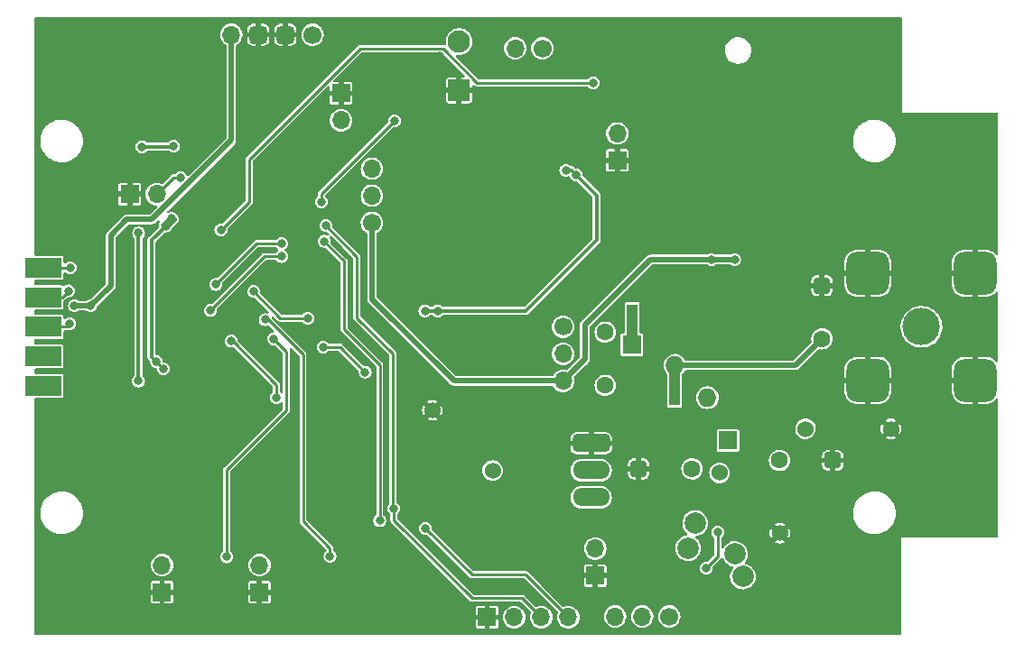
<source format=gbr>
%TF.GenerationSoftware,KiCad,Pcbnew,(6.0.4-0)*%
%TF.CreationDate,2023-06-22T08:09:36-04:00*%
%TF.ProjectId,SignalSlinger,5369676e-616c-4536-9c69-6e6765722e6b,rev?*%
%TF.SameCoordinates,Original*%
%TF.FileFunction,Copper,L2,Bot*%
%TF.FilePolarity,Positive*%
%FSLAX46Y46*%
G04 Gerber Fmt 4.6, Leading zero omitted, Abs format (unit mm)*
G04 Created by KiCad (PCBNEW (6.0.4-0)) date 2023-06-22 08:09:36*
%MOMM*%
%LPD*%
G01*
G04 APERTURE LIST*
G04 Aperture macros list*
%AMRoundRect*
0 Rectangle with rounded corners*
0 $1 Rounding radius*
0 $2 $3 $4 $5 $6 $7 $8 $9 X,Y pos of 4 corners*
0 Add a 4 corners polygon primitive as box body*
4,1,4,$2,$3,$4,$5,$6,$7,$8,$9,$2,$3,0*
0 Add four circle primitives for the rounded corners*
1,1,$1+$1,$2,$3*
1,1,$1+$1,$4,$5*
1,1,$1+$1,$6,$7*
1,1,$1+$1,$8,$9*
0 Add four rect primitives between the rounded corners*
20,1,$1+$1,$2,$3,$4,$5,0*
20,1,$1+$1,$4,$5,$6,$7,0*
20,1,$1+$1,$6,$7,$8,$9,0*
20,1,$1+$1,$8,$9,$2,$3,0*%
G04 Aperture macros list end*
%TA.AperFunction,ComponentPad*%
%ADD10R,1.727200X1.727200*%
%TD*%
%TA.AperFunction,ComponentPad*%
%ADD11O,1.727200X1.727200*%
%TD*%
%TA.AperFunction,SMDPad,CuDef*%
%ADD12R,1.000000X4.000000*%
%TD*%
%TA.AperFunction,ComponentPad*%
%ADD13R,1.700000X1.700000*%
%TD*%
%TA.AperFunction,ComponentPad*%
%ADD14O,1.700000X1.700000*%
%TD*%
%TA.AperFunction,ComponentPad*%
%ADD15C,0.600000*%
%TD*%
%TA.AperFunction,SMDPad,CuDef*%
%ADD16R,2.300000X2.300000*%
%TD*%
%TA.AperFunction,ComponentPad*%
%ADD17C,1.700000*%
%TD*%
%TA.AperFunction,SMDPad,CuDef*%
%ADD18C,1.524000*%
%TD*%
%TA.AperFunction,ComponentPad*%
%ADD19O,3.500120X1.699260*%
%TD*%
%TA.AperFunction,ComponentPad*%
%ADD20RoundRect,0.424815X1.325245X0.424815X-1.325245X0.424815X-1.325245X-0.424815X1.325245X-0.424815X0*%
%TD*%
%TA.AperFunction,ComponentPad*%
%ADD21C,3.500000*%
%TD*%
%TA.AperFunction,ComponentPad*%
%ADD22RoundRect,1.000000X-1.000000X1.000000X-1.000000X-1.000000X1.000000X-1.000000X1.000000X1.000000X0*%
%TD*%
%TA.AperFunction,ComponentPad*%
%ADD23C,1.600000*%
%TD*%
%TA.AperFunction,ComponentPad*%
%ADD24RoundRect,0.400000X0.400000X-0.400000X0.400000X0.400000X-0.400000X0.400000X-0.400000X-0.400000X0*%
%TD*%
%TA.AperFunction,ComponentPad*%
%ADD25RoundRect,0.400000X-0.400000X-0.400000X0.400000X-0.400000X0.400000X0.400000X-0.400000X0.400000X0*%
%TD*%
%TA.AperFunction,ComponentPad*%
%ADD26RoundRect,0.250001X0.799999X-0.799999X0.799999X0.799999X-0.799999X0.799999X-0.799999X-0.799999X0*%
%TD*%
%TA.AperFunction,ComponentPad*%
%ADD27C,2.100000*%
%TD*%
%TA.AperFunction,ComponentPad*%
%ADD28C,2.000000*%
%TD*%
%TA.AperFunction,ComponentPad*%
%ADD29RoundRect,0.425000X0.425000X-0.425000X0.425000X0.425000X-0.425000X0.425000X-0.425000X-0.425000X0*%
%TD*%
%TA.AperFunction,SMDPad,CuDef*%
%ADD30R,3.480000X1.846667*%
%TD*%
%TA.AperFunction,ViaPad*%
%ADD31C,0.800000*%
%TD*%
%TA.AperFunction,Conductor*%
%ADD32C,0.350000*%
%TD*%
%TA.AperFunction,Conductor*%
%ADD33C,0.250000*%
%TD*%
%TA.AperFunction,Conductor*%
%ADD34C,0.500000*%
%TD*%
G04 APERTURE END LIST*
D10*
%TO.P,L301,1,1*%
%TO.N,Net-(C301-Pad2)*%
X114344900Y-100086750D03*
D11*
%TO.P,L301,2,2*%
%TO.N,Net-(C303-Pad2)*%
X112401800Y-96060850D03*
%TD*%
D10*
%TO.P,L302,1,1*%
%TO.N,Net-(C303-Pad2)*%
X105327900Y-91085100D03*
D12*
X105360000Y-89270000D03*
%TO.P,L302,2,2*%
%TO.N,Net-(C304-Pad1)*%
X109310000Y-94820000D03*
D11*
X109353800Y-93028200D03*
%TD*%
D13*
%TO.P,J104,1,Pin_1*%
%TO.N,GND*%
X61270000Y-114320000D03*
D14*
%TO.P,J104,2,Pin_2*%
%TO.N,Net-(D103-Pad2)*%
X61270000Y-111780000D03*
%TD*%
D15*
%TO.P,U203,11,PGND*%
%TO.N,GND*%
X88891000Y-77050000D03*
D16*
X89390000Y-77550000D03*
D15*
X88891000Y-78050000D03*
X89391000Y-77550000D03*
X89891000Y-78050000D03*
X89891000Y-77050000D03*
%TD*%
D17*
%TO.P,J302,1,Pin_1*%
%TO.N,RF_Raw*%
X108820000Y-116600000D03*
D14*
%TO.P,J302,2,Pin_2*%
%TO.N,Net-(C301-Pad1)*%
X106280000Y-116600000D03*
%TO.P,J302,3,Pin_3*%
%TO.N,unconnected-(J302-Pad3)*%
X103740000Y-116600000D03*
%TD*%
D13*
%TO.P,J102,1,Pin_1*%
%TO.N,GND*%
X58240000Y-76965000D03*
D14*
%TO.P,J102,2,Pin_2*%
%TO.N,Net-(J102-Pad2)*%
X60780000Y-76965000D03*
%TD*%
D17*
%TO.P,J202,1,Pin_1*%
%TO.N,V_ext*%
X80950000Y-79635000D03*
D14*
%TO.P,J202,2,Pin_2*%
%TO.N,Net-(C205-Pad2)*%
X80950000Y-77095000D03*
%TO.P,J202,3,Pin_3*%
%TO.N,+BATT*%
X80950000Y-74555000D03*
%TD*%
D17*
%TO.P,J101,1,Pin_1*%
%TO.N,Net-(J101-Pad1)*%
X96930000Y-63270000D03*
D14*
%TO.P,J101,2,Pin_2*%
%TO.N,+BATT*%
X94390000Y-63270000D03*
%TD*%
D15*
%TO.P,W101,1,1*%
%TO.N,CLK1*%
X92270000Y-102910000D03*
D18*
X92270000Y-102910000D03*
%TO.P,W101,2,GND*%
%TO.N,GND*%
X86613146Y-97253146D03*
D15*
X86613146Y-97253146D03*
%TD*%
D13*
%TO.P,J103,1,Pin_1*%
%TO.N,GND*%
X103955000Y-73790000D03*
D14*
%TO.P,J103,2,Pin_2*%
%TO.N,Net-(C104-Pad1)*%
X103955000Y-71250000D03*
%TD*%
D18*
%TO.P,W302,1,1*%
%TO.N,Net-(C303-Pad2)*%
X113540000Y-103130000D03*
D15*
X113540000Y-103130000D03*
%TO.P,W302,2,GND*%
%TO.N,GND*%
X119196854Y-108786854D03*
D18*
X119196854Y-108786854D03*
%TD*%
D15*
%TO.P,W301,1,1*%
%TO.N,Net-(C301-Pad2)*%
X121600000Y-98990000D03*
D18*
X121600000Y-98990000D03*
%TO.P,W301,2,GND*%
%TO.N,GND*%
X129600000Y-98990000D03*
D15*
X129600000Y-98990000D03*
%TD*%
D13*
%TO.P,J108,1,Pin_1*%
%TO.N,GND*%
X101890000Y-112775000D03*
D14*
%TO.P,J108,2,Pin_2*%
%TO.N,Net-(J108-Pad2)*%
X101890000Y-110235000D03*
%TD*%
D13*
%TO.P,J105,1,Pin_1*%
%TO.N,GND*%
X78055000Y-67490000D03*
D14*
%TO.P,J105,2,Pin_2*%
%TO.N,Net-(J105-Pad2)*%
X78055000Y-70030000D03*
%TD*%
D13*
%TO.P,J106,1,Pin_1*%
%TO.N,GND*%
X70410000Y-114320000D03*
D14*
%TO.P,J106,2,Pin_2*%
%TO.N,Net-(D104-Pad2)*%
X70410000Y-111780000D03*
%TD*%
D19*
%TO.P,Q103,1,G*%
%TO.N,Net-(Q103-Pad1)*%
X101500000Y-105420000D03*
%TO.P,Q103,2,D*%
%TO.N,Net-(L101-Pad2)*%
X101500000Y-102880000D03*
D20*
%TO.P,Q103,3,S*%
%TO.N,GND*%
X101500000Y-100340000D03*
%TD*%
D21*
%TO.P,J301,1,In*%
%TO.N,Net-(C304-Pad1)*%
X132475000Y-89412500D03*
D22*
%TO.P,J301,2,Ext*%
%TO.N,GND*%
X137500000Y-84387500D03*
X127450000Y-84387500D03*
X137500000Y-94437500D03*
X127450000Y-94437500D03*
%TD*%
D17*
%TO.P,J109,1,Pin_1*%
%TO.N,+5V*%
X98870000Y-89415000D03*
D14*
%TO.P,J109,2,Pin_2*%
%TO.N,Net-(C111-Pad1)*%
X98870000Y-91955000D03*
%TO.P,J109,3,Pin_3*%
%TO.N,V_ext*%
X98870000Y-94495000D03*
%TD*%
D13*
%TO.P,TP101,1,Pin_1*%
%TO.N,GND*%
X91750000Y-116680000D03*
D14*
%TO.P,TP101,2,Pin_2*%
%TO.N,VDD*%
X94290000Y-116680000D03*
%TO.P,TP101,3,Pin_3*%
%TO.N,Net-(R107-Pad1)*%
X96830000Y-116680000D03*
%TO.P,TP101,4,Pin_4*%
%TO.N,Net-(R108-Pad1)*%
X99370000Y-116680000D03*
%TD*%
D23*
%TO.P,C305,1*%
%TO.N,Net-(C304-Pad1)*%
X123140000Y-90540000D03*
D24*
%TO.P,C305,2*%
%TO.N,GND*%
X123140000Y-85540000D03*
%TD*%
D25*
%TO.P,C303,1*%
%TO.N,GND*%
X105960000Y-102740000D03*
D23*
%TO.P,C303,2*%
%TO.N,Net-(C303-Pad2)*%
X110960000Y-102740000D03*
%TD*%
%TO.P,C304,1*%
%TO.N,Net-(C304-Pad1)*%
X102820000Y-94910000D03*
%TO.P,C304,2*%
%TO.N,Net-(C303-Pad2)*%
X102820000Y-89910000D03*
%TD*%
D26*
%TO.P,BT201,1,-*%
%TO.N,GND*%
X89120000Y-67220000D03*
D27*
%TO.P,BT201,2,+*%
%TO.N,+BATT*%
X89120000Y-62620000D03*
%TD*%
D23*
%TO.P,C302,1*%
%TO.N,Net-(C301-Pad2)*%
X119160000Y-101950000D03*
D25*
%TO.P,C302,2*%
%TO.N,GND*%
X124160000Y-101950000D03*
%TD*%
D28*
%TO.P,L101,1,1*%
%TO.N,Net-(C111-Pad1)*%
X111250000Y-107840000D03*
%TO.P,L101,2,TAP*%
%TO.N,Net-(L101-Pad2)*%
X114990000Y-110730000D03*
X110590000Y-110200000D03*
%TO.P,L101,3,3*%
%TO.N,RF_Raw*%
X115730000Y-112860000D03*
%TD*%
D17*
%TO.P,MOD201,1,Pin_1*%
%TO.N,+BATT*%
X75377500Y-61990000D03*
D29*
%TO.P,MOD201,2,Pin_2*%
%TO.N,GND*%
X72837500Y-61990000D03*
%TO.P,MOD201,3,Pin_3*%
X70297500Y-61990000D03*
D14*
%TO.P,MOD201,4,Pin_4*%
%TO.N,V+_Charging*%
X67757500Y-61990000D03*
%TD*%
D30*
%TO.P,J107,1,1*%
%TO.N,Paddle_Dit*%
X50102500Y-83872500D03*
%TO.P,J107,2,2*%
%TO.N,Paddle Dah*%
X50102500Y-86642500D03*
%TO.P,J107,3,3*%
%TO.N,Straightkey*%
X50102500Y-89412500D03*
%TO.P,J107,4,4*%
%TO.N,unconnected-(J107-Pad4)*%
X50102500Y-92182500D03*
%TO.P,J107,5,5*%
%TO.N,unconnected-(J107-Pad5)*%
X50102500Y-94952500D03*
%TD*%
D31*
%TO.N,GND*%
X50010000Y-110590000D03*
X89840498Y-70370000D03*
X50040000Y-81420000D03*
X97090000Y-75170000D03*
X116270000Y-117770000D03*
X82220000Y-82780000D03*
X98997892Y-79612808D03*
X71550000Y-117570000D03*
X132610000Y-69790000D03*
X88380000Y-79980000D03*
X77300000Y-92460000D03*
X83070000Y-79520000D03*
X84360000Y-65630000D03*
X107150000Y-117890000D03*
X72270000Y-67170000D03*
X77370000Y-61140500D03*
X52250000Y-117630000D03*
X49980000Y-115170000D03*
X139000000Y-81200000D03*
X54760000Y-117600000D03*
X93160000Y-72930000D03*
X50150000Y-61200000D03*
X95270000Y-61040000D03*
X66510000Y-66770000D03*
X123580000Y-117770000D03*
X89040000Y-73230000D03*
X72890000Y-85420000D03*
X97980000Y-61110000D03*
X138940000Y-69970000D03*
X64450000Y-61170000D03*
X93200000Y-71090000D03*
X50150000Y-64370000D03*
X75490000Y-87530000D03*
X88380000Y-82100000D03*
X89539787Y-61024808D03*
X70690000Y-92040000D03*
X61590000Y-61170000D03*
X127500000Y-61020000D03*
X55780000Y-61200000D03*
X52880000Y-61200000D03*
X76040000Y-84870000D03*
X136000000Y-108400000D03*
X77530000Y-87500000D03*
X95840000Y-79340500D03*
X90850000Y-69200000D03*
X72200000Y-68620000D03*
X104770000Y-117890000D03*
X58690000Y-61200000D03*
X84090000Y-117540000D03*
X66570000Y-71510000D03*
X84880000Y-68240000D03*
X68650000Y-73590000D03*
X73760000Y-89540000D03*
X86440000Y-82730000D03*
X85220000Y-70330000D03*
X90402077Y-79969170D03*
X139000000Y-105160000D03*
X89840498Y-74080000D03*
X101000000Y-61030980D03*
X94784117Y-79568187D03*
X89430000Y-82520000D03*
X72930000Y-87220000D03*
X129960000Y-112050000D03*
X77630000Y-117530000D03*
X69564500Y-88790000D03*
X49980000Y-112980000D03*
X89420000Y-80000000D03*
X70992701Y-71122701D03*
X139000000Y-87630000D03*
X65610000Y-117570000D03*
X86320000Y-61130000D03*
X60000000Y-117580000D03*
X67000000Y-76650000D03*
X83100000Y-67030000D03*
X74850000Y-90575500D03*
X95070000Y-75020000D03*
X69610000Y-87280000D03*
X93180000Y-74880000D03*
X88950000Y-71430000D03*
X88960000Y-75140000D03*
X90380000Y-82100000D03*
X89840498Y-72290000D03*
X69757701Y-72357701D03*
X124540000Y-61080000D03*
X49980000Y-100220000D03*
X102150000Y-117890000D03*
X82250000Y-81020000D03*
X121640000Y-61080000D03*
X70350000Y-90110000D03*
X84390000Y-78680000D03*
X64790000Y-66670000D03*
X68610000Y-75200000D03*
X77320000Y-83940000D03*
X126830000Y-117720000D03*
X92510000Y-61060000D03*
X139030000Y-78700000D03*
X129910000Y-115240000D03*
X112800000Y-117830000D03*
X103780000Y-61040000D03*
X50110000Y-68110000D03*
X50010000Y-103130000D03*
X138850000Y-101580000D03*
X135320000Y-69820000D03*
X77490000Y-85350000D03*
X66700000Y-75300000D03*
X71962700Y-70152700D03*
X109420000Y-61010000D03*
X80990000Y-117510000D03*
X74620000Y-117530000D03*
X115300000Y-61080000D03*
X133010000Y-108350000D03*
X68580000Y-77110000D03*
X86120000Y-67060000D03*
X129930000Y-63420000D03*
X92790000Y-69220000D03*
X66570000Y-68320000D03*
X138970000Y-75870000D03*
X118550000Y-61080000D03*
X90140000Y-75190000D03*
X100154873Y-117898619D03*
X138950000Y-98040000D03*
X80040000Y-61140500D03*
X83950000Y-69500000D03*
X83170000Y-61130000D03*
X88570000Y-69170000D03*
X138970000Y-72980000D03*
X75650000Y-89540000D03*
X109600000Y-117860000D03*
X96891410Y-79563000D03*
X75380000Y-92540000D03*
X50090000Y-75770000D03*
X95380000Y-117880000D03*
X62700000Y-117560000D03*
X49960000Y-97740000D03*
X97960000Y-79335500D03*
X84340000Y-82780000D03*
X90180000Y-81000000D03*
X66600000Y-69900000D03*
X119730000Y-117720000D03*
X100250000Y-79170000D03*
X87300000Y-64020000D03*
X112500000Y-61050000D03*
X129900000Y-67980000D03*
X86480000Y-69150000D03*
X129870000Y-65770000D03*
X129910000Y-117770000D03*
X106660000Y-61040000D03*
X129900000Y-61050000D03*
X57260000Y-117580000D03*
X50070000Y-79140000D03*
X85600000Y-64560000D03*
X68490000Y-117570000D03*
X85940000Y-71700000D03*
X97780000Y-117880000D03*
X87320000Y-66094500D03*
X88680000Y-80990000D03*
X50000000Y-117630000D03*
X77490000Y-89560000D03*
X138950000Y-91120000D03*
X71970000Y-93420000D03*
X139050000Y-108450000D03*
%TO.N,+3V3*%
X62200000Y-79250000D03*
X61630000Y-79940000D03*
X60710000Y-92650000D03*
X61390000Y-93350000D03*
%TO.N,Net-(C203-Pad2)*%
X100110000Y-75160000D03*
X87130000Y-87910000D03*
X99130000Y-74710000D03*
X85920000Y-87910000D03*
%TO.N,Net-(D105-Pad2)*%
X66310000Y-85440000D03*
X72474500Y-81590000D03*
%TO.N,V_ext*%
X114955000Y-83095000D03*
X112785000Y-83095000D03*
%TO.N,Net-(J102-Pad2)*%
X63014312Y-75434312D03*
%TO.N,V+_Charging*%
X54580000Y-87440000D03*
X53060000Y-87430000D03*
%TO.N,Net-(P101-Pad1)*%
X59070000Y-80610000D03*
X59060000Y-94500000D03*
X59390000Y-72500000D03*
X62360000Y-72470000D03*
%TO.N,Power_enable*%
X101700000Y-66500000D03*
X66790000Y-80320000D03*
%TO.N,Power_Good*%
X74930000Y-88600000D03*
X69850000Y-86100000D03*
%TO.N,Vbat*%
X83060000Y-70070000D03*
X76200000Y-77680000D03*
%TO.N,Net-(R104-Pad2)*%
X67340000Y-111000000D03*
X71750000Y-90530000D03*
%TO.N,Net-(C301-Pad1)*%
X112300000Y-112070000D03*
X113360000Y-108710000D03*
%TO.N,Net-(R107-Pad1)*%
X76630000Y-79910000D03*
X83010000Y-106470000D03*
%TO.N,Paddle_Dit*%
X52660000Y-83860000D03*
%TO.N,FET_DRIVER_ENABLE*%
X76370000Y-91300000D03*
X80320000Y-93660000D03*
%TO.N,V3V3_PWR_ENABLE*%
X67780000Y-90760000D03*
X72010000Y-96070000D03*
%TO.N,Net-(R105-Pad2)*%
X77020000Y-110970000D03*
X70940000Y-88740000D03*
%TO.N,Net-(R108-Pad1)*%
X81680000Y-107610000D03*
X76470000Y-81380000D03*
X85960000Y-108320000D03*
%TO.N,Straightkey*%
X52620000Y-89110000D03*
%TO.N,Paddle Dah*%
X52490000Y-86040000D03*
%TO.N,Net-(D106-Pad1)*%
X65790000Y-87880000D03*
X72474500Y-82810000D03*
%TD*%
D32*
%TO.N,GND*%
X112800000Y-117830000D02*
X109630000Y-117830000D01*
X107150000Y-117890000D02*
X104770000Y-117890000D01*
X115270000Y-61050000D02*
X115300000Y-61080000D01*
X77370000Y-61140500D02*
X80040000Y-61140500D01*
X95270000Y-61040000D02*
X97910000Y-61040000D01*
D33*
X98997892Y-79612808D02*
X99807192Y-79612808D01*
X70690000Y-92040000D02*
X70690000Y-92140000D01*
D32*
X139000000Y-87630000D02*
X139000000Y-91070000D01*
D34*
X93200000Y-71090000D02*
X93200000Y-72890000D01*
D32*
X139000000Y-108400000D02*
X139050000Y-108450000D01*
X90090000Y-75140000D02*
X90140000Y-75190000D01*
X86440000Y-117540000D02*
X86630000Y-117350000D01*
X50070000Y-75790000D02*
X50070000Y-79140000D01*
X90402077Y-79969170D02*
X90402077Y-80777923D01*
X89840498Y-74080000D02*
X89840498Y-74030498D01*
X77530000Y-89520000D02*
X77490000Y-89560000D01*
D33*
X88680000Y-81800000D02*
X88680000Y-80990000D01*
D32*
X49980000Y-112980000D02*
X49980000Y-115170000D01*
D33*
X96891410Y-79563000D02*
X97732500Y-79563000D01*
X88380000Y-82100000D02*
X88680000Y-81800000D01*
D34*
X88550000Y-69150000D02*
X88570000Y-69170000D01*
X85940000Y-71050000D02*
X85220000Y-70330000D01*
D33*
X70690000Y-92140000D02*
X71970000Y-93420000D01*
D32*
X74850000Y-90575500D02*
X75380000Y-91105500D01*
D33*
X69564500Y-87325500D02*
X69610000Y-87280000D01*
X69564500Y-88790000D02*
X69564500Y-87325500D01*
D32*
X89810000Y-72290000D02*
X88950000Y-71430000D01*
X139000000Y-105160000D02*
X139000000Y-108400000D01*
X88960000Y-75140000D02*
X90090000Y-75140000D01*
X50000000Y-117630000D02*
X52250000Y-117630000D01*
X129870000Y-67950000D02*
X129900000Y-67980000D01*
D34*
X85940000Y-71700000D02*
X85940000Y-71050000D01*
D32*
X103770980Y-61030980D02*
X103780000Y-61040000D01*
X75490000Y-87530000D02*
X73240000Y-87530000D01*
X88810000Y-117350000D02*
X89480000Y-116680000D01*
X116320000Y-117720000D02*
X116270000Y-117770000D01*
X126830000Y-117720000D02*
X123630000Y-117720000D01*
X119730000Y-117720000D02*
X116320000Y-117720000D01*
X89539787Y-61024808D02*
X92474808Y-61024808D01*
X101000000Y-61030980D02*
X103770980Y-61030980D01*
X50150000Y-61200000D02*
X52880000Y-61200000D01*
D33*
X99807192Y-79612808D02*
X100250000Y-79170000D01*
D32*
X138970000Y-72980000D02*
X138970000Y-75870000D01*
D34*
X84880000Y-66150000D02*
X84360000Y-65630000D01*
D32*
X72270000Y-68550000D02*
X72200000Y-68620000D01*
D34*
X82250000Y-81020000D02*
X82250000Y-82750000D01*
D32*
X55780000Y-61200000D02*
X58690000Y-61200000D01*
X106660000Y-61040000D02*
X109390000Y-61040000D01*
D34*
X93180000Y-74880000D02*
X94930000Y-74880000D01*
D32*
X90402077Y-80777923D02*
X90180000Y-81000000D01*
D34*
X83910000Y-78680000D02*
X83070000Y-79520000D01*
D32*
X129900000Y-61050000D02*
X129900000Y-63390000D01*
X66570000Y-68320000D02*
X66570000Y-69870000D01*
X50010000Y-100250000D02*
X49980000Y-100220000D01*
X86630000Y-117350000D02*
X88810000Y-117350000D01*
D34*
X84340000Y-82780000D02*
X86390000Y-82780000D01*
X90850000Y-69200000D02*
X92770000Y-69200000D01*
D32*
X64790000Y-66670000D02*
X66410000Y-66670000D01*
X123630000Y-117720000D02*
X123580000Y-117770000D01*
X60000000Y-117580000D02*
X62680000Y-117580000D01*
X127440000Y-61080000D02*
X127500000Y-61020000D01*
X83170000Y-61130000D02*
X86320000Y-61130000D01*
X89840498Y-74030498D02*
X89040000Y-73230000D01*
D34*
X82250000Y-82750000D02*
X82220000Y-82780000D01*
D32*
X65610000Y-117570000D02*
X68490000Y-117570000D01*
X92474808Y-61024808D02*
X92510000Y-61060000D01*
D33*
X70690000Y-92040000D02*
X70690000Y-90450000D01*
D34*
X93200000Y-72890000D02*
X93160000Y-72930000D01*
D32*
X139030000Y-78700000D02*
X139030000Y-81170000D01*
X97755489Y-117904511D02*
X95404511Y-117904511D01*
X69757701Y-72357701D02*
X69757701Y-72482299D01*
X124540000Y-61080000D02*
X127440000Y-61080000D01*
X77490000Y-87460000D02*
X77530000Y-87500000D01*
D34*
X92770000Y-69200000D02*
X92790000Y-69220000D01*
D32*
X74580000Y-117570000D02*
X74620000Y-117530000D01*
X71550000Y-117570000D02*
X74580000Y-117570000D01*
X75650000Y-89540000D02*
X73760000Y-89540000D01*
X138790000Y-69820000D02*
X138940000Y-69970000D01*
X97780000Y-117880000D02*
X97755489Y-117904511D01*
X76390000Y-84870000D02*
X77320000Y-83940000D01*
D34*
X86390000Y-82780000D02*
X86440000Y-82730000D01*
D32*
X50010000Y-103130000D02*
X50010000Y-100250000D01*
X138950000Y-98040000D02*
X138950000Y-101480000D01*
D34*
X83100000Y-67030000D02*
X83100000Y-68650000D01*
D32*
X139030000Y-81170000D02*
X139000000Y-81200000D01*
X75380000Y-91105500D02*
X75380000Y-92540000D01*
X68610000Y-75200000D02*
X68610000Y-77080000D01*
X129870000Y-65770000D02*
X129870000Y-67950000D01*
D33*
X95612313Y-79568187D02*
X95840000Y-79340500D01*
D32*
X71962700Y-70152702D02*
X70992701Y-71122701D01*
X57240000Y-117600000D02*
X57260000Y-117580000D01*
X71962700Y-70152700D02*
X71962700Y-70152702D01*
X89840498Y-72290000D02*
X89810000Y-72290000D01*
X68610000Y-77080000D02*
X68580000Y-77110000D01*
D34*
X86480000Y-69150000D02*
X88550000Y-69150000D01*
D32*
X133060000Y-108400000D02*
X133010000Y-108350000D01*
X76040000Y-84870000D02*
X76390000Y-84870000D01*
D34*
X87320000Y-64040000D02*
X87300000Y-64020000D01*
D32*
X95404511Y-117904511D02*
X95380000Y-117880000D01*
X77630000Y-117530000D02*
X80970000Y-117530000D01*
X100163492Y-117890000D02*
X100154873Y-117898619D01*
X129900000Y-63390000D02*
X129930000Y-63420000D01*
X77530000Y-87500000D02*
X77530000Y-89520000D01*
X72270000Y-67170000D02*
X72270000Y-68550000D01*
X50110000Y-68110000D02*
X50110000Y-64410000D01*
X66570000Y-69870000D02*
X66600000Y-69900000D01*
D34*
X87320000Y-66094500D02*
X87320000Y-64040000D01*
D33*
X94784117Y-79568187D02*
X95612313Y-79568187D01*
D32*
X73240000Y-87530000D02*
X72930000Y-87220000D01*
X89840498Y-70370000D02*
X90280000Y-70370000D01*
X129910000Y-115240000D02*
X129910000Y-117770000D01*
D34*
X85600000Y-66540000D02*
X86120000Y-67060000D01*
D32*
X109390000Y-61040000D02*
X109420000Y-61010000D01*
X50090000Y-75770000D02*
X50070000Y-75790000D01*
X77490000Y-85350000D02*
X77490000Y-87460000D01*
X139000000Y-91070000D02*
X138950000Y-91120000D01*
X102150000Y-117890000D02*
X100163492Y-117890000D01*
X66410000Y-66670000D02*
X66510000Y-66770000D01*
X89460000Y-79980000D02*
X88380000Y-79980000D01*
X136000000Y-108400000D02*
X133060000Y-108400000D01*
D33*
X97732500Y-79563000D02*
X97960000Y-79335500D01*
D32*
X69757701Y-72482299D02*
X68650000Y-73590000D01*
X84090000Y-117540000D02*
X86440000Y-117540000D01*
X62680000Y-117580000D02*
X62700000Y-117560000D01*
D34*
X83100000Y-68650000D02*
X83950000Y-69500000D01*
D32*
X54760000Y-117600000D02*
X57240000Y-117600000D01*
X109630000Y-117830000D02*
X109600000Y-117860000D01*
X112500000Y-61050000D02*
X115270000Y-61050000D01*
X67000000Y-75600000D02*
X66700000Y-75300000D01*
X89420000Y-80000000D02*
X89460000Y-79980000D01*
X61590000Y-61170000D02*
X64450000Y-61170000D01*
D34*
X94930000Y-74880000D02*
X95070000Y-75020000D01*
D32*
X50110000Y-64410000D02*
X50150000Y-64370000D01*
D33*
X70690000Y-90450000D02*
X70350000Y-90110000D01*
D32*
X89480000Y-116680000D02*
X91750000Y-116680000D01*
D34*
X84880000Y-68240000D02*
X84880000Y-66150000D01*
D32*
X135320000Y-69820000D02*
X138790000Y-69820000D01*
D34*
X85600000Y-64560000D02*
X85600000Y-66540000D01*
D32*
X97910000Y-61040000D02*
X97980000Y-61110000D01*
X138950000Y-101480000D02*
X138850000Y-101580000D01*
X67000000Y-76650000D02*
X67000000Y-75600000D01*
X80970000Y-117530000D02*
X80990000Y-117510000D01*
X118550000Y-61080000D02*
X121640000Y-61080000D01*
D34*
X84390000Y-78680000D02*
X83910000Y-78680000D01*
D32*
%TO.N,+3V3*%
X60290000Y-92230000D02*
X60710000Y-92650000D01*
X60710000Y-92650000D02*
X60710000Y-92670000D01*
X60290000Y-81280000D02*
X60290000Y-92230000D01*
X61630000Y-79940000D02*
X60290000Y-81280000D01*
X60710000Y-92670000D02*
X61390000Y-93350000D01*
%TO.N,Net-(C203-Pad2)*%
X99660000Y-74710000D02*
X100110000Y-75160000D01*
X100110000Y-75160000D02*
X102020000Y-77070000D01*
X95370000Y-87910000D02*
X87130000Y-87910000D01*
X102020000Y-81260000D02*
X95370000Y-87910000D01*
X102020000Y-77070000D02*
X102020000Y-81260000D01*
X99130000Y-74710000D02*
X99660000Y-74710000D01*
X87130000Y-87910000D02*
X85920000Y-87910000D01*
D34*
%TO.N,Net-(C304-Pad1)*%
X109353800Y-93028200D02*
X120651800Y-93028200D01*
X120651800Y-93028200D02*
X123140000Y-90540000D01*
D33*
%TO.N,Net-(D105-Pad2)*%
X70160000Y-81590000D02*
X72474500Y-81590000D01*
X66310000Y-85440000D02*
X70160000Y-81590000D01*
D34*
%TO.N,V_ext*%
X88625000Y-94495000D02*
X80950000Y-86820000D01*
X100900000Y-89220000D02*
X100900000Y-92465000D01*
X98870000Y-94495000D02*
X88625000Y-94495000D01*
X100900000Y-92465000D02*
X98870000Y-94495000D01*
X114955000Y-83095000D02*
X112785000Y-83095000D01*
X107025000Y-83095000D02*
X100900000Y-89220000D01*
X80950000Y-86820000D02*
X80950000Y-79635000D01*
X112785000Y-83095000D02*
X107025000Y-83095000D01*
D33*
%TO.N,Net-(J102-Pad2)*%
X63014312Y-75434312D02*
X62310688Y-75434312D01*
X62310688Y-75434312D02*
X60780000Y-76965000D01*
D34*
%TO.N,V+_Charging*%
X67757500Y-71892515D02*
X67757500Y-61990000D01*
X53060000Y-87430000D02*
X54570000Y-87430000D01*
X54570000Y-87430000D02*
X54580000Y-87440000D01*
X60330015Y-79320000D02*
X67757500Y-71892515D01*
X56470000Y-80810000D02*
X57960000Y-79320000D01*
X54580000Y-87440000D02*
X56470000Y-85550000D01*
X56470000Y-85550000D02*
X56470000Y-80810000D01*
X53060000Y-87430000D02*
X53070000Y-87440000D01*
X53070000Y-87440000D02*
X54580000Y-87440000D01*
X57960000Y-79320000D02*
X60330015Y-79320000D01*
D32*
%TO.N,Net-(P101-Pad1)*%
X59070000Y-94490000D02*
X59070000Y-80610000D01*
X62360000Y-72470000D02*
X62330000Y-72500000D01*
X62330000Y-72500000D02*
X59390000Y-72500000D01*
X59060000Y-94500000D02*
X59070000Y-94490000D01*
D33*
%TO.N,Power_enable*%
X69450000Y-73690000D02*
X79844511Y-63295489D01*
X79844511Y-63295489D02*
X87607982Y-63295489D01*
X90812493Y-66500000D02*
X101700000Y-66500000D01*
X66790000Y-80320000D02*
X69450000Y-77660000D01*
X69450000Y-77660000D02*
X69450000Y-73690000D01*
X87607982Y-63295489D02*
X90812493Y-66500000D01*
%TO.N,Power_Good*%
X72340000Y-88590000D02*
X74920000Y-88590000D01*
X74920000Y-88590000D02*
X74930000Y-88600000D01*
X69850000Y-86100000D02*
X72340000Y-88590000D01*
%TO.N,Vbat*%
X83060000Y-70070000D02*
X81110000Y-72020000D01*
X76200000Y-76930000D02*
X76200000Y-77680000D01*
X81110000Y-72020000D02*
X76200000Y-76930000D01*
%TO.N,Net-(R104-Pad2)*%
X67340000Y-102810000D02*
X67340000Y-107570000D01*
X72940000Y-91720000D02*
X72940000Y-97040000D01*
X72930000Y-97220000D02*
X67340000Y-102810000D01*
X71750000Y-90530000D02*
X72940000Y-91720000D01*
X72930000Y-97050000D02*
X72930000Y-97220000D01*
X67340000Y-107650000D02*
X67340000Y-111000000D01*
X72940000Y-97040000D02*
X72930000Y-97050000D01*
%TO.N,Net-(C301-Pad1)*%
X113360000Y-111010000D02*
X113360000Y-108710000D01*
X112300000Y-112070000D02*
X113360000Y-111010000D01*
%TO.N,Net-(R107-Pad1)*%
X82920000Y-106380000D02*
X83010000Y-106470000D01*
X83010000Y-107570000D02*
X90340000Y-114900000D01*
X95050000Y-114900000D02*
X96830000Y-116680000D01*
X79540000Y-88580000D02*
X82920000Y-91960000D01*
X83010000Y-106470000D02*
X83010000Y-107570000D01*
X76630000Y-79910000D02*
X79540000Y-82820000D01*
X82920000Y-91960000D02*
X82920000Y-106380000D01*
X79540000Y-82820000D02*
X79540000Y-88580000D01*
X90340000Y-114900000D02*
X95050000Y-114900000D01*
%TO.N,Paddle_Dit*%
X52647500Y-83872500D02*
X52660000Y-83860000D01*
X50002500Y-83872500D02*
X52647500Y-83872500D01*
%TO.N,FET_DRIVER_ENABLE*%
X77960000Y-91300000D02*
X76370000Y-91300000D01*
X80320000Y-93660000D02*
X77960000Y-91300000D01*
%TO.N,V3V3_PWR_ENABLE*%
X72010000Y-96070000D02*
X72010000Y-94890000D01*
X67880000Y-90760000D02*
X67780000Y-90760000D01*
X72010000Y-94890000D02*
X67880000Y-90760000D01*
%TO.N,Net-(R105-Pad2)*%
X74490000Y-107680000D02*
X74490000Y-92030000D01*
X74490000Y-92030000D02*
X71200000Y-88740000D01*
X77020000Y-110970000D02*
X77020000Y-110210000D01*
X77020000Y-110210000D02*
X74490000Y-107680000D01*
X71200000Y-88740000D02*
X70940000Y-88740000D01*
%TO.N,Net-(R108-Pad1)*%
X76470000Y-81380000D02*
X78324511Y-83234511D01*
X78324511Y-83234511D02*
X78324511Y-89644511D01*
X81680000Y-93000000D02*
X81680000Y-107610000D01*
X78324511Y-89644511D02*
X81480000Y-92800000D01*
X99370000Y-116680000D02*
X95370000Y-112680000D01*
X81480000Y-92800000D02*
X81680000Y-93000000D01*
X90320000Y-112680000D02*
X85960000Y-108320000D01*
X95370000Y-112680000D02*
X90320000Y-112680000D01*
%TO.N,Straightkey*%
X50002500Y-89412500D02*
X52317500Y-89412500D01*
X52317500Y-89412500D02*
X52620000Y-89110000D01*
%TO.N,Paddle Dah*%
X51887500Y-86642500D02*
X52490000Y-86040000D01*
X50002500Y-86642500D02*
X51887500Y-86642500D01*
%TO.N,Net-(D106-Pad1)*%
X65790000Y-87880000D02*
X70860000Y-82810000D01*
X70860000Y-82810000D02*
X72474500Y-82810000D01*
%TD*%
%TA.AperFunction,Conductor*%
%TO.N,GND*%
G36*
X130572121Y-60350002D02*
G01*
X130618614Y-60403658D01*
X130630000Y-60456000D01*
X130630000Y-69310000D01*
X139534000Y-69310000D01*
X139602121Y-69330002D01*
X139648614Y-69383658D01*
X139660000Y-69436000D01*
X139660000Y-82550911D01*
X139639998Y-82619032D01*
X139586342Y-82665525D01*
X139516068Y-82675629D01*
X139451488Y-82646135D01*
X139430224Y-82622371D01*
X139429170Y-82620840D01*
X139421802Y-82611997D01*
X139273892Y-82464345D01*
X139265044Y-82456999D01*
X139092704Y-82338774D01*
X139082657Y-82333159D01*
X138891665Y-82248324D01*
X138880765Y-82244634D01*
X138676886Y-82195875D01*
X138666766Y-82194313D01*
X138573971Y-82187661D01*
X138569458Y-82187500D01*
X137768115Y-82187500D01*
X137752876Y-82191975D01*
X137751671Y-82193365D01*
X137750000Y-82201048D01*
X137750000Y-86569384D01*
X137754475Y-86584623D01*
X137755865Y-86585828D01*
X137763548Y-86587499D01*
X138569417Y-86587499D01*
X138574019Y-86587331D01*
X138668834Y-86580394D01*
X138678975Y-86578812D01*
X138882761Y-86529699D01*
X138893649Y-86525993D01*
X139084502Y-86440819D01*
X139094530Y-86435192D01*
X139266666Y-86316665D01*
X139275503Y-86309302D01*
X139423155Y-86161392D01*
X139434193Y-86148097D01*
X139435223Y-86148952D01*
X139485133Y-86108271D01*
X139555680Y-86100288D01*
X139619343Y-86131713D01*
X139655910Y-86192568D01*
X139660000Y-86224409D01*
X139660000Y-92600911D01*
X139639998Y-92669032D01*
X139586342Y-92715525D01*
X139516068Y-92725629D01*
X139451488Y-92696135D01*
X139430224Y-92672371D01*
X139429170Y-92670840D01*
X139421802Y-92661997D01*
X139273892Y-92514345D01*
X139265044Y-92506999D01*
X139092704Y-92388774D01*
X139082657Y-92383159D01*
X138891665Y-92298324D01*
X138880765Y-92294634D01*
X138676886Y-92245875D01*
X138666766Y-92244313D01*
X138573971Y-92237661D01*
X138569458Y-92237500D01*
X137768115Y-92237500D01*
X137752876Y-92241975D01*
X137751671Y-92243365D01*
X137750000Y-92251048D01*
X137750000Y-96619384D01*
X137754475Y-96634623D01*
X137755865Y-96635828D01*
X137763548Y-96637499D01*
X138569417Y-96637499D01*
X138574019Y-96637331D01*
X138668834Y-96630394D01*
X138678975Y-96628812D01*
X138882761Y-96579699D01*
X138893649Y-96575993D01*
X139084502Y-96490819D01*
X139094530Y-96485192D01*
X139266666Y-96366665D01*
X139275503Y-96359302D01*
X139423155Y-96211392D01*
X139434193Y-96198097D01*
X139435223Y-96198952D01*
X139485133Y-96158271D01*
X139555680Y-96150288D01*
X139619343Y-96181713D01*
X139655910Y-96242568D01*
X139660000Y-96274409D01*
X139660000Y-109104000D01*
X139639998Y-109172121D01*
X139586342Y-109218614D01*
X139534000Y-109230000D01*
X130580000Y-109230000D01*
X130580000Y-118234000D01*
X130559998Y-118302121D01*
X130506342Y-118348614D01*
X130454000Y-118360000D01*
X49426000Y-118360000D01*
X49357879Y-118339998D01*
X49311386Y-118286342D01*
X49300000Y-118234000D01*
X49300000Y-117543511D01*
X90700000Y-117543511D01*
X90701207Y-117555766D01*
X90709183Y-117595864D01*
X90718499Y-117618355D01*
X90748915Y-117663876D01*
X90766124Y-117681085D01*
X90811645Y-117711501D01*
X90834136Y-117720817D01*
X90874234Y-117728793D01*
X90886489Y-117730000D01*
X91481885Y-117730000D01*
X91497124Y-117725525D01*
X91498329Y-117724135D01*
X91500000Y-117716452D01*
X91500000Y-117711885D01*
X92000000Y-117711885D01*
X92004475Y-117727124D01*
X92005865Y-117728329D01*
X92013548Y-117730000D01*
X92613511Y-117730000D01*
X92625766Y-117728793D01*
X92665864Y-117720817D01*
X92688355Y-117711501D01*
X92733876Y-117681085D01*
X92751085Y-117663876D01*
X92781501Y-117618355D01*
X92790817Y-117595864D01*
X92798793Y-117555766D01*
X92800000Y-117543511D01*
X92800000Y-116948115D01*
X92795525Y-116932876D01*
X92794135Y-116931671D01*
X92786452Y-116930000D01*
X92018115Y-116930000D01*
X92002876Y-116934475D01*
X92001671Y-116935865D01*
X92000000Y-116943548D01*
X92000000Y-117711885D01*
X91500000Y-117711885D01*
X91500000Y-116948115D01*
X91495525Y-116932876D01*
X91494135Y-116931671D01*
X91486452Y-116930000D01*
X90718115Y-116930000D01*
X90702876Y-116934475D01*
X90701671Y-116935865D01*
X90700000Y-116943548D01*
X90700000Y-117543511D01*
X49300000Y-117543511D01*
X49300000Y-116665262D01*
X93234520Y-116665262D01*
X93251759Y-116870553D01*
X93253458Y-116876478D01*
X93297292Y-117029344D01*
X93308544Y-117068586D01*
X93311359Y-117074063D01*
X93311360Y-117074066D01*
X93380435Y-117208472D01*
X93402712Y-117251818D01*
X93530677Y-117413270D01*
X93687564Y-117546791D01*
X93692942Y-117549797D01*
X93692944Y-117549798D01*
X93724255Y-117567297D01*
X93867398Y-117647297D01*
X93962238Y-117678113D01*
X94057471Y-117709056D01*
X94057475Y-117709057D01*
X94063329Y-117710959D01*
X94267894Y-117735351D01*
X94274029Y-117734879D01*
X94274031Y-117734879D01*
X94337437Y-117730000D01*
X94473300Y-117719546D01*
X94479230Y-117717890D01*
X94479232Y-117717890D01*
X94665797Y-117665800D01*
X94665796Y-117665800D01*
X94671725Y-117664145D01*
X94677214Y-117661372D01*
X94677220Y-117661370D01*
X94830098Y-117584145D01*
X94855610Y-117571258D01*
X95017951Y-117444424D01*
X95110448Y-117337265D01*
X95148540Y-117293134D01*
X95148540Y-117293133D01*
X95152564Y-117288472D01*
X95173387Y-117251818D01*
X95251276Y-117114707D01*
X95254323Y-117109344D01*
X95319351Y-116913863D01*
X95345171Y-116709474D01*
X95345583Y-116680000D01*
X95325480Y-116474970D01*
X95265935Y-116277749D01*
X95169218Y-116095849D01*
X95094006Y-116003630D01*
X95042906Y-115940975D01*
X95042903Y-115940972D01*
X95039011Y-115936200D01*
X94942308Y-115856200D01*
X94885025Y-115808811D01*
X94885021Y-115808809D01*
X94880275Y-115804882D01*
X94717233Y-115716726D01*
X94704474Y-115709827D01*
X94699055Y-115706897D01*
X94502254Y-115645977D01*
X94496129Y-115645333D01*
X94496128Y-115645333D01*
X94303498Y-115625087D01*
X94303496Y-115625087D01*
X94297369Y-115624443D01*
X94223043Y-115631207D01*
X94098342Y-115642555D01*
X94098339Y-115642556D01*
X94092203Y-115643114D01*
X93894572Y-115701280D01*
X93889107Y-115704137D01*
X93885762Y-115705886D01*
X93712002Y-115796726D01*
X93707201Y-115800586D01*
X93707198Y-115800588D01*
X93638031Y-115856200D01*
X93551447Y-115925815D01*
X93419024Y-116083630D01*
X93416056Y-116089028D01*
X93416053Y-116089033D01*
X93353142Y-116203469D01*
X93319776Y-116264162D01*
X93257484Y-116460532D01*
X93256798Y-116466649D01*
X93256797Y-116466653D01*
X93241840Y-116600000D01*
X93234520Y-116665262D01*
X49300000Y-116665262D01*
X49300000Y-116411885D01*
X90700000Y-116411885D01*
X90704475Y-116427124D01*
X90705865Y-116428329D01*
X90713548Y-116430000D01*
X91481885Y-116430000D01*
X91497124Y-116425525D01*
X91498329Y-116424135D01*
X91500000Y-116416452D01*
X91500000Y-116411885D01*
X92000000Y-116411885D01*
X92004475Y-116427124D01*
X92005865Y-116428329D01*
X92013548Y-116430000D01*
X92781885Y-116430000D01*
X92797124Y-116425525D01*
X92798329Y-116424135D01*
X92800000Y-116416452D01*
X92800000Y-115816489D01*
X92798793Y-115804234D01*
X92790817Y-115764136D01*
X92781501Y-115741645D01*
X92751085Y-115696124D01*
X92733876Y-115678915D01*
X92688355Y-115648499D01*
X92665864Y-115639183D01*
X92625766Y-115631207D01*
X92613511Y-115630000D01*
X92018115Y-115630000D01*
X92002876Y-115634475D01*
X92001671Y-115635865D01*
X92000000Y-115643548D01*
X92000000Y-116411885D01*
X91500000Y-116411885D01*
X91500000Y-115648115D01*
X91495525Y-115632876D01*
X91494135Y-115631671D01*
X91486452Y-115630000D01*
X90886489Y-115630000D01*
X90874234Y-115631207D01*
X90834136Y-115639183D01*
X90811645Y-115648499D01*
X90766124Y-115678915D01*
X90748915Y-115696124D01*
X90718499Y-115741645D01*
X90709183Y-115764136D01*
X90701207Y-115804234D01*
X90700000Y-115816489D01*
X90700000Y-116411885D01*
X49300000Y-116411885D01*
X49300000Y-115183511D01*
X60220000Y-115183511D01*
X60221207Y-115195766D01*
X60229183Y-115235864D01*
X60238499Y-115258355D01*
X60268915Y-115303876D01*
X60286124Y-115321085D01*
X60331645Y-115351501D01*
X60354136Y-115360817D01*
X60394234Y-115368793D01*
X60406489Y-115370000D01*
X61001885Y-115370000D01*
X61017124Y-115365525D01*
X61018329Y-115364135D01*
X61020000Y-115356452D01*
X61020000Y-115351885D01*
X61520000Y-115351885D01*
X61524475Y-115367124D01*
X61525865Y-115368329D01*
X61533548Y-115370000D01*
X62133511Y-115370000D01*
X62145766Y-115368793D01*
X62185864Y-115360817D01*
X62208355Y-115351501D01*
X62253876Y-115321085D01*
X62271085Y-115303876D01*
X62301501Y-115258355D01*
X62310817Y-115235864D01*
X62318793Y-115195766D01*
X62320000Y-115183511D01*
X69360000Y-115183511D01*
X69361207Y-115195766D01*
X69369183Y-115235864D01*
X69378499Y-115258355D01*
X69408915Y-115303876D01*
X69426124Y-115321085D01*
X69471645Y-115351501D01*
X69494136Y-115360817D01*
X69534234Y-115368793D01*
X69546489Y-115370000D01*
X70141885Y-115370000D01*
X70157124Y-115365525D01*
X70158329Y-115364135D01*
X70160000Y-115356452D01*
X70160000Y-115351885D01*
X70660000Y-115351885D01*
X70664475Y-115367124D01*
X70665865Y-115368329D01*
X70673548Y-115370000D01*
X71273511Y-115370000D01*
X71285766Y-115368793D01*
X71325864Y-115360817D01*
X71348355Y-115351501D01*
X71393876Y-115321085D01*
X71411085Y-115303876D01*
X71441501Y-115258355D01*
X71450817Y-115235864D01*
X71458793Y-115195766D01*
X71460000Y-115183511D01*
X71460000Y-114588115D01*
X71455525Y-114572876D01*
X71454135Y-114571671D01*
X71446452Y-114570000D01*
X70678115Y-114570000D01*
X70662876Y-114574475D01*
X70661671Y-114575865D01*
X70660000Y-114583548D01*
X70660000Y-115351885D01*
X70160000Y-115351885D01*
X70160000Y-114588115D01*
X70155525Y-114572876D01*
X70154135Y-114571671D01*
X70146452Y-114570000D01*
X69378115Y-114570000D01*
X69362876Y-114574475D01*
X69361671Y-114575865D01*
X69360000Y-114583548D01*
X69360000Y-115183511D01*
X62320000Y-115183511D01*
X62320000Y-114588115D01*
X62315525Y-114572876D01*
X62314135Y-114571671D01*
X62306452Y-114570000D01*
X61538115Y-114570000D01*
X61522876Y-114574475D01*
X61521671Y-114575865D01*
X61520000Y-114583548D01*
X61520000Y-115351885D01*
X61020000Y-115351885D01*
X61020000Y-114588115D01*
X61015525Y-114572876D01*
X61014135Y-114571671D01*
X61006452Y-114570000D01*
X60238115Y-114570000D01*
X60222876Y-114574475D01*
X60221671Y-114575865D01*
X60220000Y-114583548D01*
X60220000Y-115183511D01*
X49300000Y-115183511D01*
X49300000Y-114051885D01*
X60220000Y-114051885D01*
X60224475Y-114067124D01*
X60225865Y-114068329D01*
X60233548Y-114070000D01*
X61001885Y-114070000D01*
X61017124Y-114065525D01*
X61018329Y-114064135D01*
X61020000Y-114056452D01*
X61020000Y-114051885D01*
X61520000Y-114051885D01*
X61524475Y-114067124D01*
X61525865Y-114068329D01*
X61533548Y-114070000D01*
X62301885Y-114070000D01*
X62317124Y-114065525D01*
X62318329Y-114064135D01*
X62320000Y-114056452D01*
X62320000Y-114051885D01*
X69360000Y-114051885D01*
X69364475Y-114067124D01*
X69365865Y-114068329D01*
X69373548Y-114070000D01*
X70141885Y-114070000D01*
X70157124Y-114065525D01*
X70158329Y-114064135D01*
X70160000Y-114056452D01*
X70160000Y-114051885D01*
X70660000Y-114051885D01*
X70664475Y-114067124D01*
X70665865Y-114068329D01*
X70673548Y-114070000D01*
X71441885Y-114070000D01*
X71457124Y-114065525D01*
X71458329Y-114064135D01*
X71460000Y-114056452D01*
X71460000Y-113456489D01*
X71458793Y-113444234D01*
X71450817Y-113404136D01*
X71441501Y-113381645D01*
X71411085Y-113336124D01*
X71393876Y-113318915D01*
X71348355Y-113288499D01*
X71325864Y-113279183D01*
X71285766Y-113271207D01*
X71273511Y-113270000D01*
X70678115Y-113270000D01*
X70662876Y-113274475D01*
X70661671Y-113275865D01*
X70660000Y-113283548D01*
X70660000Y-114051885D01*
X70160000Y-114051885D01*
X70160000Y-113288115D01*
X70155525Y-113272876D01*
X70154135Y-113271671D01*
X70146452Y-113270000D01*
X69546489Y-113270000D01*
X69534234Y-113271207D01*
X69494136Y-113279183D01*
X69471645Y-113288499D01*
X69426124Y-113318915D01*
X69408915Y-113336124D01*
X69378499Y-113381645D01*
X69369183Y-113404136D01*
X69361207Y-113444234D01*
X69360000Y-113456489D01*
X69360000Y-114051885D01*
X62320000Y-114051885D01*
X62320000Y-113456489D01*
X62318793Y-113444234D01*
X62310817Y-113404136D01*
X62301501Y-113381645D01*
X62271085Y-113336124D01*
X62253876Y-113318915D01*
X62208355Y-113288499D01*
X62185864Y-113279183D01*
X62145766Y-113271207D01*
X62133511Y-113270000D01*
X61538115Y-113270000D01*
X61522876Y-113274475D01*
X61521671Y-113275865D01*
X61520000Y-113283548D01*
X61520000Y-114051885D01*
X61020000Y-114051885D01*
X61020000Y-113288115D01*
X61015525Y-113272876D01*
X61014135Y-113271671D01*
X61006452Y-113270000D01*
X60406489Y-113270000D01*
X60394234Y-113271207D01*
X60354136Y-113279183D01*
X60331645Y-113288499D01*
X60286124Y-113318915D01*
X60268915Y-113336124D01*
X60238499Y-113381645D01*
X60229183Y-113404136D01*
X60221207Y-113444234D01*
X60220000Y-113456489D01*
X60220000Y-114051885D01*
X49300000Y-114051885D01*
X49300000Y-111765262D01*
X60214520Y-111765262D01*
X60215036Y-111771406D01*
X60228411Y-111930679D01*
X60231759Y-111970553D01*
X60288544Y-112168586D01*
X60291359Y-112174063D01*
X60291360Y-112174066D01*
X60322363Y-112234391D01*
X60382712Y-112351818D01*
X60510677Y-112513270D01*
X60515370Y-112517264D01*
X60515371Y-112517265D01*
X60519202Y-112520525D01*
X60667564Y-112646791D01*
X60672942Y-112649797D01*
X60672944Y-112649798D01*
X60704563Y-112667469D01*
X60847398Y-112747297D01*
X60942238Y-112778112D01*
X61037471Y-112809056D01*
X61037475Y-112809057D01*
X61043329Y-112810959D01*
X61247894Y-112835351D01*
X61254029Y-112834879D01*
X61254031Y-112834879D01*
X61310039Y-112830569D01*
X61453300Y-112819546D01*
X61459230Y-112817890D01*
X61459232Y-112817890D01*
X61645797Y-112765800D01*
X61645796Y-112765800D01*
X61651725Y-112764145D01*
X61657214Y-112761372D01*
X61657220Y-112761370D01*
X61830116Y-112674033D01*
X61835610Y-112671258D01*
X61854984Y-112656122D01*
X61933810Y-112594536D01*
X61997951Y-112544424D01*
X62014718Y-112525000D01*
X62128540Y-112393134D01*
X62128540Y-112393133D01*
X62132564Y-112388472D01*
X62137124Y-112380446D01*
X62220094Y-112234391D01*
X62234323Y-112209344D01*
X62299351Y-112013863D01*
X62325171Y-111809474D01*
X62325495Y-111786330D01*
X62325534Y-111783522D01*
X62325534Y-111783518D01*
X62325583Y-111780000D01*
X62324138Y-111765262D01*
X69354520Y-111765262D01*
X69355036Y-111771406D01*
X69368411Y-111930679D01*
X69371759Y-111970553D01*
X69428544Y-112168586D01*
X69431359Y-112174063D01*
X69431360Y-112174066D01*
X69462363Y-112234391D01*
X69522712Y-112351818D01*
X69650677Y-112513270D01*
X69655370Y-112517264D01*
X69655371Y-112517265D01*
X69659202Y-112520525D01*
X69807564Y-112646791D01*
X69812942Y-112649797D01*
X69812944Y-112649798D01*
X69844563Y-112667469D01*
X69987398Y-112747297D01*
X70082238Y-112778112D01*
X70177471Y-112809056D01*
X70177475Y-112809057D01*
X70183329Y-112810959D01*
X70387894Y-112835351D01*
X70394029Y-112834879D01*
X70394031Y-112834879D01*
X70450039Y-112830569D01*
X70593300Y-112819546D01*
X70599230Y-112817890D01*
X70599232Y-112817890D01*
X70785797Y-112765800D01*
X70785796Y-112765800D01*
X70791725Y-112764145D01*
X70797214Y-112761372D01*
X70797220Y-112761370D01*
X70970116Y-112674033D01*
X70975610Y-112671258D01*
X70994984Y-112656122D01*
X71073810Y-112594536D01*
X71137951Y-112544424D01*
X71154718Y-112525000D01*
X71268540Y-112393134D01*
X71268540Y-112393133D01*
X71272564Y-112388472D01*
X71277124Y-112380446D01*
X71360094Y-112234391D01*
X71374323Y-112209344D01*
X71439351Y-112013863D01*
X71465171Y-111809474D01*
X71465495Y-111786330D01*
X71465534Y-111783522D01*
X71465534Y-111783518D01*
X71465583Y-111780000D01*
X71445480Y-111574970D01*
X71385935Y-111377749D01*
X71289218Y-111195849D01*
X71172320Y-111052518D01*
X71162906Y-111040975D01*
X71162903Y-111040972D01*
X71159011Y-111036200D01*
X71129096Y-111011452D01*
X71005025Y-110908811D01*
X71005021Y-110908809D01*
X71000275Y-110904882D01*
X70845926Y-110821426D01*
X70824474Y-110809827D01*
X70819055Y-110806897D01*
X70622254Y-110745977D01*
X70616129Y-110745333D01*
X70616128Y-110745333D01*
X70423498Y-110725087D01*
X70423496Y-110725087D01*
X70417369Y-110724443D01*
X70330529Y-110732346D01*
X70218342Y-110742555D01*
X70218339Y-110742556D01*
X70212203Y-110743114D01*
X70014572Y-110801280D01*
X70009107Y-110804137D01*
X69973060Y-110822982D01*
X69832002Y-110896726D01*
X69827201Y-110900586D01*
X69827198Y-110900588D01*
X69689311Y-111011452D01*
X69671447Y-111025815D01*
X69539024Y-111183630D01*
X69536056Y-111189028D01*
X69536053Y-111189033D01*
X69448711Y-111347910D01*
X69439776Y-111364162D01*
X69377484Y-111560532D01*
X69376798Y-111566649D01*
X69376797Y-111566653D01*
X69367643Y-111648264D01*
X69354520Y-111765262D01*
X62324138Y-111765262D01*
X62305480Y-111574970D01*
X62245935Y-111377749D01*
X62149218Y-111195849D01*
X62032320Y-111052518D01*
X62022906Y-111040975D01*
X62022903Y-111040972D01*
X62019011Y-111036200D01*
X61989096Y-111011452D01*
X61975253Y-111000000D01*
X66734318Y-111000000D01*
X66754956Y-111156762D01*
X66815464Y-111302841D01*
X66842087Y-111337537D01*
X66892553Y-111403305D01*
X66911718Y-111428282D01*
X67037159Y-111524536D01*
X67183238Y-111585044D01*
X67340000Y-111605682D01*
X67348188Y-111604604D01*
X67488574Y-111586122D01*
X67496762Y-111585044D01*
X67642841Y-111524536D01*
X67768282Y-111428282D01*
X67787448Y-111403305D01*
X67837913Y-111337537D01*
X67864536Y-111302841D01*
X67925044Y-111156762D01*
X67945682Y-111000000D01*
X67925044Y-110843238D01*
X67864536Y-110697159D01*
X67768282Y-110571718D01*
X67714796Y-110530677D01*
X67672929Y-110473339D01*
X67665500Y-110430714D01*
X67665500Y-107621525D01*
X67664971Y-107618525D01*
X67664971Y-107601475D01*
X67665500Y-107598475D01*
X67665500Y-102997016D01*
X67685502Y-102928895D01*
X67702405Y-102907921D01*
X73146215Y-97464111D01*
X73154319Y-97456684D01*
X73174749Y-97439541D01*
X73183194Y-97432455D01*
X73189516Y-97421504D01*
X73202039Y-97399815D01*
X73207945Y-97390544D01*
X73223230Y-97368715D01*
X73229554Y-97359684D01*
X73232408Y-97349034D01*
X73233885Y-97345866D01*
X73235077Y-97342590D01*
X73240588Y-97333045D01*
X73247130Y-97295942D01*
X73249509Y-97285210D01*
X73254668Y-97265957D01*
X73259264Y-97248807D01*
X73255979Y-97211257D01*
X73255500Y-97200276D01*
X73255500Y-97136761D01*
X73259793Y-97104152D01*
X73266411Y-97079452D01*
X73266411Y-97079451D01*
X73269263Y-97068807D01*
X73268295Y-97057736D01*
X73265979Y-97031269D01*
X73265500Y-97020288D01*
X73265500Y-91739713D01*
X73265979Y-91728732D01*
X73268303Y-91702170D01*
X73268303Y-91702168D01*
X73269263Y-91691193D01*
X73259508Y-91654783D01*
X73257133Y-91644072D01*
X73252501Y-91617806D01*
X73250588Y-91606955D01*
X73245078Y-91597411D01*
X73243886Y-91594135D01*
X73242408Y-91590965D01*
X73239554Y-91580316D01*
X73239180Y-91579782D01*
X73229478Y-91515911D01*
X73258456Y-91451097D01*
X73317875Y-91412240D01*
X73388870Y-91411675D01*
X73443429Y-91443755D01*
X74127595Y-92127921D01*
X74161621Y-92190233D01*
X74164500Y-92217016D01*
X74164500Y-107660290D01*
X74164020Y-107671272D01*
X74160736Y-107708807D01*
X74170449Y-107745054D01*
X74170491Y-107745210D01*
X74172870Y-107755942D01*
X74179412Y-107793045D01*
X74184923Y-107802590D01*
X74186115Y-107805866D01*
X74187592Y-107809034D01*
X74190446Y-107819684D01*
X74212055Y-107850544D01*
X74217961Y-107859815D01*
X74231293Y-107882906D01*
X74236806Y-107892455D01*
X74245251Y-107899541D01*
X74265682Y-107916685D01*
X74273785Y-107924111D01*
X76657595Y-110307922D01*
X76691621Y-110370234D01*
X76694500Y-110397017D01*
X76694500Y-110400714D01*
X76674498Y-110468835D01*
X76645204Y-110500677D01*
X76591718Y-110541718D01*
X76586695Y-110548264D01*
X76568698Y-110571718D01*
X76495464Y-110667159D01*
X76434956Y-110813238D01*
X76414318Y-110970000D01*
X76417714Y-110995794D01*
X76431669Y-111101791D01*
X76434956Y-111126762D01*
X76495464Y-111272841D01*
X76552088Y-111346635D01*
X76575963Y-111377749D01*
X76591718Y-111398282D01*
X76598264Y-111403305D01*
X76622284Y-111421736D01*
X76717159Y-111494536D01*
X76863238Y-111555044D01*
X77020000Y-111575682D01*
X77028188Y-111574604D01*
X77070239Y-111569068D01*
X77176762Y-111555044D01*
X77322841Y-111494536D01*
X77417716Y-111421736D01*
X77441736Y-111403305D01*
X77448282Y-111398282D01*
X77464038Y-111377749D01*
X77487912Y-111346635D01*
X77544536Y-111272841D01*
X77605044Y-111126762D01*
X77608332Y-111101791D01*
X77622286Y-110995794D01*
X77625682Y-110970000D01*
X77605044Y-110813238D01*
X77544536Y-110667159D01*
X77471302Y-110571718D01*
X77453305Y-110548264D01*
X77448282Y-110541718D01*
X77394796Y-110500677D01*
X77352929Y-110443339D01*
X77345500Y-110400714D01*
X77345500Y-110229710D01*
X77345980Y-110218728D01*
X77348303Y-110192175D01*
X77348303Y-110192170D01*
X77349263Y-110181193D01*
X77339508Y-110144783D01*
X77337133Y-110134072D01*
X77332501Y-110107806D01*
X77330588Y-110096955D01*
X77325078Y-110087411D01*
X77323886Y-110084135D01*
X77322407Y-110080964D01*
X77319554Y-110070316D01*
X77297940Y-110039448D01*
X77292036Y-110030179D01*
X77278709Y-110007096D01*
X77278707Y-110007093D01*
X77273194Y-109997545D01*
X77244331Y-109973326D01*
X77236227Y-109965900D01*
X76044370Y-108774043D01*
X74852405Y-107582079D01*
X74818380Y-107519767D01*
X74815500Y-107492984D01*
X74815500Y-92049710D01*
X74815980Y-92038728D01*
X74818303Y-92012180D01*
X74818303Y-92012178D01*
X74819264Y-92001193D01*
X74809508Y-91964785D01*
X74807130Y-91954058D01*
X74805781Y-91946406D01*
X74800588Y-91916955D01*
X74795077Y-91907410D01*
X74793885Y-91904134D01*
X74792408Y-91900966D01*
X74789554Y-91890316D01*
X74767945Y-91859456D01*
X74762039Y-91850185D01*
X74748707Y-91827094D01*
X74743194Y-91817545D01*
X74714317Y-91793315D01*
X74706215Y-91785889D01*
X74220326Y-91300000D01*
X75764318Y-91300000D01*
X75784956Y-91456762D01*
X75845464Y-91602841D01*
X75850491Y-91609392D01*
X75932209Y-91715889D01*
X75941718Y-91728282D01*
X76067159Y-91824536D01*
X76213238Y-91885044D01*
X76370000Y-91905682D01*
X76378188Y-91904604D01*
X76518574Y-91886122D01*
X76526762Y-91885044D01*
X76672841Y-91824536D01*
X76798282Y-91728282D01*
X76807792Y-91715889D01*
X76839323Y-91674796D01*
X76896661Y-91632929D01*
X76939286Y-91625500D01*
X77772984Y-91625500D01*
X77841105Y-91645502D01*
X77862079Y-91662405D01*
X79687291Y-93487617D01*
X79721317Y-93549929D01*
X79723118Y-93593157D01*
X79714318Y-93660000D01*
X79734956Y-93816762D01*
X79795464Y-93962841D01*
X79835952Y-94015606D01*
X79879706Y-94072627D01*
X79891718Y-94088282D01*
X80017159Y-94184536D01*
X80163238Y-94245044D01*
X80320000Y-94265682D01*
X80328188Y-94264604D01*
X80468574Y-94246122D01*
X80476762Y-94245044D01*
X80622841Y-94184536D01*
X80748282Y-94088282D01*
X80760295Y-94072627D01*
X80804048Y-94015606D01*
X80844536Y-93962841D01*
X80905044Y-93816762D01*
X80925682Y-93660000D01*
X80905044Y-93503238D01*
X80844536Y-93357159D01*
X80748282Y-93231718D01*
X80622841Y-93135464D01*
X80476762Y-93074956D01*
X80320000Y-93054318D01*
X80253157Y-93063118D01*
X80183010Y-93052179D01*
X80147617Y-93027291D01*
X78204111Y-91083785D01*
X78196684Y-91075681D01*
X78183420Y-91059874D01*
X78172455Y-91046806D01*
X78158354Y-91038665D01*
X78139815Y-91027961D01*
X78130544Y-91022055D01*
X78108715Y-91006770D01*
X78099684Y-91000446D01*
X78089034Y-90997592D01*
X78085866Y-90996115D01*
X78082590Y-90994923D01*
X78073045Y-90989412D01*
X78039301Y-90983462D01*
X78035942Y-90982870D01*
X78025215Y-90980492D01*
X77988807Y-90970736D01*
X77977822Y-90971697D01*
X77977820Y-90971697D01*
X77951272Y-90974020D01*
X77940290Y-90974500D01*
X76939286Y-90974500D01*
X76871165Y-90954498D01*
X76839323Y-90925204D01*
X76803305Y-90878264D01*
X76798282Y-90871718D01*
X76672841Y-90775464D01*
X76526762Y-90714956D01*
X76370000Y-90694318D01*
X76213238Y-90714956D01*
X76067159Y-90775464D01*
X75941718Y-90871718D01*
X75845464Y-90997159D01*
X75784956Y-91143238D01*
X75764318Y-91300000D01*
X74220326Y-91300000D01*
X71555256Y-88634930D01*
X71525341Y-88583118D01*
X71525045Y-88583241D01*
X71524112Y-88580989D01*
X71521473Y-88574616D01*
X71521375Y-88573710D01*
X71519747Y-88567633D01*
X71520695Y-88567379D01*
X71513882Y-88504028D01*
X71545660Y-88440540D01*
X71606718Y-88404312D01*
X71677669Y-88406844D01*
X71726976Y-88437302D01*
X72095889Y-88806215D01*
X72103316Y-88814319D01*
X72127545Y-88843194D01*
X72137094Y-88848707D01*
X72160185Y-88862039D01*
X72169456Y-88867945D01*
X72200316Y-88889554D01*
X72210966Y-88892408D01*
X72214134Y-88893885D01*
X72217410Y-88895077D01*
X72226955Y-88900588D01*
X72260699Y-88906538D01*
X72264058Y-88907130D01*
X72274785Y-88909508D01*
X72311193Y-88919264D01*
X72322169Y-88918304D01*
X72322172Y-88918304D01*
X72348743Y-88915979D01*
X72359724Y-88915500D01*
X74353041Y-88915500D01*
X74421162Y-88935502D01*
X74453004Y-88964797D01*
X74496692Y-89021733D01*
X74496695Y-89021736D01*
X74501718Y-89028282D01*
X74627159Y-89124536D01*
X74773238Y-89185044D01*
X74781426Y-89186122D01*
X74823879Y-89191711D01*
X74930000Y-89205682D01*
X74938188Y-89204604D01*
X74942260Y-89204068D01*
X75036121Y-89191711D01*
X75078574Y-89186122D01*
X75086762Y-89185044D01*
X75232841Y-89124536D01*
X75358282Y-89028282D01*
X75368092Y-89015498D01*
X75429474Y-88935502D01*
X75454536Y-88902841D01*
X75515044Y-88756762D01*
X75535682Y-88600000D01*
X75520490Y-88484604D01*
X75516122Y-88451426D01*
X75515044Y-88443238D01*
X75454536Y-88297159D01*
X75358282Y-88171718D01*
X75346487Y-88162667D01*
X75309541Y-88134318D01*
X75232841Y-88075464D01*
X75086762Y-88014956D01*
X74930000Y-87994318D01*
X74773238Y-88014956D01*
X74627159Y-88075464D01*
X74550459Y-88134318D01*
X74513514Y-88162667D01*
X74501718Y-88171718D01*
X74496695Y-88178264D01*
X74468350Y-88215204D01*
X74411012Y-88257071D01*
X74368387Y-88264500D01*
X72527016Y-88264500D01*
X72458895Y-88244498D01*
X72437921Y-88227595D01*
X70482709Y-86272383D01*
X70448683Y-86210071D01*
X70446882Y-86166842D01*
X70447388Y-86163003D01*
X70455682Y-86100000D01*
X70435044Y-85943238D01*
X70374536Y-85797159D01*
X70278282Y-85671718D01*
X70152841Y-85575464D01*
X70006762Y-85514956D01*
X69964697Y-85509418D01*
X69858188Y-85495396D01*
X69850000Y-85494318D01*
X69841812Y-85495396D01*
X69735304Y-85509418D01*
X69693238Y-85514956D01*
X69547159Y-85575464D01*
X69421718Y-85671718D01*
X69325464Y-85797159D01*
X69264956Y-85943238D01*
X69244318Y-86100000D01*
X69264956Y-86256762D01*
X69325464Y-86402841D01*
X69421718Y-86528282D01*
X69547159Y-86624536D01*
X69693238Y-86685044D01*
X69850000Y-86705682D01*
X69916843Y-86696882D01*
X69986990Y-86707821D01*
X70022383Y-86732709D01*
X71242698Y-87953024D01*
X71276724Y-88015336D01*
X71271659Y-88086151D01*
X71229112Y-88142987D01*
X71162592Y-88167798D01*
X71112523Y-88159684D01*
X71112370Y-88160254D01*
X71106755Y-88158749D01*
X71105384Y-88158527D01*
X71096762Y-88154956D01*
X70940000Y-88134318D01*
X70783238Y-88154956D01*
X70775609Y-88158116D01*
X70764947Y-88162532D01*
X70637159Y-88215464D01*
X70511718Y-88311718D01*
X70506695Y-88318264D01*
X70486475Y-88344615D01*
X70415464Y-88437159D01*
X70366097Y-88556341D01*
X70358527Y-88574618D01*
X70354956Y-88583238D01*
X70334318Y-88740000D01*
X70354956Y-88896762D01*
X70358116Y-88904391D01*
X70358504Y-88905327D01*
X70415464Y-89042841D01*
X70511718Y-89168282D01*
X70518264Y-89173305D01*
X70533563Y-89185044D01*
X70637159Y-89264536D01*
X70783238Y-89325044D01*
X70940000Y-89345682D01*
X70948188Y-89344604D01*
X71088574Y-89326122D01*
X71096762Y-89325044D01*
X71180171Y-89290495D01*
X71250759Y-89282906D01*
X71317483Y-89317809D01*
X71723083Y-89723409D01*
X71757109Y-89785721D01*
X71752044Y-89856536D01*
X71709497Y-89913372D01*
X71650434Y-89937426D01*
X71593238Y-89944956D01*
X71447159Y-90005464D01*
X71362980Y-90070057D01*
X71335057Y-90091483D01*
X71321718Y-90101718D01*
X71225464Y-90227159D01*
X71164956Y-90373238D01*
X71144318Y-90530000D01*
X71164956Y-90686762D01*
X71225464Y-90832841D01*
X71321718Y-90958282D01*
X71328264Y-90963305D01*
X71348897Y-90979137D01*
X71447159Y-91054536D01*
X71593238Y-91115044D01*
X71750000Y-91135682D01*
X71816843Y-91126882D01*
X71886990Y-91137821D01*
X71922383Y-91162709D01*
X72577595Y-91817921D01*
X72611621Y-91880233D01*
X72614500Y-91907016D01*
X72614500Y-95521432D01*
X72594498Y-95589553D01*
X72540842Y-95636046D01*
X72470568Y-95646150D01*
X72411796Y-95621394D01*
X72384796Y-95600676D01*
X72342929Y-95543338D01*
X72335500Y-95500714D01*
X72335500Y-94909710D01*
X72335980Y-94898728D01*
X72338303Y-94872180D01*
X72338303Y-94872178D01*
X72339264Y-94861193D01*
X72329508Y-94824785D01*
X72327130Y-94814058D01*
X72325152Y-94802841D01*
X72320588Y-94776955D01*
X72315077Y-94767410D01*
X72313885Y-94764134D01*
X72312408Y-94760966D01*
X72309554Y-94750316D01*
X72287945Y-94719456D01*
X72282039Y-94710185D01*
X72268707Y-94687094D01*
X72263194Y-94677545D01*
X72234317Y-94653315D01*
X72226215Y-94645889D01*
X68421509Y-90841183D01*
X68387483Y-90778871D01*
X68385557Y-90760951D01*
X68385682Y-90760000D01*
X68365044Y-90603238D01*
X68304536Y-90457159D01*
X68208282Y-90331718D01*
X68082841Y-90235464D01*
X67936762Y-90174956D01*
X67780000Y-90154318D01*
X67623238Y-90174956D01*
X67477159Y-90235464D01*
X67351718Y-90331718D01*
X67255464Y-90457159D01*
X67194956Y-90603238D01*
X67174318Y-90760000D01*
X67175396Y-90768188D01*
X67192750Y-90900002D01*
X67194956Y-90916762D01*
X67255464Y-91062841D01*
X67295521Y-91115044D01*
X67338166Y-91170620D01*
X67351718Y-91188282D01*
X67477159Y-91284536D01*
X67623238Y-91345044D01*
X67780000Y-91365682D01*
X67788188Y-91364604D01*
X67935209Y-91345249D01*
X68005358Y-91356189D01*
X68040750Y-91381076D01*
X71647595Y-94987921D01*
X71681621Y-95050233D01*
X71684500Y-95077016D01*
X71684500Y-95500714D01*
X71664498Y-95568835D01*
X71635205Y-95600676D01*
X71581718Y-95641718D01*
X71485464Y-95767159D01*
X71424956Y-95913238D01*
X71404318Y-96070000D01*
X71405396Y-96078188D01*
X71422933Y-96211392D01*
X71424956Y-96226762D01*
X71485464Y-96372841D01*
X71581718Y-96498282D01*
X71707159Y-96594536D01*
X71853238Y-96655044D01*
X72010000Y-96675682D01*
X72018188Y-96674604D01*
X72039191Y-96671839D01*
X72166762Y-96655044D01*
X72312841Y-96594536D01*
X72319394Y-96589508D01*
X72319397Y-96589506D01*
X72411796Y-96518606D01*
X72478016Y-96493005D01*
X72547565Y-96507270D01*
X72598361Y-96556871D01*
X72614500Y-96618568D01*
X72614500Y-96953240D01*
X72610206Y-96985852D01*
X72600736Y-97021193D01*
X72601697Y-97032179D01*
X72600737Y-97043156D01*
X72597467Y-97042870D01*
X72587072Y-97094571D01*
X72564640Y-97125034D01*
X67123785Y-102565889D01*
X67115681Y-102573316D01*
X67086806Y-102597545D01*
X67081293Y-102607094D01*
X67067961Y-102630185D01*
X67062055Y-102639456D01*
X67040446Y-102670316D01*
X67037592Y-102680966D01*
X67036115Y-102684134D01*
X67034923Y-102687410D01*
X67029412Y-102696955D01*
X67023889Y-102728278D01*
X67022870Y-102734058D01*
X67020492Y-102744785D01*
X67010736Y-102781193D01*
X67011697Y-102792178D01*
X67011697Y-102792180D01*
X67014020Y-102818728D01*
X67014500Y-102829710D01*
X67014500Y-107598475D01*
X67015029Y-107601475D01*
X67015029Y-107618525D01*
X67014500Y-107621525D01*
X67014500Y-110430714D01*
X66994498Y-110498835D01*
X66965204Y-110530677D01*
X66911718Y-110571718D01*
X66815464Y-110697159D01*
X66754956Y-110843238D01*
X66734318Y-111000000D01*
X61975253Y-111000000D01*
X61865025Y-110908811D01*
X61865021Y-110908809D01*
X61860275Y-110904882D01*
X61705926Y-110821426D01*
X61684474Y-110809827D01*
X61679055Y-110806897D01*
X61482254Y-110745977D01*
X61476129Y-110745333D01*
X61476128Y-110745333D01*
X61283498Y-110725087D01*
X61283496Y-110725087D01*
X61277369Y-110724443D01*
X61190529Y-110732346D01*
X61078342Y-110742555D01*
X61078339Y-110742556D01*
X61072203Y-110743114D01*
X60874572Y-110801280D01*
X60869107Y-110804137D01*
X60833060Y-110822982D01*
X60692002Y-110896726D01*
X60687201Y-110900586D01*
X60687198Y-110900588D01*
X60549311Y-111011452D01*
X60531447Y-111025815D01*
X60399024Y-111183630D01*
X60396056Y-111189028D01*
X60396053Y-111189033D01*
X60308711Y-111347910D01*
X60299776Y-111364162D01*
X60237484Y-111560532D01*
X60236798Y-111566649D01*
X60236797Y-111566653D01*
X60227643Y-111648264D01*
X60214520Y-111765262D01*
X49300000Y-111765262D01*
X49300000Y-106843497D01*
X49849637Y-106843497D01*
X49849881Y-106847932D01*
X49849881Y-106847936D01*
X49864240Y-107108835D01*
X49865205Y-107126370D01*
X49880930Y-107205426D01*
X49916249Y-107382984D01*
X49920474Y-107404226D01*
X49921950Y-107408429D01*
X49996784Y-107621525D01*
X50014342Y-107671524D01*
X50016395Y-107675477D01*
X50016398Y-107675483D01*
X50059561Y-107758574D01*
X50144936Y-107922928D01*
X50147519Y-107926543D01*
X50147523Y-107926549D01*
X50216332Y-108022837D01*
X50309651Y-108153424D01*
X50312729Y-108156651D01*
X50312731Y-108156653D01*
X50483268Y-108335422D01*
X50505199Y-108358412D01*
X50727680Y-108533801D01*
X50807221Y-108580002D01*
X50968807Y-108673859D01*
X50968813Y-108673862D01*
X50972654Y-108676093D01*
X50976777Y-108677763D01*
X51227954Y-108779500D01*
X51235232Y-108782448D01*
X51239545Y-108783519D01*
X51239550Y-108783521D01*
X51505856Y-108849672D01*
X51505861Y-108849673D01*
X51510177Y-108850745D01*
X51514605Y-108851199D01*
X51514607Y-108851199D01*
X51586589Y-108858574D01*
X51751790Y-108875500D01*
X51927170Y-108875500D01*
X52137593Y-108860601D01*
X52141948Y-108859663D01*
X52141951Y-108859663D01*
X52410200Y-108801911D01*
X52410202Y-108801911D01*
X52414547Y-108800975D01*
X52680337Y-108702920D01*
X52820988Y-108627029D01*
X52925744Y-108570506D01*
X52929660Y-108568393D01*
X53157540Y-108400078D01*
X53223220Y-108335422D01*
X53271124Y-108288264D01*
X53359430Y-108201334D01*
X53362131Y-108197794D01*
X53362137Y-108197788D01*
X53528602Y-107979667D01*
X53528605Y-107979663D01*
X53531304Y-107976126D01*
X53578162Y-107892455D01*
X53667552Y-107732837D01*
X53667555Y-107732832D01*
X53669730Y-107728947D01*
X53673689Y-107718715D01*
X53770341Y-107468885D01*
X53770343Y-107468879D01*
X53771948Y-107464730D01*
X53835918Y-107188747D01*
X53860363Y-106906503D01*
X53859911Y-106898282D01*
X53845040Y-106628073D01*
X53845039Y-106628066D01*
X53844795Y-106623630D01*
X53810315Y-106450289D01*
X53790396Y-106350146D01*
X53790395Y-106350141D01*
X53789526Y-106345774D01*
X53769801Y-106289605D01*
X53697136Y-106082684D01*
X53697135Y-106082681D01*
X53695658Y-106078476D01*
X53693605Y-106074523D01*
X53693602Y-106074517D01*
X53569225Y-105835083D01*
X53565064Y-105827072D01*
X53562481Y-105823457D01*
X53562477Y-105823451D01*
X53482858Y-105712037D01*
X53400349Y-105596576D01*
X53358028Y-105552212D01*
X53207876Y-105394811D01*
X53207873Y-105394808D01*
X53204801Y-105391588D01*
X52982320Y-105216199D01*
X52872073Y-105152163D01*
X52741193Y-105076141D01*
X52741187Y-105076138D01*
X52737346Y-105073907D01*
X52667309Y-105045539D01*
X52478894Y-104969223D01*
X52478891Y-104969222D01*
X52474768Y-104967552D01*
X52470455Y-104966481D01*
X52470450Y-104966479D01*
X52204144Y-104900328D01*
X52204139Y-104900327D01*
X52199823Y-104899255D01*
X52195395Y-104898801D01*
X52195393Y-104898801D01*
X52100552Y-104889084D01*
X51958210Y-104874500D01*
X51782830Y-104874500D01*
X51572407Y-104889399D01*
X51568052Y-104890337D01*
X51568049Y-104890337D01*
X51299800Y-104948089D01*
X51299798Y-104948089D01*
X51295453Y-104949025D01*
X51029663Y-105047080D01*
X50780340Y-105181607D01*
X50552460Y-105349922D01*
X50350570Y-105548666D01*
X50347869Y-105552206D01*
X50347863Y-105552212D01*
X50181398Y-105770333D01*
X50178696Y-105773874D01*
X50176521Y-105777758D01*
X50049458Y-106004647D01*
X50040270Y-106021053D01*
X50038662Y-106025211D01*
X50038659Y-106025216D01*
X49939659Y-106281115D01*
X49938052Y-106285270D01*
X49937048Y-106289602D01*
X49937047Y-106289605D01*
X49931569Y-106313238D01*
X49874082Y-106561253D01*
X49849637Y-106843497D01*
X49300000Y-106843497D01*
X49300000Y-96202333D01*
X49320002Y-96134212D01*
X49373658Y-96087719D01*
X49426000Y-96076333D01*
X51862248Y-96076333D01*
X51868316Y-96075126D01*
X51908561Y-96067121D01*
X51908562Y-96067121D01*
X51920731Y-96064700D01*
X51987052Y-96020385D01*
X52031367Y-95954064D01*
X52043000Y-95895581D01*
X52043000Y-94009419D01*
X52031367Y-93950936D01*
X51987052Y-93884615D01*
X51920731Y-93840300D01*
X51908562Y-93837879D01*
X51908561Y-93837879D01*
X51868316Y-93829874D01*
X51862248Y-93828667D01*
X49426000Y-93828667D01*
X49357879Y-93808665D01*
X49311386Y-93755009D01*
X49300000Y-93702667D01*
X49300000Y-93432333D01*
X49320002Y-93364212D01*
X49373658Y-93317719D01*
X49426000Y-93306333D01*
X51862248Y-93306333D01*
X51868316Y-93305126D01*
X51908561Y-93297121D01*
X51908562Y-93297121D01*
X51920731Y-93294700D01*
X51987052Y-93250385D01*
X52031367Y-93184064D01*
X52043000Y-93125581D01*
X52043000Y-91239419D01*
X52037387Y-91211200D01*
X52033788Y-91193106D01*
X52033788Y-91193105D01*
X52031367Y-91180936D01*
X51987052Y-91114615D01*
X51920731Y-91070300D01*
X51908562Y-91067879D01*
X51908561Y-91067879D01*
X51868316Y-91059874D01*
X51862248Y-91058667D01*
X49426000Y-91058667D01*
X49357879Y-91038665D01*
X49311386Y-90985009D01*
X49300000Y-90932667D01*
X49300000Y-90662333D01*
X49320002Y-90594212D01*
X49373658Y-90547719D01*
X49426000Y-90536333D01*
X51862248Y-90536333D01*
X51883494Y-90532107D01*
X51908561Y-90527121D01*
X51908562Y-90527121D01*
X51920731Y-90524700D01*
X51987052Y-90480385D01*
X52031367Y-90414064D01*
X52034006Y-90400800D01*
X52041793Y-90361649D01*
X52043000Y-90355581D01*
X52043000Y-89864000D01*
X52063002Y-89795879D01*
X52116658Y-89749386D01*
X52169000Y-89738000D01*
X52297790Y-89738000D01*
X52308772Y-89738480D01*
X52335320Y-89740803D01*
X52335322Y-89740803D01*
X52346307Y-89741764D01*
X52382715Y-89732008D01*
X52393442Y-89729630D01*
X52396801Y-89729038D01*
X52430545Y-89723088D01*
X52440088Y-89717578D01*
X52443367Y-89716385D01*
X52446534Y-89714908D01*
X52457184Y-89712054D01*
X52457206Y-89712137D01*
X52519842Y-89702496D01*
X52567908Y-89708824D01*
X52620000Y-89715682D01*
X52628188Y-89714604D01*
X52646016Y-89712257D01*
X52776762Y-89695044D01*
X52922841Y-89634536D01*
X53048282Y-89538282D01*
X53066950Y-89513954D01*
X53110272Y-89457495D01*
X53144536Y-89412841D01*
X53205044Y-89266762D01*
X53225682Y-89110000D01*
X53205044Y-88953238D01*
X53144536Y-88807159D01*
X53066636Y-88705637D01*
X53053305Y-88688264D01*
X53048282Y-88681718D01*
X52922841Y-88585464D01*
X52776762Y-88524956D01*
X52620000Y-88504318D01*
X52463238Y-88524956D01*
X52317159Y-88585464D01*
X52286738Y-88608807D01*
X52245704Y-88640293D01*
X52179483Y-88665893D01*
X52109935Y-88651628D01*
X52059139Y-88602027D01*
X52043000Y-88540330D01*
X52043000Y-88469419D01*
X52036062Y-88434540D01*
X52033788Y-88423106D01*
X52033788Y-88423105D01*
X52031367Y-88410936D01*
X51987052Y-88344615D01*
X51920731Y-88300300D01*
X51908562Y-88297879D01*
X51908561Y-88297879D01*
X51868316Y-88289874D01*
X51862248Y-88288667D01*
X49426000Y-88288667D01*
X49357879Y-88268665D01*
X49311386Y-88215009D01*
X49300000Y-88162667D01*
X49300000Y-87892333D01*
X49320002Y-87824212D01*
X49373658Y-87777719D01*
X49426000Y-87766333D01*
X51862248Y-87766333D01*
X51868316Y-87765126D01*
X51908561Y-87757121D01*
X51908562Y-87757121D01*
X51920731Y-87754700D01*
X51934982Y-87745178D01*
X51976739Y-87717276D01*
X51987052Y-87710385D01*
X52031367Y-87644064D01*
X52036875Y-87616376D01*
X52041793Y-87591649D01*
X52043000Y-87585581D01*
X52043000Y-87430000D01*
X52454318Y-87430000D01*
X52474956Y-87586762D01*
X52535464Y-87732841D01*
X52631718Y-87858282D01*
X52638264Y-87863305D01*
X52667918Y-87886059D01*
X52757159Y-87954536D01*
X52903238Y-88015044D01*
X53060000Y-88035682D01*
X53068188Y-88034604D01*
X53208574Y-88016122D01*
X53216762Y-88015044D01*
X53362841Y-87954536D01*
X53369392Y-87949509D01*
X53369396Y-87949507D01*
X53412364Y-87916537D01*
X53478584Y-87890937D01*
X53489067Y-87890500D01*
X54137901Y-87890500D01*
X54206022Y-87910502D01*
X54214605Y-87916537D01*
X54277159Y-87964536D01*
X54423238Y-88025044D01*
X54580000Y-88045682D01*
X54588188Y-88044604D01*
X54728574Y-88026122D01*
X54736762Y-88025044D01*
X54882841Y-87964536D01*
X55008282Y-87868282D01*
X55104536Y-87742841D01*
X55165044Y-87596762D01*
X55175335Y-87518590D01*
X55204057Y-87453663D01*
X55211162Y-87445941D01*
X56764350Y-85892753D01*
X56775439Y-85882899D01*
X56794711Y-85867706D01*
X56794715Y-85867702D01*
X56802110Y-85861872D01*
X56807464Y-85854125D01*
X56807468Y-85854121D01*
X56835477Y-85813596D01*
X56837758Y-85810402D01*
X56872635Y-85763183D01*
X56875029Y-85756366D01*
X56879131Y-85750431D01*
X56883329Y-85737159D01*
X56896807Y-85694540D01*
X56898060Y-85690785D01*
X56914400Y-85644255D01*
X56914401Y-85644252D01*
X56917520Y-85635369D01*
X56917803Y-85628184D01*
X56917817Y-85628111D01*
X56919980Y-85621270D01*
X56920500Y-85614663D01*
X56920500Y-85562009D01*
X56920597Y-85557062D01*
X56922127Y-85518116D01*
X56922839Y-85500006D01*
X56920954Y-85492897D01*
X56920500Y-85484648D01*
X56920500Y-81048793D01*
X56940502Y-80980672D01*
X56957405Y-80959698D01*
X58109698Y-79807405D01*
X58172010Y-79773379D01*
X58198793Y-79770500D01*
X58923636Y-79770500D01*
X58991757Y-79790502D01*
X59038250Y-79844158D01*
X59048354Y-79914432D01*
X59018860Y-79979012D01*
X58959134Y-80017396D01*
X58940083Y-80021422D01*
X58913238Y-80024956D01*
X58767159Y-80085464D01*
X58641718Y-80181718D01*
X58636695Y-80188264D01*
X58617837Y-80212841D01*
X58545464Y-80307159D01*
X58484956Y-80453238D01*
X58464318Y-80610000D01*
X58484956Y-80766762D01*
X58545464Y-80912841D01*
X58641718Y-81038282D01*
X58648264Y-81043305D01*
X58654109Y-81049150D01*
X58652420Y-81050839D01*
X58687072Y-81098298D01*
X58694500Y-81140920D01*
X58694500Y-93961407D01*
X58674498Y-94029528D01*
X58645203Y-94061370D01*
X58638267Y-94066692D01*
X58638264Y-94066695D01*
X58631718Y-94071718D01*
X58626695Y-94078264D01*
X58619008Y-94088282D01*
X58535464Y-94197159D01*
X58474956Y-94343238D01*
X58454318Y-94500000D01*
X58474956Y-94656762D01*
X58535464Y-94802841D01*
X58631718Y-94928282D01*
X58757159Y-95024536D01*
X58903238Y-95085044D01*
X59060000Y-95105682D01*
X59068188Y-95104604D01*
X59076787Y-95103472D01*
X59216762Y-95085044D01*
X59362841Y-95024536D01*
X59488282Y-94928282D01*
X59584536Y-94802841D01*
X59645044Y-94656762D01*
X59665682Y-94500000D01*
X59645044Y-94343238D01*
X59584536Y-94197159D01*
X59500992Y-94088282D01*
X59493309Y-94078269D01*
X59493308Y-94078268D01*
X59488282Y-94071718D01*
X59482258Y-94067096D01*
X59448380Y-94005057D01*
X59445500Y-93978270D01*
X59445500Y-81140920D01*
X59465502Y-81072799D01*
X59486603Y-81049862D01*
X59485891Y-81049150D01*
X59491736Y-81043305D01*
X59498282Y-81038282D01*
X59594536Y-80912841D01*
X59655044Y-80766762D01*
X59675682Y-80610000D01*
X59655044Y-80453238D01*
X59594536Y-80307159D01*
X59522163Y-80212841D01*
X59503305Y-80188264D01*
X59498282Y-80181718D01*
X59372841Y-80085464D01*
X59226762Y-80024956D01*
X59199918Y-80021422D01*
X59134991Y-79992700D01*
X59095899Y-79933435D01*
X59095054Y-79862443D01*
X59132724Y-79802264D01*
X59196949Y-79772005D01*
X59216364Y-79770500D01*
X60295795Y-79770500D01*
X60310604Y-79771373D01*
X60344325Y-79775364D01*
X60353589Y-79773672D01*
X60353590Y-79773672D01*
X60402016Y-79764828D01*
X60405919Y-79764178D01*
X60454660Y-79756850D01*
X60454661Y-79756850D01*
X60463977Y-79755449D01*
X60470490Y-79752321D01*
X60477588Y-79751025D01*
X60529662Y-79723975D01*
X60533152Y-79722232D01*
X60586094Y-79696809D01*
X60591380Y-79691923D01*
X60591428Y-79691890D01*
X60597803Y-79688579D01*
X60602843Y-79684275D01*
X60640070Y-79647048D01*
X60643636Y-79643618D01*
X60666836Y-79622172D01*
X60685571Y-79604854D01*
X60689264Y-79598495D01*
X60694781Y-79592337D01*
X60848722Y-79438396D01*
X60911034Y-79404370D01*
X60981849Y-79409435D01*
X61038685Y-79451982D01*
X61063496Y-79518502D01*
X61048405Y-79587876D01*
X61035924Y-79606553D01*
X61021219Y-79624801D01*
X60992258Y-79669864D01*
X60986818Y-79678823D01*
X60973053Y-79723994D01*
X60963858Y-79754167D01*
X60960158Y-79766307D01*
X60955093Y-79837122D01*
X60954836Y-79862262D01*
X60957288Y-79870938D01*
X60968327Y-79910000D01*
X60979707Y-79950271D01*
X60980484Y-79951694D01*
X60987494Y-80020162D01*
X60952706Y-80086257D01*
X60062311Y-80976652D01*
X60044080Y-80991377D01*
X60042540Y-80992778D01*
X60033790Y-80998428D01*
X60027343Y-81006606D01*
X60013264Y-81024465D01*
X60009383Y-81028832D01*
X60009461Y-81028898D01*
X60006107Y-81032856D01*
X60002425Y-81036538D01*
X59991339Y-81052052D01*
X59987788Y-81056781D01*
X59956397Y-81096600D01*
X59953395Y-81105149D01*
X59948128Y-81112519D01*
X59945144Y-81122498D01*
X59933608Y-81161070D01*
X59931774Y-81166714D01*
X59917604Y-81207065D01*
X59917603Y-81207071D01*
X59914977Y-81214548D01*
X59914500Y-81220055D01*
X59914500Y-81222762D01*
X59914389Y-81225335D01*
X59914341Y-81225494D01*
X59914197Y-81225488D01*
X59914158Y-81226108D01*
X59912310Y-81232287D01*
X59914086Y-81277499D01*
X59914403Y-81285555D01*
X59914500Y-81290502D01*
X59914500Y-92176504D01*
X59912021Y-92199801D01*
X59911923Y-92201886D01*
X59909731Y-92212066D01*
X59910955Y-92222405D01*
X59913627Y-92244984D01*
X59913971Y-92250821D01*
X59914072Y-92250813D01*
X59914500Y-92255992D01*
X59914500Y-92261193D01*
X59915354Y-92266321D01*
X59915354Y-92266327D01*
X59917628Y-92279987D01*
X59918465Y-92285863D01*
X59924424Y-92336210D01*
X59928346Y-92344377D01*
X59929833Y-92353313D01*
X59934777Y-92362475D01*
X59934778Y-92362479D01*
X59953906Y-92397929D01*
X59956602Y-92403220D01*
X59975103Y-92441749D01*
X59978537Y-92448900D01*
X59982094Y-92453131D01*
X59984026Y-92455063D01*
X59985745Y-92456937D01*
X59985819Y-92457074D01*
X59985709Y-92457174D01*
X59986132Y-92457654D01*
X59989194Y-92463329D01*
X59996841Y-92470398D01*
X59996842Y-92470399D01*
X60028366Y-92499539D01*
X60031932Y-92502969D01*
X60069065Y-92540102D01*
X60103091Y-92602414D01*
X60104387Y-92633554D01*
X60105396Y-92633554D01*
X60105396Y-92641812D01*
X60104318Y-92650000D01*
X60105396Y-92658188D01*
X60123789Y-92797894D01*
X60124956Y-92806762D01*
X60185464Y-92952841D01*
X60232557Y-93014214D01*
X60261689Y-93052179D01*
X60281718Y-93078282D01*
X60407159Y-93174536D01*
X60553238Y-93235044D01*
X60677137Y-93251356D01*
X60742063Y-93280077D01*
X60781155Y-93339342D01*
X60785612Y-93359831D01*
X60793773Y-93421817D01*
X60804956Y-93506762D01*
X60865464Y-93652841D01*
X60961718Y-93778282D01*
X60968264Y-93783305D01*
X60987227Y-93797856D01*
X61087159Y-93874536D01*
X61233238Y-93935044D01*
X61390000Y-93955682D01*
X61398188Y-93954604D01*
X61426050Y-93950936D01*
X61546762Y-93935044D01*
X61692841Y-93874536D01*
X61792773Y-93797856D01*
X61811736Y-93783305D01*
X61818282Y-93778282D01*
X61914536Y-93652841D01*
X61975044Y-93506762D01*
X61977565Y-93487617D01*
X61994604Y-93358188D01*
X61995682Y-93350000D01*
X61975044Y-93193238D01*
X61914536Y-93047159D01*
X61829525Y-92936370D01*
X61823305Y-92928264D01*
X61818282Y-92921718D01*
X61692841Y-92825464D01*
X61546762Y-92764956D01*
X61422863Y-92748644D01*
X61357937Y-92719923D01*
X61318845Y-92660658D01*
X61314388Y-92640169D01*
X61297363Y-92510854D01*
X61295044Y-92493238D01*
X61234536Y-92347159D01*
X61150522Y-92237669D01*
X61143305Y-92228264D01*
X61138282Y-92221718D01*
X61012841Y-92125464D01*
X60866762Y-92064956D01*
X60858574Y-92063878D01*
X60775053Y-92052882D01*
X60710126Y-92024159D01*
X60671035Y-91964894D01*
X60665500Y-91927960D01*
X60665500Y-87880000D01*
X65184318Y-87880000D01*
X65204956Y-88036762D01*
X65265464Y-88182841D01*
X65331319Y-88268665D01*
X65353736Y-88297879D01*
X65361718Y-88308282D01*
X65368264Y-88313305D01*
X65373344Y-88317203D01*
X65487159Y-88404536D01*
X65633238Y-88465044D01*
X65641426Y-88466122D01*
X65711619Y-88475363D01*
X65790000Y-88485682D01*
X65798188Y-88484604D01*
X65817368Y-88482079D01*
X65868381Y-88475363D01*
X65938574Y-88466122D01*
X65946762Y-88465044D01*
X66092841Y-88404536D01*
X66206656Y-88317203D01*
X66211736Y-88313305D01*
X66218282Y-88308282D01*
X66226265Y-88297879D01*
X66248681Y-88268665D01*
X66314536Y-88182841D01*
X66375044Y-88036762D01*
X66395682Y-87880000D01*
X66386882Y-87813157D01*
X66397821Y-87743010D01*
X66422709Y-87707617D01*
X70957921Y-83172405D01*
X71020233Y-83138379D01*
X71047016Y-83135500D01*
X71905214Y-83135500D01*
X71973335Y-83155502D01*
X72005177Y-83184796D01*
X72046218Y-83238282D01*
X72052764Y-83243305D01*
X72066990Y-83254221D01*
X72171659Y-83334536D01*
X72317738Y-83395044D01*
X72474500Y-83415682D01*
X72482688Y-83414604D01*
X72623074Y-83396122D01*
X72631262Y-83395044D01*
X72777341Y-83334536D01*
X72882010Y-83254221D01*
X72896236Y-83243305D01*
X72902782Y-83238282D01*
X72999036Y-83112841D01*
X73059544Y-82966762D01*
X73080182Y-82810000D01*
X73059544Y-82653238D01*
X72999036Y-82507159D01*
X72902782Y-82381718D01*
X72896236Y-82376695D01*
X72896232Y-82376691D01*
X72796237Y-82299962D01*
X72754370Y-82242624D01*
X72750148Y-82171753D01*
X72784912Y-82109851D01*
X72796237Y-82100038D01*
X72896232Y-82023309D01*
X72896236Y-82023305D01*
X72902782Y-82018282D01*
X72926156Y-81987821D01*
X72994009Y-81899392D01*
X72999036Y-81892841D01*
X73059544Y-81746762D01*
X73080182Y-81590000D01*
X73059544Y-81433238D01*
X73037492Y-81380000D01*
X75864318Y-81380000D01*
X75865396Y-81388188D01*
X75881587Y-81511168D01*
X75884956Y-81536762D01*
X75945464Y-81682841D01*
X76041718Y-81808282D01*
X76167159Y-81904536D01*
X76313238Y-81965044D01*
X76470000Y-81985682D01*
X76536843Y-81976882D01*
X76606990Y-81987821D01*
X76642383Y-82012709D01*
X77962106Y-83332432D01*
X77996132Y-83394744D01*
X77999011Y-83421527D01*
X77999011Y-89624801D01*
X77998531Y-89635783D01*
X77996875Y-89654715D01*
X77995247Y-89673318D01*
X78005002Y-89709721D01*
X78007381Y-89720453D01*
X78013923Y-89757556D01*
X78019434Y-89767101D01*
X78020626Y-89770377D01*
X78022103Y-89773545D01*
X78024957Y-89784195D01*
X78046566Y-89815055D01*
X78052472Y-89824326D01*
X78064030Y-89844344D01*
X78071317Y-89856966D01*
X78079762Y-89864052D01*
X78100193Y-89881196D01*
X78108296Y-89888622D01*
X81269971Y-93050298D01*
X81269973Y-93050299D01*
X81317595Y-93097921D01*
X81351621Y-93160233D01*
X81354500Y-93187016D01*
X81354500Y-107040714D01*
X81334498Y-107108835D01*
X81305204Y-107140677D01*
X81251718Y-107181718D01*
X81155464Y-107307159D01*
X81094956Y-107453238D01*
X81074318Y-107610000D01*
X81076560Y-107627026D01*
X81093532Y-107755942D01*
X81094956Y-107766762D01*
X81155464Y-107912841D01*
X81251718Y-108038282D01*
X81377159Y-108134536D01*
X81523238Y-108195044D01*
X81531426Y-108196122D01*
X81594798Y-108204465D01*
X81680000Y-108215682D01*
X81688188Y-108214604D01*
X81828574Y-108196122D01*
X81836762Y-108195044D01*
X81982841Y-108134536D01*
X82108282Y-108038282D01*
X82204536Y-107912841D01*
X82265044Y-107766762D01*
X82266469Y-107755942D01*
X82283440Y-107627026D01*
X82285682Y-107610000D01*
X82265044Y-107453238D01*
X82204536Y-107307159D01*
X82108282Y-107181718D01*
X82054796Y-107140677D01*
X82012929Y-107083339D01*
X82005500Y-107040714D01*
X82005500Y-93019710D01*
X82005980Y-93008728D01*
X82008303Y-92982180D01*
X82008303Y-92982178D01*
X82009264Y-92971193D01*
X81999508Y-92934785D01*
X81997130Y-92924058D01*
X81995832Y-92916695D01*
X81990588Y-92886955D01*
X81985077Y-92877410D01*
X81983885Y-92874134D01*
X81982408Y-92870966D01*
X81979554Y-92860316D01*
X81957945Y-92829456D01*
X81952039Y-92820185D01*
X81938707Y-92797094D01*
X81933194Y-92787545D01*
X81904317Y-92763315D01*
X81896215Y-92755889D01*
X81730300Y-92589974D01*
X81730298Y-92589971D01*
X80209196Y-91068869D01*
X78686916Y-89546590D01*
X78652890Y-89484278D01*
X78650011Y-89457495D01*
X78650011Y-83254221D01*
X78650491Y-83243239D01*
X78652814Y-83216691D01*
X78652814Y-83216689D01*
X78653775Y-83205704D01*
X78644019Y-83169296D01*
X78641641Y-83158569D01*
X78637573Y-83135500D01*
X78635099Y-83121466D01*
X78629588Y-83111921D01*
X78628396Y-83108645D01*
X78626919Y-83105477D01*
X78624065Y-83094827D01*
X78602456Y-83063967D01*
X78596550Y-83054696D01*
X78583218Y-83031605D01*
X78577705Y-83022056D01*
X78548828Y-82997826D01*
X78540726Y-82990400D01*
X77102709Y-81552383D01*
X77068683Y-81490071D01*
X77066882Y-81446842D01*
X77068371Y-81435537D01*
X77075682Y-81380000D01*
X77055044Y-81223238D01*
X77051717Y-81215204D01*
X76994904Y-81078047D01*
X76987315Y-81007457D01*
X77019094Y-80943970D01*
X77080152Y-80907743D01*
X77151104Y-80910277D01*
X77200408Y-80940734D01*
X78195175Y-81935502D01*
X79177595Y-82917922D01*
X79211621Y-82980234D01*
X79214500Y-83007017D01*
X79214500Y-88560290D01*
X79214020Y-88571272D01*
X79212257Y-88591426D01*
X79210736Y-88608807D01*
X79213590Y-88619456D01*
X79220491Y-88645210D01*
X79222870Y-88655942D01*
X79229412Y-88693045D01*
X79234923Y-88702590D01*
X79236115Y-88705866D01*
X79237592Y-88709034D01*
X79240446Y-88719684D01*
X79254672Y-88740000D01*
X79262055Y-88750544D01*
X79267961Y-88759815D01*
X79281293Y-88782906D01*
X79286806Y-88792455D01*
X79307849Y-88810112D01*
X79315682Y-88816685D01*
X79323785Y-88824111D01*
X82557595Y-92057921D01*
X82591621Y-92120233D01*
X82594500Y-92147016D01*
X82594500Y-105982288D01*
X82574498Y-106050409D01*
X82568463Y-106058992D01*
X82553513Y-106078476D01*
X82485464Y-106167159D01*
X82424956Y-106313238D01*
X82404318Y-106470000D01*
X82424956Y-106626762D01*
X82485464Y-106772841D01*
X82581718Y-106898282D01*
X82588264Y-106903305D01*
X82635204Y-106939323D01*
X82677071Y-106996661D01*
X82684500Y-107039286D01*
X82684500Y-107550290D01*
X82684020Y-107561272D01*
X82682048Y-107583816D01*
X82680736Y-107598807D01*
X82686677Y-107620978D01*
X82690491Y-107635210D01*
X82692870Y-107645942D01*
X82699412Y-107683045D01*
X82704923Y-107692590D01*
X82706115Y-107695866D01*
X82707592Y-107699034D01*
X82710446Y-107709684D01*
X82726658Y-107732837D01*
X82732055Y-107740544D01*
X82737961Y-107749815D01*
X82747746Y-107766762D01*
X82756806Y-107782455D01*
X82778300Y-107800491D01*
X82785682Y-107806685D01*
X82793785Y-107814111D01*
X90095895Y-115116222D01*
X90103322Y-115124326D01*
X90127545Y-115153194D01*
X90160184Y-115172038D01*
X90169452Y-115177942D01*
X90200316Y-115199553D01*
X90210962Y-115202406D01*
X90214130Y-115203883D01*
X90217407Y-115205076D01*
X90226955Y-115210588D01*
X90256508Y-115215799D01*
X90264069Y-115217132D01*
X90274803Y-115219512D01*
X90311193Y-115229263D01*
X90322169Y-115228303D01*
X90322172Y-115228303D01*
X90348731Y-115225979D01*
X90359712Y-115225500D01*
X94862984Y-115225500D01*
X94931105Y-115245502D01*
X94952079Y-115262405D01*
X95828257Y-116138583D01*
X95862283Y-116200895D01*
X95859264Y-116265776D01*
X95797484Y-116460532D01*
X95796798Y-116466649D01*
X95796797Y-116466653D01*
X95781840Y-116600000D01*
X95774520Y-116665262D01*
X95791759Y-116870553D01*
X95793458Y-116876478D01*
X95837292Y-117029344D01*
X95848544Y-117068586D01*
X95851359Y-117074063D01*
X95851360Y-117074066D01*
X95920435Y-117208472D01*
X95942712Y-117251818D01*
X96070677Y-117413270D01*
X96227564Y-117546791D01*
X96232942Y-117549797D01*
X96232944Y-117549798D01*
X96264255Y-117567297D01*
X96407398Y-117647297D01*
X96502238Y-117678113D01*
X96597471Y-117709056D01*
X96597475Y-117709057D01*
X96603329Y-117710959D01*
X96807894Y-117735351D01*
X96814029Y-117734879D01*
X96814031Y-117734879D01*
X96877437Y-117730000D01*
X97013300Y-117719546D01*
X97019230Y-117717890D01*
X97019232Y-117717890D01*
X97205797Y-117665800D01*
X97205796Y-117665800D01*
X97211725Y-117664145D01*
X97217214Y-117661372D01*
X97217220Y-117661370D01*
X97370098Y-117584145D01*
X97395610Y-117571258D01*
X97557951Y-117444424D01*
X97650448Y-117337265D01*
X97688540Y-117293134D01*
X97688540Y-117293133D01*
X97692564Y-117288472D01*
X97713387Y-117251818D01*
X97791276Y-117114707D01*
X97794323Y-117109344D01*
X97859351Y-116913863D01*
X97885171Y-116709474D01*
X97885583Y-116680000D01*
X97865480Y-116474970D01*
X97805935Y-116277749D01*
X97709218Y-116095849D01*
X97634006Y-116003630D01*
X97582906Y-115940975D01*
X97582903Y-115940972D01*
X97579011Y-115936200D01*
X97482308Y-115856200D01*
X97425025Y-115808811D01*
X97425021Y-115808809D01*
X97420275Y-115804882D01*
X97257233Y-115716726D01*
X97244474Y-115709827D01*
X97239055Y-115706897D01*
X97042254Y-115645977D01*
X97036129Y-115645333D01*
X97036128Y-115645333D01*
X96843498Y-115625087D01*
X96843496Y-115625087D01*
X96837369Y-115624443D01*
X96763043Y-115631207D01*
X96638342Y-115642555D01*
X96638339Y-115642556D01*
X96632203Y-115643114D01*
X96434572Y-115701280D01*
X96429108Y-115704137D01*
X96424781Y-115705885D01*
X96354128Y-115712860D01*
X96288482Y-115678156D01*
X95294111Y-114683785D01*
X95286684Y-114675681D01*
X95269541Y-114655251D01*
X95269542Y-114655251D01*
X95262455Y-114646806D01*
X95252906Y-114641293D01*
X95229815Y-114627961D01*
X95220544Y-114622055D01*
X95198715Y-114606770D01*
X95189684Y-114600446D01*
X95179034Y-114597592D01*
X95175866Y-114596115D01*
X95172590Y-114594923D01*
X95163045Y-114589412D01*
X95129301Y-114583462D01*
X95125942Y-114582870D01*
X95115215Y-114580492D01*
X95078807Y-114570736D01*
X95067822Y-114571697D01*
X95067820Y-114571697D01*
X95041272Y-114574020D01*
X95030290Y-114574500D01*
X90527017Y-114574500D01*
X90458896Y-114554498D01*
X90437922Y-114537595D01*
X84220326Y-108320000D01*
X85354318Y-108320000D01*
X85374956Y-108476762D01*
X85435464Y-108622841D01*
X85531718Y-108748282D01*
X85657159Y-108844536D01*
X85803238Y-108905044D01*
X85960000Y-108925682D01*
X86026843Y-108916882D01*
X86096990Y-108927821D01*
X86132383Y-108952709D01*
X90075889Y-112896215D01*
X90083316Y-112904319D01*
X90107545Y-112933194D01*
X90117094Y-112938707D01*
X90140185Y-112952039D01*
X90149456Y-112957945D01*
X90180316Y-112979554D01*
X90190967Y-112982408D01*
X90194140Y-112983888D01*
X90197412Y-112985079D01*
X90206955Y-112990588D01*
X90244076Y-112997134D01*
X90254783Y-112999508D01*
X90291193Y-113009263D01*
X90302168Y-113008303D01*
X90302170Y-113008303D01*
X90328731Y-113005979D01*
X90339712Y-113005500D01*
X95182984Y-113005500D01*
X95251105Y-113025502D01*
X95272079Y-113042405D01*
X98368257Y-116138584D01*
X98402283Y-116200896D01*
X98399264Y-116265776D01*
X98337484Y-116460532D01*
X98336798Y-116466649D01*
X98336797Y-116466653D01*
X98321840Y-116600000D01*
X98314520Y-116665262D01*
X98331759Y-116870553D01*
X98333458Y-116876478D01*
X98377292Y-117029344D01*
X98388544Y-117068586D01*
X98391359Y-117074063D01*
X98391360Y-117074066D01*
X98460435Y-117208472D01*
X98482712Y-117251818D01*
X98610677Y-117413270D01*
X98767564Y-117546791D01*
X98772942Y-117549797D01*
X98772944Y-117549798D01*
X98804255Y-117567297D01*
X98947398Y-117647297D01*
X99042238Y-117678113D01*
X99137471Y-117709056D01*
X99137475Y-117709057D01*
X99143329Y-117710959D01*
X99347894Y-117735351D01*
X99354029Y-117734879D01*
X99354031Y-117734879D01*
X99417437Y-117730000D01*
X99553300Y-117719546D01*
X99559230Y-117717890D01*
X99559232Y-117717890D01*
X99745797Y-117665800D01*
X99745796Y-117665800D01*
X99751725Y-117664145D01*
X99757214Y-117661372D01*
X99757220Y-117661370D01*
X99910098Y-117584145D01*
X99935610Y-117571258D01*
X100097951Y-117444424D01*
X100190448Y-117337265D01*
X100228540Y-117293134D01*
X100228540Y-117293133D01*
X100232564Y-117288472D01*
X100253387Y-117251818D01*
X100331276Y-117114707D01*
X100334323Y-117109344D01*
X100399351Y-116913863D01*
X100425171Y-116709474D01*
X100425583Y-116680000D01*
X100416294Y-116585262D01*
X102684520Y-116585262D01*
X102685036Y-116591406D01*
X102694951Y-116709474D01*
X102701759Y-116790553D01*
X102703458Y-116796478D01*
X102745630Y-116943548D01*
X102758544Y-116988586D01*
X102761359Y-116994063D01*
X102761360Y-116994066D01*
X102817597Y-117103491D01*
X102852712Y-117171818D01*
X102980677Y-117333270D01*
X102985370Y-117337264D01*
X102985371Y-117337265D01*
X103105810Y-117439766D01*
X103137564Y-117466791D01*
X103317398Y-117567297D01*
X103405318Y-117595864D01*
X103507471Y-117629056D01*
X103507475Y-117629057D01*
X103513329Y-117630959D01*
X103717894Y-117655351D01*
X103724029Y-117654879D01*
X103724031Y-117654879D01*
X103780039Y-117650569D01*
X103923300Y-117639546D01*
X103929230Y-117637890D01*
X103929232Y-117637890D01*
X104115797Y-117585800D01*
X104115796Y-117585800D01*
X104121725Y-117584145D01*
X104127214Y-117581372D01*
X104127220Y-117581370D01*
X104300116Y-117494033D01*
X104305610Y-117491258D01*
X104467951Y-117364424D01*
X104529487Y-117293134D01*
X104598540Y-117213134D01*
X104598540Y-117213133D01*
X104602564Y-117208472D01*
X104623387Y-117171818D01*
X104658877Y-117109344D01*
X104704323Y-117029344D01*
X104769351Y-116833863D01*
X104795171Y-116629474D01*
X104795583Y-116600000D01*
X104794138Y-116585262D01*
X105224520Y-116585262D01*
X105225036Y-116591406D01*
X105234951Y-116709474D01*
X105241759Y-116790553D01*
X105243458Y-116796478D01*
X105285630Y-116943548D01*
X105298544Y-116988586D01*
X105301359Y-116994063D01*
X105301360Y-116994066D01*
X105357597Y-117103491D01*
X105392712Y-117171818D01*
X105520677Y-117333270D01*
X105525370Y-117337264D01*
X105525371Y-117337265D01*
X105645810Y-117439766D01*
X105677564Y-117466791D01*
X105857398Y-117567297D01*
X105945318Y-117595864D01*
X106047471Y-117629056D01*
X106047475Y-117629057D01*
X106053329Y-117630959D01*
X106257894Y-117655351D01*
X106264029Y-117654879D01*
X106264031Y-117654879D01*
X106320039Y-117650569D01*
X106463300Y-117639546D01*
X106469230Y-117637890D01*
X106469232Y-117637890D01*
X106655797Y-117585800D01*
X106655796Y-117585800D01*
X106661725Y-117584145D01*
X106667214Y-117581372D01*
X106667220Y-117581370D01*
X106840116Y-117494033D01*
X106845610Y-117491258D01*
X107007951Y-117364424D01*
X107069487Y-117293134D01*
X107138540Y-117213134D01*
X107138540Y-117213133D01*
X107142564Y-117208472D01*
X107163387Y-117171818D01*
X107198877Y-117109344D01*
X107244323Y-117029344D01*
X107309351Y-116833863D01*
X107335171Y-116629474D01*
X107335583Y-116600000D01*
X107334138Y-116585262D01*
X107764520Y-116585262D01*
X107765036Y-116591406D01*
X107774951Y-116709474D01*
X107781759Y-116790553D01*
X107783458Y-116796478D01*
X107825630Y-116943548D01*
X107838544Y-116988586D01*
X107841359Y-116994063D01*
X107841360Y-116994066D01*
X107897597Y-117103491D01*
X107932712Y-117171818D01*
X108060677Y-117333270D01*
X108065370Y-117337264D01*
X108065371Y-117337265D01*
X108185810Y-117439766D01*
X108217564Y-117466791D01*
X108397398Y-117567297D01*
X108485318Y-117595864D01*
X108587471Y-117629056D01*
X108587475Y-117629057D01*
X108593329Y-117630959D01*
X108797894Y-117655351D01*
X108804029Y-117654879D01*
X108804031Y-117654879D01*
X108860039Y-117650569D01*
X109003300Y-117639546D01*
X109009230Y-117637890D01*
X109009232Y-117637890D01*
X109195797Y-117585800D01*
X109195796Y-117585800D01*
X109201725Y-117584145D01*
X109207214Y-117581372D01*
X109207220Y-117581370D01*
X109380116Y-117494033D01*
X109385610Y-117491258D01*
X109547951Y-117364424D01*
X109609487Y-117293134D01*
X109678540Y-117213134D01*
X109678540Y-117213133D01*
X109682564Y-117208472D01*
X109703387Y-117171818D01*
X109738877Y-117109344D01*
X109784323Y-117029344D01*
X109849351Y-116833863D01*
X109875171Y-116629474D01*
X109875583Y-116600000D01*
X109855480Y-116394970D01*
X109795935Y-116197749D01*
X109699218Y-116015849D01*
X109622636Y-115921950D01*
X109572906Y-115860975D01*
X109572903Y-115860972D01*
X109569011Y-115856200D01*
X109511728Y-115808811D01*
X109415025Y-115728811D01*
X109415021Y-115728809D01*
X109410275Y-115724882D01*
X109229055Y-115626897D01*
X109032254Y-115565977D01*
X109026129Y-115565333D01*
X109026128Y-115565333D01*
X108833498Y-115545087D01*
X108833496Y-115545087D01*
X108827369Y-115544443D01*
X108740529Y-115552346D01*
X108628342Y-115562555D01*
X108628339Y-115562556D01*
X108622203Y-115563114D01*
X108424572Y-115621280D01*
X108419107Y-115624137D01*
X108404696Y-115631671D01*
X108242002Y-115716726D01*
X108237201Y-115720586D01*
X108237198Y-115720588D01*
X108127471Y-115808811D01*
X108081447Y-115845815D01*
X107949024Y-116003630D01*
X107946056Y-116009028D01*
X107946053Y-116009033D01*
X107852743Y-116178765D01*
X107849776Y-116184162D01*
X107787484Y-116380532D01*
X107786798Y-116386649D01*
X107786797Y-116386653D01*
X107777824Y-116466653D01*
X107764520Y-116585262D01*
X107334138Y-116585262D01*
X107315480Y-116394970D01*
X107255935Y-116197749D01*
X107159218Y-116015849D01*
X107082636Y-115921950D01*
X107032906Y-115860975D01*
X107032903Y-115860972D01*
X107029011Y-115856200D01*
X106971728Y-115808811D01*
X106875025Y-115728811D01*
X106875021Y-115728809D01*
X106870275Y-115724882D01*
X106689055Y-115626897D01*
X106492254Y-115565977D01*
X106486129Y-115565333D01*
X106486128Y-115565333D01*
X106293498Y-115545087D01*
X106293496Y-115545087D01*
X106287369Y-115544443D01*
X106200529Y-115552346D01*
X106088342Y-115562555D01*
X106088339Y-115562556D01*
X106082203Y-115563114D01*
X105884572Y-115621280D01*
X105879107Y-115624137D01*
X105864696Y-115631671D01*
X105702002Y-115716726D01*
X105697201Y-115720586D01*
X105697198Y-115720588D01*
X105587471Y-115808811D01*
X105541447Y-115845815D01*
X105409024Y-116003630D01*
X105406056Y-116009028D01*
X105406053Y-116009033D01*
X105312743Y-116178765D01*
X105309776Y-116184162D01*
X105247484Y-116380532D01*
X105246798Y-116386649D01*
X105246797Y-116386653D01*
X105237824Y-116466653D01*
X105224520Y-116585262D01*
X104794138Y-116585262D01*
X104775480Y-116394970D01*
X104715935Y-116197749D01*
X104619218Y-116015849D01*
X104542636Y-115921950D01*
X104492906Y-115860975D01*
X104492903Y-115860972D01*
X104489011Y-115856200D01*
X104431728Y-115808811D01*
X104335025Y-115728811D01*
X104335021Y-115728809D01*
X104330275Y-115724882D01*
X104149055Y-115626897D01*
X103952254Y-115565977D01*
X103946129Y-115565333D01*
X103946128Y-115565333D01*
X103753498Y-115545087D01*
X103753496Y-115545087D01*
X103747369Y-115544443D01*
X103660529Y-115552346D01*
X103548342Y-115562555D01*
X103548339Y-115562556D01*
X103542203Y-115563114D01*
X103344572Y-115621280D01*
X103339107Y-115624137D01*
X103324696Y-115631671D01*
X103162002Y-115716726D01*
X103157201Y-115720586D01*
X103157198Y-115720588D01*
X103047471Y-115808811D01*
X103001447Y-115845815D01*
X102869024Y-116003630D01*
X102866056Y-116009028D01*
X102866053Y-116009033D01*
X102772743Y-116178765D01*
X102769776Y-116184162D01*
X102707484Y-116380532D01*
X102706798Y-116386649D01*
X102706797Y-116386653D01*
X102697824Y-116466653D01*
X102684520Y-116585262D01*
X100416294Y-116585262D01*
X100405480Y-116474970D01*
X100345935Y-116277749D01*
X100249218Y-116095849D01*
X100174006Y-116003630D01*
X100122906Y-115940975D01*
X100122903Y-115940972D01*
X100119011Y-115936200D01*
X100022308Y-115856200D01*
X99965025Y-115808811D01*
X99965021Y-115808809D01*
X99960275Y-115804882D01*
X99797233Y-115716726D01*
X99784474Y-115709827D01*
X99779055Y-115706897D01*
X99582254Y-115645977D01*
X99576129Y-115645333D01*
X99576128Y-115645333D01*
X99383498Y-115625087D01*
X99383496Y-115625087D01*
X99377369Y-115624443D01*
X99303043Y-115631207D01*
X99178342Y-115642555D01*
X99178339Y-115642556D01*
X99172203Y-115643114D01*
X98974572Y-115701280D01*
X98969113Y-115704134D01*
X98964776Y-115705886D01*
X98894123Y-115712858D01*
X98828482Y-115678155D01*
X96788837Y-113638511D01*
X100840000Y-113638511D01*
X100841207Y-113650766D01*
X100849183Y-113690864D01*
X100858499Y-113713355D01*
X100888915Y-113758876D01*
X100906124Y-113776085D01*
X100951645Y-113806501D01*
X100974136Y-113815817D01*
X101014234Y-113823793D01*
X101026489Y-113825000D01*
X101621885Y-113825000D01*
X101637124Y-113820525D01*
X101638329Y-113819135D01*
X101640000Y-113811452D01*
X101640000Y-113806885D01*
X102140000Y-113806885D01*
X102144475Y-113822124D01*
X102145865Y-113823329D01*
X102153548Y-113825000D01*
X102753511Y-113825000D01*
X102765766Y-113823793D01*
X102805864Y-113815817D01*
X102828355Y-113806501D01*
X102873876Y-113776085D01*
X102891085Y-113758876D01*
X102921501Y-113713355D01*
X102930817Y-113690864D01*
X102938793Y-113650766D01*
X102940000Y-113638511D01*
X102940000Y-113043115D01*
X102935525Y-113027876D01*
X102934135Y-113026671D01*
X102926452Y-113025000D01*
X102158115Y-113025000D01*
X102142876Y-113029475D01*
X102141671Y-113030865D01*
X102140000Y-113038548D01*
X102140000Y-113806885D01*
X101640000Y-113806885D01*
X101640000Y-113043115D01*
X101635525Y-113027876D01*
X101634135Y-113026671D01*
X101626452Y-113025000D01*
X100858115Y-113025000D01*
X100842876Y-113029475D01*
X100841671Y-113030865D01*
X100840000Y-113038548D01*
X100840000Y-113638511D01*
X96788837Y-113638511D01*
X95657211Y-112506885D01*
X100840000Y-112506885D01*
X100844475Y-112522124D01*
X100845865Y-112523329D01*
X100853548Y-112525000D01*
X101621885Y-112525000D01*
X101637124Y-112520525D01*
X101638329Y-112519135D01*
X101640000Y-112511452D01*
X101640000Y-112506885D01*
X102140000Y-112506885D01*
X102144475Y-112522124D01*
X102145865Y-112523329D01*
X102153548Y-112525000D01*
X102921885Y-112525000D01*
X102937124Y-112520525D01*
X102938329Y-112519135D01*
X102940000Y-112511452D01*
X102940000Y-112070000D01*
X111694318Y-112070000D01*
X111714956Y-112226762D01*
X111775464Y-112372841D01*
X111871718Y-112498282D01*
X111878264Y-112503305D01*
X111891251Y-112513270D01*
X111997159Y-112594536D01*
X112143238Y-112655044D01*
X112300000Y-112675682D01*
X112308188Y-112674604D01*
X112448574Y-112656122D01*
X112456762Y-112655044D01*
X112602841Y-112594536D01*
X112708749Y-112513270D01*
X112721736Y-112503305D01*
X112728282Y-112498282D01*
X112824536Y-112372841D01*
X112885044Y-112226762D01*
X112905682Y-112070000D01*
X112896882Y-112003158D01*
X112907821Y-111933011D01*
X112932709Y-111897617D01*
X113236089Y-111594238D01*
X113576228Y-111254099D01*
X113584332Y-111246673D01*
X113604750Y-111229540D01*
X113613194Y-111222455D01*
X113618704Y-111212912D01*
X113618707Y-111212908D01*
X113632036Y-111189821D01*
X113637943Y-111180549D01*
X113655492Y-111155487D01*
X113710949Y-111111159D01*
X113781569Y-111103851D01*
X113844929Y-111135883D01*
X113873129Y-111175007D01*
X113945883Y-111332821D01*
X114073222Y-111513002D01*
X114231264Y-111666961D01*
X114236060Y-111670166D01*
X114236063Y-111670168D01*
X114371417Y-111760608D01*
X114414717Y-111789540D01*
X114420020Y-111791818D01*
X114420023Y-111791820D01*
X114576706Y-111859136D01*
X114617436Y-111876635D01*
X114703768Y-111896170D01*
X114727314Y-111901498D01*
X114789341Y-111936041D01*
X114822845Y-111998634D01*
X114817191Y-112069405D01*
X114798456Y-112102396D01*
X114718863Y-112203360D01*
X114616131Y-112398620D01*
X114581096Y-112511452D01*
X114556859Y-112589509D01*
X114550703Y-112609333D01*
X114524770Y-112828440D01*
X114539200Y-113048604D01*
X114540621Y-113054200D01*
X114540622Y-113054205D01*
X114592090Y-113256857D01*
X114593511Y-113262452D01*
X114595928Y-113267694D01*
X114595928Y-113267695D01*
X114601224Y-113279183D01*
X114685883Y-113462821D01*
X114813222Y-113643002D01*
X114971264Y-113796961D01*
X114976060Y-113800166D01*
X114976063Y-113800168D01*
X115060261Y-113856427D01*
X115154717Y-113919540D01*
X115160020Y-113921818D01*
X115160023Y-113921820D01*
X115352129Y-114004355D01*
X115357436Y-114006635D01*
X115437088Y-114024658D01*
X115566995Y-114054054D01*
X115567001Y-114054055D01*
X115572632Y-114055329D01*
X115578403Y-114055556D01*
X115578405Y-114055556D01*
X115646211Y-114058220D01*
X115793098Y-114063991D01*
X115902275Y-114048161D01*
X116005738Y-114033160D01*
X116005743Y-114033159D01*
X116011452Y-114032331D01*
X116016916Y-114030476D01*
X116016921Y-114030475D01*
X116214907Y-113963268D01*
X116214912Y-113963266D01*
X116220379Y-113961410D01*
X116412884Y-113853602D01*
X116448726Y-113823793D01*
X116578086Y-113716204D01*
X116582518Y-113712518D01*
X116723602Y-113542884D01*
X116831410Y-113350379D01*
X116852416Y-113288499D01*
X116900475Y-113146921D01*
X116900476Y-113146916D01*
X116902331Y-113141452D01*
X116903159Y-113135743D01*
X116903160Y-113135738D01*
X116933458Y-112926772D01*
X116933991Y-112923098D01*
X116935643Y-112860000D01*
X116915454Y-112640289D01*
X116902551Y-112594536D01*
X116864576Y-112459888D01*
X116855565Y-112427936D01*
X116757980Y-112230053D01*
X116644577Y-112078188D01*
X116629420Y-112057891D01*
X116629420Y-112057890D01*
X116625967Y-112053267D01*
X116487565Y-111925329D01*
X116468189Y-111907418D01*
X116468186Y-111907416D01*
X116463949Y-111903499D01*
X116277350Y-111785764D01*
X116072421Y-111704006D01*
X115996173Y-111688839D01*
X115933265Y-111655933D01*
X115898132Y-111594238D01*
X115901932Y-111523343D01*
X115923881Y-111484692D01*
X115979904Y-111417332D01*
X115979911Y-111417322D01*
X115983602Y-111412884D01*
X116069479Y-111259540D01*
X116088586Y-111225422D01*
X116088587Y-111225420D01*
X116091410Y-111220379D01*
X116093266Y-111214912D01*
X116093268Y-111214907D01*
X116160475Y-111016921D01*
X116160476Y-111016916D01*
X116162331Y-111011452D01*
X116163159Y-111005743D01*
X116163160Y-111005738D01*
X116189658Y-110822982D01*
X116193991Y-110793098D01*
X116195643Y-110730000D01*
X116175454Y-110510289D01*
X116115565Y-110297936D01*
X116017980Y-110100053D01*
X116006094Y-110084135D01*
X115889420Y-109927891D01*
X115889420Y-109927890D01*
X115885967Y-109923267D01*
X115773347Y-109819162D01*
X115728189Y-109777418D01*
X115728186Y-109777416D01*
X115723949Y-109773499D01*
X115537350Y-109655764D01*
X115448087Y-109620152D01*
X118722728Y-109620152D01*
X118727638Y-109626711D01*
X118804477Y-109669656D01*
X118815715Y-109674565D01*
X118983420Y-109729055D01*
X118995394Y-109731688D01*
X119170498Y-109752568D01*
X119182747Y-109752825D01*
X119358570Y-109739296D01*
X119370650Y-109737165D01*
X119540484Y-109689746D01*
X119551917Y-109685312D01*
X119661878Y-109629767D01*
X119672162Y-109620122D01*
X119669924Y-109613478D01*
X119209665Y-109153218D01*
X119195722Y-109145605D01*
X119193888Y-109145736D01*
X119187274Y-109149987D01*
X118729485Y-109607777D01*
X118722728Y-109620152D01*
X115448087Y-109620152D01*
X115332421Y-109574006D01*
X115326761Y-109572880D01*
X115326757Y-109572879D01*
X115121691Y-109532089D01*
X115121688Y-109532089D01*
X115116024Y-109530962D01*
X115110249Y-109530886D01*
X115110245Y-109530886D01*
X114999504Y-109529437D01*
X114895406Y-109528074D01*
X114889709Y-109529053D01*
X114889708Y-109529053D01*
X114683654Y-109564459D01*
X114683653Y-109564459D01*
X114677957Y-109565438D01*
X114470957Y-109641804D01*
X114465996Y-109644756D01*
X114465995Y-109644756D01*
X114298950Y-109744138D01*
X114281341Y-109754614D01*
X114115457Y-109900090D01*
X113978863Y-110073360D01*
X113960740Y-110107806D01*
X113923008Y-110179522D01*
X113873588Y-110230494D01*
X113804456Y-110246657D01*
X113737560Y-110222878D01*
X113694139Y-110166707D01*
X113685500Y-110120854D01*
X113685500Y-109279286D01*
X113705502Y-109211165D01*
X113734796Y-109179323D01*
X113781736Y-109143305D01*
X113788282Y-109138282D01*
X113884536Y-109012841D01*
X113945044Y-108866762D01*
X113956532Y-108779500D01*
X118230809Y-108779500D01*
X118245564Y-108955212D01*
X118247779Y-108967279D01*
X118296382Y-109136777D01*
X118300900Y-109148189D01*
X118354084Y-109251673D01*
X118363805Y-109261894D01*
X118370604Y-109259550D01*
X118830490Y-108799665D01*
X118836867Y-108787986D01*
X119555605Y-108787986D01*
X119555736Y-108789820D01*
X119559987Y-108796434D01*
X120017731Y-109254177D01*
X120030106Y-109260934D01*
X120036840Y-109255893D01*
X120076894Y-109185385D01*
X120081883Y-109174179D01*
X120137540Y-109006867D01*
X120140260Y-108994895D01*
X120162689Y-108817348D01*
X120163181Y-108810321D01*
X120163460Y-108790376D01*
X120163165Y-108783349D01*
X120145700Y-108605230D01*
X120143317Y-108593193D01*
X120092352Y-108424390D01*
X120087678Y-108413049D01*
X120039437Y-108322323D01*
X120029578Y-108312242D01*
X120022451Y-108314811D01*
X119563218Y-108774043D01*
X119555605Y-108787986D01*
X118836867Y-108787986D01*
X118838103Y-108785722D01*
X118837972Y-108783888D01*
X118833721Y-108777274D01*
X118375850Y-108319404D01*
X118363475Y-108312647D01*
X118357086Y-108317429D01*
X118311335Y-108400649D01*
X118306504Y-108411921D01*
X118253186Y-108580002D01*
X118250636Y-108591996D01*
X118230980Y-108767232D01*
X118230809Y-108779500D01*
X113956532Y-108779500D01*
X113965682Y-108710000D01*
X113945044Y-108553238D01*
X113884536Y-108407159D01*
X113788282Y-108281718D01*
X113662841Y-108185464D01*
X113516762Y-108124956D01*
X113490147Y-108121452D01*
X113368188Y-108105396D01*
X113360000Y-108104318D01*
X113351812Y-108105396D01*
X113229854Y-108121452D01*
X113203238Y-108124956D01*
X113057159Y-108185464D01*
X112931718Y-108281718D01*
X112835464Y-108407159D01*
X112774956Y-108553238D01*
X112754318Y-108710000D01*
X112774956Y-108866762D01*
X112835464Y-109012841D01*
X112931718Y-109138282D01*
X112938264Y-109143305D01*
X112985204Y-109179323D01*
X113027071Y-109236661D01*
X113034500Y-109279286D01*
X113034500Y-110822982D01*
X113014498Y-110891103D01*
X112997596Y-110912077D01*
X112734666Y-111175008D01*
X112472383Y-111437291D01*
X112410070Y-111471316D01*
X112366843Y-111473118D01*
X112300000Y-111464318D01*
X112143238Y-111484956D01*
X111997159Y-111545464D01*
X111871718Y-111641718D01*
X111775464Y-111767159D01*
X111714956Y-111913238D01*
X111694318Y-112070000D01*
X102940000Y-112070000D01*
X102940000Y-111911489D01*
X102938793Y-111899234D01*
X102930817Y-111859136D01*
X102921501Y-111836645D01*
X102891085Y-111791124D01*
X102873876Y-111773915D01*
X102828355Y-111743499D01*
X102805864Y-111734183D01*
X102765766Y-111726207D01*
X102753511Y-111725000D01*
X102158115Y-111725000D01*
X102142876Y-111729475D01*
X102141671Y-111730865D01*
X102140000Y-111738548D01*
X102140000Y-112506885D01*
X101640000Y-112506885D01*
X101640000Y-111743115D01*
X101635525Y-111727876D01*
X101634135Y-111726671D01*
X101626452Y-111725000D01*
X101026489Y-111725000D01*
X101014234Y-111726207D01*
X100974136Y-111734183D01*
X100951645Y-111743499D01*
X100906124Y-111773915D01*
X100888915Y-111791124D01*
X100858499Y-111836645D01*
X100849183Y-111859136D01*
X100841207Y-111899234D01*
X100840000Y-111911489D01*
X100840000Y-112506885D01*
X95657211Y-112506885D01*
X95614110Y-112463784D01*
X95606683Y-112455680D01*
X95589541Y-112435251D01*
X95589542Y-112435251D01*
X95582455Y-112426806D01*
X95572906Y-112421293D01*
X95549815Y-112407961D01*
X95540544Y-112402055D01*
X95518715Y-112386770D01*
X95509684Y-112380446D01*
X95499034Y-112377592D01*
X95495866Y-112376115D01*
X95492590Y-112374923D01*
X95483045Y-112369412D01*
X95449301Y-112363462D01*
X95445942Y-112362870D01*
X95435215Y-112360492D01*
X95398807Y-112350736D01*
X95387822Y-112351697D01*
X95387820Y-112351697D01*
X95361272Y-112354020D01*
X95350290Y-112354500D01*
X90507016Y-112354500D01*
X90438895Y-112334498D01*
X90417921Y-112317595D01*
X88320588Y-110220262D01*
X100834520Y-110220262D01*
X100837806Y-110259389D01*
X100849127Y-110394205D01*
X100851759Y-110425553D01*
X100853458Y-110431478D01*
X100900880Y-110596857D01*
X100908544Y-110623586D01*
X100911359Y-110629063D01*
X100911360Y-110629066D01*
X100999866Y-110801280D01*
X101002712Y-110806818D01*
X101130677Y-110968270D01*
X101135370Y-110972264D01*
X101135371Y-110972265D01*
X101210495Y-111036200D01*
X101287564Y-111101791D01*
X101292942Y-111104797D01*
X101292944Y-111104798D01*
X101324563Y-111122469D01*
X101467398Y-111202297D01*
X101551243Y-111229540D01*
X101657471Y-111264056D01*
X101657475Y-111264057D01*
X101663329Y-111265959D01*
X101867894Y-111290351D01*
X101874029Y-111289879D01*
X101874031Y-111289879D01*
X101930039Y-111285569D01*
X102073300Y-111274546D01*
X102079230Y-111272890D01*
X102079232Y-111272890D01*
X102249243Y-111225422D01*
X102271725Y-111219145D01*
X102277214Y-111216372D01*
X102277220Y-111216370D01*
X102428073Y-111140168D01*
X102455610Y-111126258D01*
X102617951Y-110999424D01*
X102624522Y-110991812D01*
X102748540Y-110848134D01*
X102748540Y-110848133D01*
X102752564Y-110843472D01*
X102773387Y-110806818D01*
X102831347Y-110704789D01*
X102854323Y-110664344D01*
X102919351Y-110468863D01*
X102945171Y-110264474D01*
X102945583Y-110235000D01*
X102939057Y-110168440D01*
X109384770Y-110168440D01*
X109399200Y-110388604D01*
X109400621Y-110394200D01*
X109400622Y-110394205D01*
X109427195Y-110498835D01*
X109453511Y-110602452D01*
X109455928Y-110607694D01*
X109455928Y-110607695D01*
X109519159Y-110744853D01*
X109545883Y-110802821D01*
X109673222Y-110983002D01*
X109831264Y-111136961D01*
X109836060Y-111140166D01*
X109836063Y-111140168D01*
X109931896Y-111204201D01*
X110014717Y-111259540D01*
X110020020Y-111261818D01*
X110020023Y-111261820D01*
X110173075Y-111327576D01*
X110217436Y-111346635D01*
X110271043Y-111358765D01*
X110426995Y-111394054D01*
X110427001Y-111394055D01*
X110432632Y-111395329D01*
X110438403Y-111395556D01*
X110438405Y-111395556D01*
X110506211Y-111398220D01*
X110653098Y-111403991D01*
X110762275Y-111388161D01*
X110865738Y-111373160D01*
X110865743Y-111373159D01*
X110871452Y-111372331D01*
X110876916Y-111370476D01*
X110876921Y-111370475D01*
X111074907Y-111303268D01*
X111074912Y-111303266D01*
X111080379Y-111301410D01*
X111100127Y-111290351D01*
X111225070Y-111220379D01*
X111272884Y-111193602D01*
X111277431Y-111189821D01*
X111438086Y-111056204D01*
X111442518Y-111052518D01*
X111553894Y-110918604D01*
X111579908Y-110887326D01*
X111579910Y-110887323D01*
X111583602Y-110882884D01*
X111669221Y-110730000D01*
X111688586Y-110695422D01*
X111688587Y-110695420D01*
X111691410Y-110690379D01*
X111693266Y-110684912D01*
X111693268Y-110684907D01*
X111760475Y-110486921D01*
X111760476Y-110486916D01*
X111762331Y-110481452D01*
X111763159Y-110475743D01*
X111763160Y-110475738D01*
X111793458Y-110266772D01*
X111793991Y-110263098D01*
X111795643Y-110200000D01*
X111775454Y-109980289D01*
X111760677Y-109927891D01*
X111717134Y-109773499D01*
X111717134Y-109773498D01*
X111715565Y-109767936D01*
X111617980Y-109570053D01*
X111588733Y-109530886D01*
X111489420Y-109397891D01*
X111489420Y-109397890D01*
X111485967Y-109393267D01*
X111456771Y-109366278D01*
X111347021Y-109264827D01*
X111329895Y-109248996D01*
X111293451Y-109188068D01*
X111295732Y-109117109D01*
X111336014Y-109058646D01*
X111397345Y-109031776D01*
X111525738Y-109013160D01*
X111525743Y-109013159D01*
X111531452Y-109012331D01*
X111536916Y-109010476D01*
X111536921Y-109010475D01*
X111734907Y-108943268D01*
X111734912Y-108943266D01*
X111740379Y-108941410D01*
X111768464Y-108925682D01*
X111860050Y-108874391D01*
X111932884Y-108833602D01*
X111952428Y-108817348D01*
X112098086Y-108696204D01*
X112102518Y-108692518D01*
X112203995Y-108570506D01*
X112239908Y-108527326D01*
X112239910Y-108527323D01*
X112243602Y-108522884D01*
X112351410Y-108330379D01*
X112353266Y-108324912D01*
X112353268Y-108324907D01*
X112420475Y-108126921D01*
X112420476Y-108126916D01*
X112422331Y-108121452D01*
X112423159Y-108115743D01*
X112423160Y-108115738D01*
X112443402Y-107976126D01*
X112446613Y-107953983D01*
X118722046Y-107953983D01*
X118724501Y-107960947D01*
X119184043Y-108420490D01*
X119197986Y-108428103D01*
X119199820Y-108427972D01*
X119206434Y-108423721D01*
X119271743Y-108358412D01*
X119664416Y-107965738D01*
X119671176Y-107953358D01*
X119666517Y-107947135D01*
X119576873Y-107898663D01*
X119565558Y-107893907D01*
X119397112Y-107841765D01*
X119385101Y-107839299D01*
X119209730Y-107820867D01*
X119197462Y-107820782D01*
X119021860Y-107836762D01*
X119009813Y-107839060D01*
X118840648Y-107888848D01*
X118829280Y-107893441D01*
X118732195Y-107944196D01*
X118722046Y-107953983D01*
X112446613Y-107953983D01*
X112453991Y-107903098D01*
X112455643Y-107840000D01*
X112435454Y-107620289D01*
X112427751Y-107592974D01*
X112391582Y-107464730D01*
X112375565Y-107407936D01*
X112277980Y-107210053D01*
X112145967Y-107033267D01*
X112005375Y-106903305D01*
X111988189Y-106887418D01*
X111988186Y-106887416D01*
X111983949Y-106883499D01*
X111920550Y-106843497D01*
X126049637Y-106843497D01*
X126049881Y-106847932D01*
X126049881Y-106847936D01*
X126064240Y-107108835D01*
X126065205Y-107126370D01*
X126080930Y-107205426D01*
X126116249Y-107382984D01*
X126120474Y-107404226D01*
X126121950Y-107408429D01*
X126196784Y-107621525D01*
X126214342Y-107671524D01*
X126216395Y-107675477D01*
X126216398Y-107675483D01*
X126259561Y-107758574D01*
X126344936Y-107922928D01*
X126347519Y-107926543D01*
X126347523Y-107926549D01*
X126416332Y-108022837D01*
X126509651Y-108153424D01*
X126512729Y-108156651D01*
X126512731Y-108156653D01*
X126683268Y-108335422D01*
X126705199Y-108358412D01*
X126927680Y-108533801D01*
X127007221Y-108580002D01*
X127168807Y-108673859D01*
X127168813Y-108673862D01*
X127172654Y-108676093D01*
X127176777Y-108677763D01*
X127427954Y-108779500D01*
X127435232Y-108782448D01*
X127439545Y-108783519D01*
X127439550Y-108783521D01*
X127705856Y-108849672D01*
X127705861Y-108849673D01*
X127710177Y-108850745D01*
X127714605Y-108851199D01*
X127714607Y-108851199D01*
X127786589Y-108858574D01*
X127951790Y-108875500D01*
X128127170Y-108875500D01*
X128337593Y-108860601D01*
X128341948Y-108859663D01*
X128341951Y-108859663D01*
X128610200Y-108801911D01*
X128610202Y-108801911D01*
X128614547Y-108800975D01*
X128880337Y-108702920D01*
X129020988Y-108627029D01*
X129125744Y-108570506D01*
X129129660Y-108568393D01*
X129357540Y-108400078D01*
X129423220Y-108335422D01*
X129471124Y-108288264D01*
X129559430Y-108201334D01*
X129562131Y-108197794D01*
X129562137Y-108197788D01*
X129728602Y-107979667D01*
X129728605Y-107979663D01*
X129731304Y-107976126D01*
X129778162Y-107892455D01*
X129867552Y-107732837D01*
X129867555Y-107732832D01*
X129869730Y-107728947D01*
X129873689Y-107718715D01*
X129970341Y-107468885D01*
X129970343Y-107468879D01*
X129971948Y-107464730D01*
X130035918Y-107188747D01*
X130060363Y-106906503D01*
X130059911Y-106898282D01*
X130045040Y-106628073D01*
X130045039Y-106628066D01*
X130044795Y-106623630D01*
X130010315Y-106450289D01*
X129990396Y-106350146D01*
X129990395Y-106350141D01*
X129989526Y-106345774D01*
X129969801Y-106289605D01*
X129897136Y-106082684D01*
X129897135Y-106082681D01*
X129895658Y-106078476D01*
X129893605Y-106074523D01*
X129893602Y-106074517D01*
X129769225Y-105835083D01*
X129765064Y-105827072D01*
X129762481Y-105823457D01*
X129762477Y-105823451D01*
X129682858Y-105712037D01*
X129600349Y-105596576D01*
X129558028Y-105552212D01*
X129407876Y-105394811D01*
X129407873Y-105394808D01*
X129404801Y-105391588D01*
X129182320Y-105216199D01*
X129072073Y-105152163D01*
X128941193Y-105076141D01*
X128941187Y-105076138D01*
X128937346Y-105073907D01*
X128867309Y-105045539D01*
X128678894Y-104969223D01*
X128678891Y-104969222D01*
X128674768Y-104967552D01*
X128670455Y-104966481D01*
X128670450Y-104966479D01*
X128404144Y-104900328D01*
X128404139Y-104900327D01*
X128399823Y-104899255D01*
X128395395Y-104898801D01*
X128395393Y-104898801D01*
X128300552Y-104889084D01*
X128158210Y-104874500D01*
X127982830Y-104874500D01*
X127772407Y-104889399D01*
X127768052Y-104890337D01*
X127768049Y-104890337D01*
X127499800Y-104948089D01*
X127499798Y-104948089D01*
X127495453Y-104949025D01*
X127229663Y-105047080D01*
X126980340Y-105181607D01*
X126752460Y-105349922D01*
X126550570Y-105548666D01*
X126547869Y-105552206D01*
X126547863Y-105552212D01*
X126381398Y-105770333D01*
X126378696Y-105773874D01*
X126376521Y-105777758D01*
X126249458Y-106004647D01*
X126240270Y-106021053D01*
X126238662Y-106025211D01*
X126238659Y-106025216D01*
X126139659Y-106281115D01*
X126138052Y-106285270D01*
X126137048Y-106289602D01*
X126137047Y-106289605D01*
X126131569Y-106313238D01*
X126074082Y-106561253D01*
X126049637Y-106843497D01*
X111920550Y-106843497D01*
X111797350Y-106765764D01*
X111592421Y-106684006D01*
X111586761Y-106682880D01*
X111586757Y-106682879D01*
X111381691Y-106642089D01*
X111381688Y-106642089D01*
X111376024Y-106640962D01*
X111370249Y-106640886D01*
X111370245Y-106640886D01*
X111259504Y-106639437D01*
X111155406Y-106638074D01*
X111149709Y-106639053D01*
X111149708Y-106639053D01*
X110943654Y-106674459D01*
X110943653Y-106674459D01*
X110937957Y-106675438D01*
X110730957Y-106751804D01*
X110541341Y-106864614D01*
X110375457Y-107010090D01*
X110238863Y-107183360D01*
X110136131Y-107378620D01*
X110070703Y-107589333D01*
X110044770Y-107808440D01*
X110046099Y-107828715D01*
X110058021Y-108010608D01*
X110059200Y-108028604D01*
X110060621Y-108034200D01*
X110060622Y-108034205D01*
X110102168Y-108197788D01*
X110113511Y-108242452D01*
X110115928Y-108247694D01*
X110115928Y-108247695D01*
X110153036Y-108328188D01*
X110205883Y-108442821D01*
X110333222Y-108623002D01*
X110491264Y-108776961D01*
X110496065Y-108780169D01*
X110500555Y-108783805D01*
X110499122Y-108785575D01*
X110538280Y-108832449D01*
X110547113Y-108902894D01*
X110516459Y-108966932D01*
X110456050Y-109004231D01*
X110444081Y-109006893D01*
X110277957Y-109035438D01*
X110070957Y-109111804D01*
X110065996Y-109114756D01*
X110065995Y-109114756D01*
X109903947Y-109211165D01*
X109881341Y-109224614D01*
X109715457Y-109370090D01*
X109578863Y-109543360D01*
X109476131Y-109738620D01*
X109410703Y-109949333D01*
X109384770Y-110168440D01*
X102939057Y-110168440D01*
X102925480Y-110029970D01*
X102865935Y-109832749D01*
X102769218Y-109650849D01*
X102695859Y-109560902D01*
X102642906Y-109495975D01*
X102642903Y-109495972D01*
X102639011Y-109491200D01*
X102621786Y-109476950D01*
X102485025Y-109363811D01*
X102485021Y-109363809D01*
X102480275Y-109359882D01*
X102299055Y-109261897D01*
X102102254Y-109200977D01*
X102096129Y-109200333D01*
X102096128Y-109200333D01*
X101903498Y-109180087D01*
X101903496Y-109180087D01*
X101897369Y-109179443D01*
X101810529Y-109187346D01*
X101698342Y-109197555D01*
X101698339Y-109197556D01*
X101692203Y-109198114D01*
X101494572Y-109256280D01*
X101312002Y-109351726D01*
X101307201Y-109355586D01*
X101307198Y-109355588D01*
X101260335Y-109393267D01*
X101151447Y-109480815D01*
X101019024Y-109638630D01*
X101016056Y-109644028D01*
X101016053Y-109644033D01*
X100947036Y-109769576D01*
X100919776Y-109819162D01*
X100857484Y-110015532D01*
X100856798Y-110021649D01*
X100856797Y-110021653D01*
X100847422Y-110105234D01*
X100834520Y-110220262D01*
X88320588Y-110220262D01*
X86592709Y-108492383D01*
X86558683Y-108430071D01*
X86556882Y-108386842D01*
X86564604Y-108328188D01*
X86565682Y-108320000D01*
X86545044Y-108163238D01*
X86484536Y-108017159D01*
X86388282Y-107891718D01*
X86262841Y-107795464D01*
X86116762Y-107734956D01*
X85960000Y-107714318D01*
X85803238Y-107734956D01*
X85657159Y-107795464D01*
X85531718Y-107891718D01*
X85435464Y-108017159D01*
X85374956Y-108163238D01*
X85354318Y-108320000D01*
X84220326Y-108320000D01*
X83372405Y-107472079D01*
X83338379Y-107409767D01*
X83335500Y-107382984D01*
X83335500Y-107039286D01*
X83355502Y-106971165D01*
X83384796Y-106939323D01*
X83431736Y-106903305D01*
X83438282Y-106898282D01*
X83534536Y-106772841D01*
X83595044Y-106626762D01*
X83615682Y-106470000D01*
X83595044Y-106313238D01*
X83534536Y-106167159D01*
X83438282Y-106041718D01*
X83312841Y-105945464D01*
X83307655Y-105943316D01*
X83259507Y-105892821D01*
X83245500Y-105835083D01*
X83245500Y-105412633D01*
X99544385Y-105412633D01*
X99563050Y-105617727D01*
X99564788Y-105623633D01*
X99564789Y-105623637D01*
X99607964Y-105770333D01*
X99621195Y-105815289D01*
X99716607Y-105997795D01*
X99845651Y-106158292D01*
X100003411Y-106290669D01*
X100008814Y-106293639D01*
X100008815Y-106293640D01*
X100096001Y-106341571D01*
X100183878Y-106389882D01*
X100380179Y-106452152D01*
X100386296Y-106452838D01*
X100386300Y-106452839D01*
X100462413Y-106461376D01*
X100540457Y-106470130D01*
X102452251Y-106470130D01*
X102605388Y-106455115D01*
X102802540Y-106395591D01*
X102896233Y-106345774D01*
X102978933Y-106301802D01*
X102978936Y-106301800D01*
X102984375Y-106298908D01*
X102989145Y-106295018D01*
X102989149Y-106295015D01*
X103139200Y-106172636D01*
X103139202Y-106172634D01*
X103143968Y-106168747D01*
X103275240Y-106010067D01*
X103278171Y-106004647D01*
X103370261Y-105834329D01*
X103370263Y-105834325D01*
X103373190Y-105828911D01*
X103434089Y-105632180D01*
X103436254Y-105611588D01*
X103454971Y-105433496D01*
X103454971Y-105433494D01*
X103455615Y-105427367D01*
X103436950Y-105222273D01*
X103435163Y-105216199D01*
X103380544Y-105030620D01*
X103378805Y-105024711D01*
X103308556Y-104890337D01*
X103286247Y-104847664D01*
X103286247Y-104847663D01*
X103283393Y-104842205D01*
X103154349Y-104681708D01*
X102996589Y-104549331D01*
X102981603Y-104541092D01*
X102821519Y-104453085D01*
X102816122Y-104450118D01*
X102619821Y-104387848D01*
X102613704Y-104387162D01*
X102613700Y-104387161D01*
X102537587Y-104378624D01*
X102459543Y-104369870D01*
X100547749Y-104369870D01*
X100394612Y-104384885D01*
X100197460Y-104444409D01*
X100192018Y-104447303D01*
X100192017Y-104447303D01*
X100021067Y-104538198D01*
X100021064Y-104538200D01*
X100015625Y-104541092D01*
X100010855Y-104544982D01*
X100010851Y-104544985D01*
X99860800Y-104667364D01*
X99856032Y-104671253D01*
X99724760Y-104829933D01*
X99721831Y-104835350D01*
X99721829Y-104835353D01*
X99649447Y-104969223D01*
X99626810Y-105011089D01*
X99565911Y-105207820D01*
X99565268Y-105213938D01*
X99565267Y-105213943D01*
X99546597Y-105391588D01*
X99544385Y-105412633D01*
X83245500Y-105412633D01*
X83245500Y-102896496D01*
X91302937Y-102896496D01*
X91307054Y-102945525D01*
X91318156Y-103077727D01*
X91318732Y-103084590D01*
X91320431Y-103090515D01*
X91344714Y-103175199D01*
X91370760Y-103266034D01*
X91457040Y-103433917D01*
X91460865Y-103438743D01*
X91460867Y-103438746D01*
X91570456Y-103577014D01*
X91570460Y-103577019D01*
X91574285Y-103581844D01*
X91718030Y-103704180D01*
X91723408Y-103707186D01*
X91723410Y-103707187D01*
X91781158Y-103739461D01*
X91882800Y-103796267D01*
X92062317Y-103854595D01*
X92249745Y-103876945D01*
X92255880Y-103876473D01*
X92255882Y-103876473D01*
X92431803Y-103862937D01*
X92431807Y-103862936D01*
X92437945Y-103862464D01*
X92443877Y-103860808D01*
X92443881Y-103860807D01*
X92613804Y-103813363D01*
X92613808Y-103813362D01*
X92619748Y-103811703D01*
X92718536Y-103761802D01*
X92782728Y-103729377D01*
X92782730Y-103729376D01*
X92788229Y-103726598D01*
X92936970Y-103610388D01*
X92940996Y-103605724D01*
X92940999Y-103605721D01*
X93056278Y-103472169D01*
X93056279Y-103472167D01*
X93060307Y-103467501D01*
X93153542Y-103303378D01*
X93213123Y-103124272D01*
X93236780Y-102937005D01*
X93237157Y-102910000D01*
X93233493Y-102872633D01*
X99544385Y-102872633D01*
X99563050Y-103077727D01*
X99564788Y-103083633D01*
X99564789Y-103083637D01*
X99587414Y-103160509D01*
X99621195Y-103275289D01*
X99628590Y-103289434D01*
X99701260Y-103428438D01*
X99716607Y-103457795D01*
X99845651Y-103618292D01*
X100003411Y-103750669D01*
X100008814Y-103753639D01*
X100008815Y-103753640D01*
X100114431Y-103811703D01*
X100183878Y-103849882D01*
X100380179Y-103912152D01*
X100386296Y-103912838D01*
X100386300Y-103912839D01*
X100462413Y-103921376D01*
X100540457Y-103930130D01*
X102452251Y-103930130D01*
X102605388Y-103915115D01*
X102802540Y-103855591D01*
X102890314Y-103808921D01*
X102978933Y-103761802D01*
X102978936Y-103761800D01*
X102984375Y-103758908D01*
X102989145Y-103755018D01*
X102989149Y-103755015D01*
X103139200Y-103632636D01*
X103139202Y-103632634D01*
X103143968Y-103628747D01*
X103275240Y-103470067D01*
X103278855Y-103463382D01*
X103370261Y-103294329D01*
X103370263Y-103294325D01*
X103373190Y-103288911D01*
X103382106Y-103260110D01*
X103408390Y-103175199D01*
X104960001Y-103175199D01*
X104960539Y-103183411D01*
X104974366Y-103288444D01*
X104978604Y-103304259D01*
X105032741Y-103434959D01*
X105040930Y-103449142D01*
X105127046Y-103561372D01*
X105138626Y-103572952D01*
X105250861Y-103659072D01*
X105265042Y-103667259D01*
X105395739Y-103721396D01*
X105411558Y-103725634D01*
X105516590Y-103739462D01*
X105524799Y-103740000D01*
X105691885Y-103740000D01*
X105707124Y-103735525D01*
X105708329Y-103734135D01*
X105710000Y-103726452D01*
X105710000Y-103721884D01*
X106210000Y-103721884D01*
X106214475Y-103737123D01*
X106215865Y-103738328D01*
X106223548Y-103739999D01*
X106395199Y-103739999D01*
X106403411Y-103739461D01*
X106508444Y-103725634D01*
X106524259Y-103721396D01*
X106654959Y-103667259D01*
X106669142Y-103659070D01*
X106781372Y-103572954D01*
X106792952Y-103561374D01*
X106879072Y-103449139D01*
X106887259Y-103434958D01*
X106941396Y-103304261D01*
X106945634Y-103288442D01*
X106959462Y-103183410D01*
X106960000Y-103175201D01*
X106960000Y-103008115D01*
X106955525Y-102992876D01*
X106954135Y-102991671D01*
X106946452Y-102990000D01*
X106228115Y-102990000D01*
X106212876Y-102994475D01*
X106211671Y-102995865D01*
X106210000Y-103003548D01*
X106210000Y-103721884D01*
X105710000Y-103721884D01*
X105710000Y-103008115D01*
X105705525Y-102992876D01*
X105704135Y-102991671D01*
X105696452Y-102990000D01*
X104978116Y-102990000D01*
X104962877Y-102994475D01*
X104961672Y-102995865D01*
X104960001Y-103003548D01*
X104960001Y-103175199D01*
X103408390Y-103175199D01*
X103418340Y-103143056D01*
X103434089Y-103092180D01*
X103435533Y-103078448D01*
X103454971Y-102893496D01*
X103454971Y-102893494D01*
X103455615Y-102887367D01*
X103446113Y-102782954D01*
X103440926Y-102725963D01*
X109954757Y-102725963D01*
X109971175Y-102921483D01*
X110025258Y-103110091D01*
X110028076Y-103115574D01*
X110112123Y-103279113D01*
X110112126Y-103279117D01*
X110114944Y-103284601D01*
X110236818Y-103438369D01*
X110241511Y-103442363D01*
X110241512Y-103442364D01*
X110336704Y-103523378D01*
X110386238Y-103565535D01*
X110391616Y-103568541D01*
X110391618Y-103568542D01*
X110422568Y-103585839D01*
X110557513Y-103661257D01*
X110744118Y-103721889D01*
X110938946Y-103745121D01*
X110945081Y-103744649D01*
X110945083Y-103744649D01*
X111128434Y-103730541D01*
X111128438Y-103730540D01*
X111134576Y-103730068D01*
X111323556Y-103677303D01*
X111498689Y-103588837D01*
X111519019Y-103572954D01*
X111623261Y-103491511D01*
X111653303Y-103468040D01*
X111658001Y-103462598D01*
X111777485Y-103324173D01*
X111777485Y-103324172D01*
X111781509Y-103319511D01*
X111786620Y-103310515D01*
X111858825Y-103183411D01*
X111878425Y-103148909D01*
X111889207Y-103116496D01*
X112572937Y-103116496D01*
X112574365Y-103133505D01*
X112588139Y-103297525D01*
X112588732Y-103304590D01*
X112590431Y-103310515D01*
X112636687Y-103471829D01*
X112640760Y-103486034D01*
X112727040Y-103653917D01*
X112730865Y-103658743D01*
X112730867Y-103658746D01*
X112840456Y-103797014D01*
X112840460Y-103797019D01*
X112844285Y-103801844D01*
X112988030Y-103924180D01*
X112993408Y-103927186D01*
X112993410Y-103927187D01*
X113070415Y-103970223D01*
X113152800Y-104016267D01*
X113332317Y-104074595D01*
X113519745Y-104096945D01*
X113525880Y-104096473D01*
X113525882Y-104096473D01*
X113701803Y-104082937D01*
X113701807Y-104082936D01*
X113707945Y-104082464D01*
X113713877Y-104080808D01*
X113713881Y-104080807D01*
X113883804Y-104033363D01*
X113883808Y-104033362D01*
X113889748Y-104031703D01*
X113969297Y-103991520D01*
X114052728Y-103949377D01*
X114052730Y-103949376D01*
X114058229Y-103946598D01*
X114206970Y-103830388D01*
X114210996Y-103825724D01*
X114210999Y-103825721D01*
X114326278Y-103692169D01*
X114326279Y-103692167D01*
X114330307Y-103687501D01*
X114423542Y-103523378D01*
X114483123Y-103344272D01*
X114506780Y-103157005D01*
X114507157Y-103130000D01*
X114488738Y-102942145D01*
X114434181Y-102761445D01*
X114345566Y-102594783D01*
X114322001Y-102565889D01*
X114266993Y-102498444D01*
X114226266Y-102448508D01*
X114220475Y-102443717D01*
X114085577Y-102332120D01*
X114085574Y-102332118D01*
X114080827Y-102328191D01*
X113914788Y-102238414D01*
X113734474Y-102182597D01*
X113728356Y-102181954D01*
X113728351Y-102181953D01*
X113552881Y-102163511D01*
X113552879Y-102163511D01*
X113546752Y-102162867D01*
X113446219Y-102172016D01*
X113364914Y-102179415D01*
X113364913Y-102179415D01*
X113358773Y-102179974D01*
X113177697Y-102233268D01*
X113172232Y-102236125D01*
X113040867Y-102304801D01*
X113010420Y-102320718D01*
X112863316Y-102438993D01*
X112741986Y-102583588D01*
X112739016Y-102588991D01*
X112739015Y-102588992D01*
X112662442Y-102728278D01*
X112651052Y-102748996D01*
X112593978Y-102928917D01*
X112593292Y-102935036D01*
X112593291Y-102935039D01*
X112575005Y-103098061D01*
X112572937Y-103116496D01*
X111889207Y-103116496D01*
X111940358Y-102962732D01*
X111964949Y-102768071D01*
X111965341Y-102740000D01*
X111946194Y-102544728D01*
X111944413Y-102538829D01*
X111944412Y-102538824D01*
X111891265Y-102362793D01*
X111889484Y-102356894D01*
X111797370Y-102183653D01*
X111673361Y-102031602D01*
X111557753Y-101935963D01*
X118154757Y-101935963D01*
X118171175Y-102131483D01*
X118225258Y-102320091D01*
X118228076Y-102325574D01*
X118312123Y-102489113D01*
X118312126Y-102489117D01*
X118314944Y-102494601D01*
X118436818Y-102648369D01*
X118441511Y-102652363D01*
X118441512Y-102652364D01*
X118580374Y-102770544D01*
X118586238Y-102775535D01*
X118591616Y-102778541D01*
X118591618Y-102778542D01*
X118627932Y-102798837D01*
X118757513Y-102871257D01*
X118944118Y-102931889D01*
X119138946Y-102955121D01*
X119145081Y-102954649D01*
X119145083Y-102954649D01*
X119328434Y-102940541D01*
X119328438Y-102940540D01*
X119334576Y-102940068D01*
X119523556Y-102887303D01*
X119698689Y-102798837D01*
X119719019Y-102782954D01*
X119848453Y-102681829D01*
X119853303Y-102678040D01*
X119867766Y-102661285D01*
X119977485Y-102534173D01*
X119977485Y-102534172D01*
X119981509Y-102529511D01*
X119990174Y-102514259D01*
X120058825Y-102393411D01*
X120063490Y-102385199D01*
X123160001Y-102385199D01*
X123160539Y-102393411D01*
X123174366Y-102498444D01*
X123178604Y-102514259D01*
X123232741Y-102644959D01*
X123240930Y-102659142D01*
X123327046Y-102771372D01*
X123338626Y-102782952D01*
X123450861Y-102869072D01*
X123465042Y-102877259D01*
X123595739Y-102931396D01*
X123611558Y-102935634D01*
X123716590Y-102949462D01*
X123724799Y-102950000D01*
X123891885Y-102950000D01*
X123907124Y-102945525D01*
X123908329Y-102944135D01*
X123910000Y-102936452D01*
X123910000Y-102931884D01*
X124410000Y-102931884D01*
X124414475Y-102947123D01*
X124415865Y-102948328D01*
X124423548Y-102949999D01*
X124595199Y-102949999D01*
X124603411Y-102949461D01*
X124708444Y-102935634D01*
X124724259Y-102931396D01*
X124854959Y-102877259D01*
X124869142Y-102869070D01*
X124981372Y-102782954D01*
X124992952Y-102771374D01*
X125079072Y-102659139D01*
X125087259Y-102644958D01*
X125141396Y-102514261D01*
X125145634Y-102498442D01*
X125159462Y-102393410D01*
X125160000Y-102385201D01*
X125160000Y-102218115D01*
X125155525Y-102202876D01*
X125154135Y-102201671D01*
X125146452Y-102200000D01*
X124428115Y-102200000D01*
X124412876Y-102204475D01*
X124411671Y-102205865D01*
X124410000Y-102213548D01*
X124410000Y-102931884D01*
X123910000Y-102931884D01*
X123910000Y-102218115D01*
X123905525Y-102202876D01*
X123904135Y-102201671D01*
X123896452Y-102200000D01*
X123178116Y-102200000D01*
X123162877Y-102204475D01*
X123161672Y-102205865D01*
X123160001Y-102213548D01*
X123160001Y-102385199D01*
X120063490Y-102385199D01*
X120078425Y-102358909D01*
X120140358Y-102172732D01*
X120164949Y-101978071D01*
X120165341Y-101950000D01*
X120146194Y-101754728D01*
X120144413Y-101748829D01*
X120144412Y-101748824D01*
X120124202Y-101681885D01*
X123160000Y-101681885D01*
X123164475Y-101697124D01*
X123165865Y-101698329D01*
X123173548Y-101700000D01*
X123891885Y-101700000D01*
X123907124Y-101695525D01*
X123908329Y-101694135D01*
X123910000Y-101686452D01*
X123910000Y-101681885D01*
X124410000Y-101681885D01*
X124414475Y-101697124D01*
X124415865Y-101698329D01*
X124423548Y-101700000D01*
X125141884Y-101700000D01*
X125157123Y-101695525D01*
X125158328Y-101694135D01*
X125159999Y-101686452D01*
X125159999Y-101514801D01*
X125159461Y-101506589D01*
X125145634Y-101401556D01*
X125141396Y-101385741D01*
X125087259Y-101255041D01*
X125079070Y-101240858D01*
X124992954Y-101128628D01*
X124981374Y-101117048D01*
X124869139Y-101030928D01*
X124854958Y-101022741D01*
X124724261Y-100968604D01*
X124708442Y-100964366D01*
X124603410Y-100950538D01*
X124595201Y-100950000D01*
X124428115Y-100950000D01*
X124412876Y-100954475D01*
X124411671Y-100955865D01*
X124410000Y-100963548D01*
X124410000Y-101681885D01*
X123910000Y-101681885D01*
X123910000Y-100968116D01*
X123905525Y-100952877D01*
X123904135Y-100951672D01*
X123896452Y-100950001D01*
X123724801Y-100950001D01*
X123716589Y-100950539D01*
X123611556Y-100964366D01*
X123595741Y-100968604D01*
X123465041Y-101022741D01*
X123450858Y-101030930D01*
X123338628Y-101117046D01*
X123327048Y-101128626D01*
X123240928Y-101240861D01*
X123232741Y-101255042D01*
X123178604Y-101385739D01*
X123174366Y-101401558D01*
X123160538Y-101506590D01*
X123160000Y-101514799D01*
X123160000Y-101681885D01*
X120124202Y-101681885D01*
X120091265Y-101572793D01*
X120089484Y-101566894D01*
X119997370Y-101393653D01*
X119873361Y-101241602D01*
X119722180Y-101116535D01*
X119549585Y-101023213D01*
X119455869Y-100994203D01*
X119368039Y-100967015D01*
X119368036Y-100967014D01*
X119362152Y-100965193D01*
X119356027Y-100964549D01*
X119356026Y-100964549D01*
X119173147Y-100945327D01*
X119173146Y-100945327D01*
X119167019Y-100944683D01*
X119076983Y-100952877D01*
X118977759Y-100961907D01*
X118977758Y-100961907D01*
X118971618Y-100962466D01*
X118965704Y-100964207D01*
X118965702Y-100964207D01*
X118836734Y-101002165D01*
X118783393Y-101017864D01*
X118777928Y-101020721D01*
X118614972Y-101105912D01*
X118614968Y-101105915D01*
X118609512Y-101108767D01*
X118604712Y-101112627D01*
X118604711Y-101112627D01*
X118584812Y-101128626D01*
X118456600Y-101231711D01*
X118330480Y-101382016D01*
X118327516Y-101387408D01*
X118327513Y-101387412D01*
X118261995Y-101506589D01*
X118235956Y-101553954D01*
X118176628Y-101740978D01*
X118154757Y-101935963D01*
X111557753Y-101935963D01*
X111522180Y-101906535D01*
X111349585Y-101813213D01*
X111255868Y-101784203D01*
X111168039Y-101757015D01*
X111168036Y-101757014D01*
X111162152Y-101755193D01*
X111156027Y-101754549D01*
X111156026Y-101754549D01*
X110973147Y-101735327D01*
X110973146Y-101735327D01*
X110967019Y-101734683D01*
X110876983Y-101742877D01*
X110777759Y-101751907D01*
X110777758Y-101751907D01*
X110771618Y-101752466D01*
X110765704Y-101754207D01*
X110765702Y-101754207D01*
X110743091Y-101760862D01*
X110583393Y-101807864D01*
X110577928Y-101810721D01*
X110414972Y-101895912D01*
X110414968Y-101895915D01*
X110409512Y-101898767D01*
X110404712Y-101902627D01*
X110404711Y-101902627D01*
X110391704Y-101913085D01*
X110256600Y-102021711D01*
X110130480Y-102172016D01*
X110127516Y-102177408D01*
X110127513Y-102177412D01*
X110094978Y-102236593D01*
X110035956Y-102343954D01*
X110034095Y-102349821D01*
X110034094Y-102349823D01*
X110020267Y-102393411D01*
X109976628Y-102530978D01*
X109954757Y-102725963D01*
X103440926Y-102725963D01*
X103437509Y-102688412D01*
X103437508Y-102688409D01*
X103436950Y-102682273D01*
X103434499Y-102673943D01*
X103380544Y-102490620D01*
X103378805Y-102484711D01*
X103372100Y-102471885D01*
X104960000Y-102471885D01*
X104964475Y-102487124D01*
X104965865Y-102488329D01*
X104973548Y-102490000D01*
X105691885Y-102490000D01*
X105707124Y-102485525D01*
X105708329Y-102484135D01*
X105710000Y-102476452D01*
X105710000Y-102471885D01*
X106210000Y-102471885D01*
X106214475Y-102487124D01*
X106215865Y-102488329D01*
X106223548Y-102490000D01*
X106941884Y-102490000D01*
X106957123Y-102485525D01*
X106958328Y-102484135D01*
X106959999Y-102476452D01*
X106959999Y-102304801D01*
X106959461Y-102296589D01*
X106945634Y-102191556D01*
X106941396Y-102175741D01*
X106887259Y-102045041D01*
X106879070Y-102030858D01*
X106792954Y-101918628D01*
X106781374Y-101907048D01*
X106669139Y-101820928D01*
X106654958Y-101812741D01*
X106524261Y-101758604D01*
X106508442Y-101754366D01*
X106403410Y-101740538D01*
X106395201Y-101740000D01*
X106228115Y-101740000D01*
X106212876Y-101744475D01*
X106211671Y-101745865D01*
X106210000Y-101753548D01*
X106210000Y-102471885D01*
X105710000Y-102471885D01*
X105710000Y-101758116D01*
X105705525Y-101742877D01*
X105704135Y-101741672D01*
X105696452Y-101740001D01*
X105524801Y-101740001D01*
X105516589Y-101740539D01*
X105411556Y-101754366D01*
X105395741Y-101758604D01*
X105265041Y-101812741D01*
X105250858Y-101820930D01*
X105138628Y-101907046D01*
X105127048Y-101918626D01*
X105040928Y-102030861D01*
X105032741Y-102045042D01*
X104978604Y-102175739D01*
X104974366Y-102191558D01*
X104960538Y-102296590D01*
X104960000Y-102304799D01*
X104960000Y-102471885D01*
X103372100Y-102471885D01*
X103305219Y-102343954D01*
X103286247Y-102307664D01*
X103286247Y-102307663D01*
X103283393Y-102302205D01*
X103154349Y-102141708D01*
X102996589Y-102009331D01*
X102981603Y-102001092D01*
X102821519Y-101913085D01*
X102816122Y-101910118D01*
X102619821Y-101847848D01*
X102613704Y-101847162D01*
X102613700Y-101847161D01*
X102537587Y-101838624D01*
X102459543Y-101829870D01*
X100547749Y-101829870D01*
X100394612Y-101844885D01*
X100197460Y-101904409D01*
X100192018Y-101907303D01*
X100192017Y-101907303D01*
X100021067Y-101998198D01*
X100021064Y-101998200D01*
X100015625Y-102001092D01*
X100010855Y-102004982D01*
X100010851Y-102004985D01*
X99879491Y-102112120D01*
X99856032Y-102131253D01*
X99724760Y-102289933D01*
X99721831Y-102295350D01*
X99721829Y-102295353D01*
X99641144Y-102444579D01*
X99626810Y-102471089D01*
X99624990Y-102476969D01*
X99624989Y-102476971D01*
X99613446Y-102514261D01*
X99565911Y-102667820D01*
X99565268Y-102673938D01*
X99565267Y-102673943D01*
X99552539Y-102795048D01*
X99544385Y-102872633D01*
X93233493Y-102872633D01*
X93218738Y-102722145D01*
X93164181Y-102541445D01*
X93075566Y-102374783D01*
X93066994Y-102364272D01*
X92960161Y-102233284D01*
X92956266Y-102228508D01*
X92950475Y-102223717D01*
X92815577Y-102112120D01*
X92815574Y-102112118D01*
X92810827Y-102108191D01*
X92644788Y-102018414D01*
X92464474Y-101962597D01*
X92458356Y-101961954D01*
X92458351Y-101961953D01*
X92282881Y-101943511D01*
X92282879Y-101943511D01*
X92276752Y-101942867D01*
X92198372Y-101950000D01*
X92094914Y-101959415D01*
X92094913Y-101959415D01*
X92088773Y-101959974D01*
X91907697Y-102013268D01*
X91740420Y-102100718D01*
X91593316Y-102218993D01*
X91589352Y-102223717D01*
X91581338Y-102233268D01*
X91471986Y-102363588D01*
X91381052Y-102528996D01*
X91323978Y-102708917D01*
X91323292Y-102715036D01*
X91323291Y-102715039D01*
X91305095Y-102877259D01*
X91302937Y-102896496D01*
X83245500Y-102896496D01*
X83245500Y-100825438D01*
X99549941Y-100825438D01*
X99550135Y-100830372D01*
X99552223Y-100856915D01*
X99554525Y-100869518D01*
X99594559Y-101007318D01*
X99600806Y-101021754D01*
X99673096Y-101143991D01*
X99682736Y-101156418D01*
X99783152Y-101256834D01*
X99795579Y-101266474D01*
X99917816Y-101338764D01*
X99932252Y-101345011D01*
X100070059Y-101385048D01*
X100082646Y-101387347D01*
X100109203Y-101389437D01*
X100114128Y-101389630D01*
X101231885Y-101389630D01*
X101247124Y-101385155D01*
X101248329Y-101383765D01*
X101250000Y-101376082D01*
X101250000Y-101371514D01*
X101750000Y-101371514D01*
X101754475Y-101386753D01*
X101755865Y-101387958D01*
X101763548Y-101389629D01*
X102885868Y-101389629D01*
X102890802Y-101389435D01*
X102917345Y-101387347D01*
X102929948Y-101385045D01*
X103067748Y-101345011D01*
X103082184Y-101338764D01*
X103204421Y-101266474D01*
X103216848Y-101256834D01*
X103317264Y-101156418D01*
X103326904Y-101143991D01*
X103399194Y-101021754D01*
X103405441Y-101007318D01*
X103416255Y-100970098D01*
X113280800Y-100970098D01*
X113282007Y-100976166D01*
X113288204Y-101007318D01*
X113292433Y-101028581D01*
X113336748Y-101094902D01*
X113403069Y-101139217D01*
X113415238Y-101141638D01*
X113415239Y-101141638D01*
X113455484Y-101149643D01*
X113461552Y-101150850D01*
X115228248Y-101150850D01*
X115234316Y-101149643D01*
X115274561Y-101141638D01*
X115274562Y-101141638D01*
X115286731Y-101139217D01*
X115353052Y-101094902D01*
X115397367Y-101028581D01*
X115401597Y-101007318D01*
X115407793Y-100976166D01*
X115409000Y-100970098D01*
X115409000Y-99203402D01*
X115407793Y-99197334D01*
X115399788Y-99157089D01*
X115399788Y-99157088D01*
X115397367Y-99144919D01*
X115353052Y-99078598D01*
X115286731Y-99034283D01*
X115274562Y-99031862D01*
X115274561Y-99031862D01*
X115234316Y-99023857D01*
X115228248Y-99022650D01*
X113461552Y-99022650D01*
X113455484Y-99023857D01*
X113415239Y-99031862D01*
X113415238Y-99031862D01*
X113403069Y-99034283D01*
X113336748Y-99078598D01*
X113292433Y-99144919D01*
X113290012Y-99157088D01*
X113290012Y-99157089D01*
X113282007Y-99197334D01*
X113280800Y-99203402D01*
X113280800Y-100970098D01*
X103416255Y-100970098D01*
X103445478Y-100869511D01*
X103447777Y-100856924D01*
X103449867Y-100830367D01*
X103450060Y-100825442D01*
X103450060Y-100608115D01*
X103445585Y-100592876D01*
X103444195Y-100591671D01*
X103436512Y-100590000D01*
X101768115Y-100590000D01*
X101752876Y-100594475D01*
X101751671Y-100595865D01*
X101750000Y-100603548D01*
X101750000Y-101371514D01*
X101250000Y-101371514D01*
X101250000Y-100608115D01*
X101245525Y-100592876D01*
X101244135Y-100591671D01*
X101236452Y-100590000D01*
X99568056Y-100590000D01*
X99552817Y-100594475D01*
X99551612Y-100595865D01*
X99549941Y-100603548D01*
X99549941Y-100825438D01*
X83245500Y-100825438D01*
X83245500Y-100071885D01*
X99549940Y-100071885D01*
X99554415Y-100087124D01*
X99555805Y-100088329D01*
X99563488Y-100090000D01*
X101231885Y-100090000D01*
X101247124Y-100085525D01*
X101248329Y-100084135D01*
X101250000Y-100076452D01*
X101250000Y-100071885D01*
X101750000Y-100071885D01*
X101754475Y-100087124D01*
X101755865Y-100088329D01*
X101763548Y-100090000D01*
X103431944Y-100090000D01*
X103447183Y-100085525D01*
X103448388Y-100084135D01*
X103450059Y-100076452D01*
X103450059Y-99854562D01*
X103449865Y-99849628D01*
X103447777Y-99823085D01*
X103445475Y-99810482D01*
X103405441Y-99672682D01*
X103399194Y-99658246D01*
X103326904Y-99536009D01*
X103317264Y-99523582D01*
X103216848Y-99423166D01*
X103204421Y-99413526D01*
X103082184Y-99341236D01*
X103067748Y-99334989D01*
X102929941Y-99294952D01*
X102917354Y-99292653D01*
X102890797Y-99290563D01*
X102885871Y-99290370D01*
X101768115Y-99290370D01*
X101752876Y-99294845D01*
X101751671Y-99296235D01*
X101750000Y-99303918D01*
X101750000Y-100071885D01*
X101250000Y-100071885D01*
X101250000Y-99308486D01*
X101245525Y-99293247D01*
X101244135Y-99292042D01*
X101236452Y-99290371D01*
X100114132Y-99290371D01*
X100109198Y-99290565D01*
X100082655Y-99292653D01*
X100070052Y-99294955D01*
X99932252Y-99334989D01*
X99917816Y-99341236D01*
X99795579Y-99413526D01*
X99783152Y-99423166D01*
X99682736Y-99523582D01*
X99673096Y-99536009D01*
X99600806Y-99658246D01*
X99594559Y-99672682D01*
X99554522Y-99810489D01*
X99552223Y-99823076D01*
X99550133Y-99849633D01*
X99549940Y-99854559D01*
X99549940Y-100071885D01*
X83245500Y-100071885D01*
X83245500Y-98976496D01*
X120632937Y-98976496D01*
X120635147Y-99002811D01*
X120648209Y-99158358D01*
X120648732Y-99164590D01*
X120650431Y-99170515D01*
X120699008Y-99339923D01*
X120700760Y-99346034D01*
X120787040Y-99513917D01*
X120790865Y-99518743D01*
X120790867Y-99518746D01*
X120900456Y-99657014D01*
X120900460Y-99657019D01*
X120904285Y-99661844D01*
X121048030Y-99784180D01*
X121053408Y-99787186D01*
X121053410Y-99787187D01*
X121117626Y-99823076D01*
X121212800Y-99876267D01*
X121392317Y-99934595D01*
X121579745Y-99956945D01*
X121585880Y-99956473D01*
X121585882Y-99956473D01*
X121761803Y-99942937D01*
X121761807Y-99942936D01*
X121767945Y-99942464D01*
X121773877Y-99940808D01*
X121773881Y-99940807D01*
X121943804Y-99893363D01*
X121943808Y-99893362D01*
X121949748Y-99891703D01*
X122072184Y-99829857D01*
X122085169Y-99823298D01*
X129125874Y-99823298D01*
X129130784Y-99829857D01*
X129207623Y-99872802D01*
X129218861Y-99877711D01*
X129386566Y-99932201D01*
X129398540Y-99934834D01*
X129573644Y-99955714D01*
X129585893Y-99955971D01*
X129761716Y-99942442D01*
X129773796Y-99940311D01*
X129943630Y-99892892D01*
X129955063Y-99888458D01*
X130065024Y-99832913D01*
X130075308Y-99823268D01*
X130073070Y-99816624D01*
X129612811Y-99356364D01*
X129598868Y-99348751D01*
X129597034Y-99348882D01*
X129590420Y-99353133D01*
X129132631Y-99810923D01*
X129125874Y-99823298D01*
X122085169Y-99823298D01*
X122112728Y-99809377D01*
X122112730Y-99809376D01*
X122118229Y-99806598D01*
X122266970Y-99690388D01*
X122270996Y-99685724D01*
X122270999Y-99685721D01*
X122386278Y-99552169D01*
X122386279Y-99552167D01*
X122390307Y-99547501D01*
X122483542Y-99383378D01*
X122543123Y-99204272D01*
X122566780Y-99017005D01*
X122567157Y-98990000D01*
X122566436Y-98982646D01*
X128633955Y-98982646D01*
X128648710Y-99158358D01*
X128650925Y-99170425D01*
X128699528Y-99339923D01*
X128704046Y-99351335D01*
X128757230Y-99454819D01*
X128766951Y-99465040D01*
X128773750Y-99462696D01*
X129233636Y-99002811D01*
X129240013Y-98991132D01*
X129958751Y-98991132D01*
X129958882Y-98992966D01*
X129963133Y-98999580D01*
X130420877Y-99457323D01*
X130433252Y-99464080D01*
X130439986Y-99459039D01*
X130480040Y-99388531D01*
X130485029Y-99377325D01*
X130540686Y-99210013D01*
X130543406Y-99198041D01*
X130565835Y-99020494D01*
X130566327Y-99013467D01*
X130566606Y-98993522D01*
X130566311Y-98986495D01*
X130548846Y-98808376D01*
X130546463Y-98796339D01*
X130495498Y-98627536D01*
X130490824Y-98616195D01*
X130442583Y-98525469D01*
X130432724Y-98515388D01*
X130425597Y-98517957D01*
X129966364Y-98977189D01*
X129958751Y-98991132D01*
X129240013Y-98991132D01*
X129241249Y-98988868D01*
X129241118Y-98987034D01*
X129236867Y-98980420D01*
X128778996Y-98522550D01*
X128766621Y-98515793D01*
X128760232Y-98520575D01*
X128714481Y-98603795D01*
X128709650Y-98615067D01*
X128656332Y-98783148D01*
X128653782Y-98795142D01*
X128634126Y-98970378D01*
X128633955Y-98982646D01*
X122566436Y-98982646D01*
X122548738Y-98802145D01*
X122494181Y-98621445D01*
X122405566Y-98454783D01*
X122286266Y-98308508D01*
X122280475Y-98303717D01*
X122145577Y-98192120D01*
X122145574Y-98192118D01*
X122140827Y-98188191D01*
X122083379Y-98157129D01*
X129125192Y-98157129D01*
X129127647Y-98164093D01*
X129587189Y-98623636D01*
X129601132Y-98631249D01*
X129602966Y-98631118D01*
X129609580Y-98626867D01*
X129628285Y-98608162D01*
X130067562Y-98168884D01*
X130074322Y-98156504D01*
X130069663Y-98150281D01*
X129980019Y-98101809D01*
X129968704Y-98097053D01*
X129800258Y-98044911D01*
X129788247Y-98042445D01*
X129612876Y-98024013D01*
X129600608Y-98023928D01*
X129425006Y-98039908D01*
X129412959Y-98042206D01*
X129243794Y-98091994D01*
X129232426Y-98096587D01*
X129135341Y-98147342D01*
X129125192Y-98157129D01*
X122083379Y-98157129D01*
X121974788Y-98098414D01*
X121794474Y-98042597D01*
X121788356Y-98041954D01*
X121788351Y-98041953D01*
X121612881Y-98023511D01*
X121612879Y-98023511D01*
X121606752Y-98022867D01*
X121491125Y-98033390D01*
X121424914Y-98039415D01*
X121424913Y-98039415D01*
X121418773Y-98039974D01*
X121237697Y-98093268D01*
X121232232Y-98096125D01*
X121117629Y-98156038D01*
X121070420Y-98180718D01*
X120923316Y-98298993D01*
X120801986Y-98443588D01*
X120799016Y-98448991D01*
X120799015Y-98448992D01*
X120762291Y-98515793D01*
X120711052Y-98608996D01*
X120653978Y-98788917D01*
X120653292Y-98795036D01*
X120653291Y-98795039D01*
X120653156Y-98796243D01*
X120632937Y-98976496D01*
X83245500Y-98976496D01*
X83245500Y-98086444D01*
X86139020Y-98086444D01*
X86143930Y-98093003D01*
X86220769Y-98135948D01*
X86232007Y-98140857D01*
X86399712Y-98195347D01*
X86411686Y-98197980D01*
X86586790Y-98218860D01*
X86599039Y-98219117D01*
X86774862Y-98205588D01*
X86786942Y-98203457D01*
X86956776Y-98156038D01*
X86968209Y-98151604D01*
X87078170Y-98096059D01*
X87088454Y-98086414D01*
X87086216Y-98079770D01*
X86625957Y-97619510D01*
X86612014Y-97611897D01*
X86610180Y-97612028D01*
X86603566Y-97616279D01*
X86145777Y-98074069D01*
X86139020Y-98086444D01*
X83245500Y-98086444D01*
X83245500Y-97245792D01*
X85647101Y-97245792D01*
X85661856Y-97421504D01*
X85664071Y-97433571D01*
X85712674Y-97603069D01*
X85717192Y-97614481D01*
X85770376Y-97717965D01*
X85780097Y-97728186D01*
X85786896Y-97725842D01*
X86246782Y-97265957D01*
X86253159Y-97254278D01*
X86971897Y-97254278D01*
X86972028Y-97256112D01*
X86976279Y-97262726D01*
X87434023Y-97720469D01*
X87446398Y-97727226D01*
X87453132Y-97722185D01*
X87493186Y-97651677D01*
X87498175Y-97640471D01*
X87553832Y-97473159D01*
X87556552Y-97461187D01*
X87578981Y-97283640D01*
X87579473Y-97276613D01*
X87579752Y-97256668D01*
X87579457Y-97249641D01*
X87561992Y-97071522D01*
X87559609Y-97059485D01*
X87508644Y-96890682D01*
X87503970Y-96879341D01*
X87455729Y-96788615D01*
X87445870Y-96778534D01*
X87438743Y-96781103D01*
X86979510Y-97240335D01*
X86971897Y-97254278D01*
X86253159Y-97254278D01*
X86254395Y-97252014D01*
X86254264Y-97250180D01*
X86250013Y-97243566D01*
X85792142Y-96785696D01*
X85779767Y-96778939D01*
X85773378Y-96783721D01*
X85727627Y-96866941D01*
X85722796Y-96878213D01*
X85669478Y-97046294D01*
X85666928Y-97058288D01*
X85647272Y-97233524D01*
X85647101Y-97245792D01*
X83245500Y-97245792D01*
X83245500Y-96420275D01*
X86138338Y-96420275D01*
X86140793Y-96427239D01*
X86548723Y-96835170D01*
X86600335Y-96886782D01*
X86614278Y-96894395D01*
X86616112Y-96894264D01*
X86622726Y-96890013D01*
X86677569Y-96835170D01*
X87080708Y-96432030D01*
X87087468Y-96419650D01*
X87082809Y-96413427D01*
X86993165Y-96364955D01*
X86981850Y-96360199D01*
X86813404Y-96308057D01*
X86801393Y-96305591D01*
X86626022Y-96287159D01*
X86613754Y-96287074D01*
X86438152Y-96303054D01*
X86426105Y-96305352D01*
X86256940Y-96355140D01*
X86245572Y-96359733D01*
X86148487Y-96410488D01*
X86138338Y-96420275D01*
X83245500Y-96420275D01*
X83245500Y-91979710D01*
X83245980Y-91968728D01*
X83248303Y-91942180D01*
X83248303Y-91942178D01*
X83249264Y-91931193D01*
X83239508Y-91894785D01*
X83237130Y-91884058D01*
X83236455Y-91880233D01*
X83230588Y-91846955D01*
X83225077Y-91837410D01*
X83223885Y-91834134D01*
X83222408Y-91830966D01*
X83219554Y-91820316D01*
X83197945Y-91789456D01*
X83192039Y-91780185D01*
X83178707Y-91757094D01*
X83173194Y-91747545D01*
X83144317Y-91723315D01*
X83136215Y-91715889D01*
X79902405Y-88482079D01*
X79868379Y-88419767D01*
X79865500Y-88392984D01*
X79865500Y-82839698D01*
X79865980Y-82828716D01*
X79868302Y-82802180D01*
X79868302Y-82802178D01*
X79869263Y-82791193D01*
X79863955Y-82771382D01*
X79859512Y-82754804D01*
X79857132Y-82744069D01*
X79854779Y-82730725D01*
X79850588Y-82706955D01*
X79845076Y-82697407D01*
X79843883Y-82694130D01*
X79842406Y-82690962D01*
X79839553Y-82680316D01*
X79817942Y-82649452D01*
X79812038Y-82640184D01*
X79811722Y-82639636D01*
X79793194Y-82607545D01*
X79764331Y-82583326D01*
X79756227Y-82575900D01*
X78511618Y-81331291D01*
X77262709Y-80082383D01*
X77228684Y-80020071D01*
X77226882Y-79976842D01*
X77234604Y-79918188D01*
X77235682Y-79910000D01*
X77215044Y-79753238D01*
X77159963Y-79620262D01*
X79894520Y-79620262D01*
X79895036Y-79626406D01*
X79908816Y-79790502D01*
X79911759Y-79825553D01*
X79913458Y-79831478D01*
X79964823Y-80010608D01*
X79968544Y-80023586D01*
X79971359Y-80029063D01*
X79971360Y-80029066D01*
X80054867Y-80191554D01*
X80062712Y-80206818D01*
X80190677Y-80368270D01*
X80347564Y-80501791D01*
X80434971Y-80550641D01*
X80484676Y-80601333D01*
X80499500Y-80660628D01*
X80499500Y-86785780D01*
X80498627Y-86800589D01*
X80494636Y-86834310D01*
X80496328Y-86843574D01*
X80496328Y-86843575D01*
X80505172Y-86892001D01*
X80505822Y-86895904D01*
X80511096Y-86930979D01*
X80514551Y-86953962D01*
X80517679Y-86960475D01*
X80518975Y-86967573D01*
X80546025Y-87019647D01*
X80547768Y-87023137D01*
X80573191Y-87076079D01*
X80578077Y-87081365D01*
X80578110Y-87081413D01*
X80581421Y-87087788D01*
X80585725Y-87092828D01*
X80622952Y-87130055D01*
X80626381Y-87133620D01*
X80665146Y-87175556D01*
X80671505Y-87179249D01*
X80677663Y-87184766D01*
X88282247Y-94789350D01*
X88292101Y-94800439D01*
X88307109Y-94819475D01*
X88313128Y-94827110D01*
X88320875Y-94832465D01*
X88320877Y-94832466D01*
X88361375Y-94860455D01*
X88364587Y-94862750D01*
X88411816Y-94897634D01*
X88418632Y-94900027D01*
X88424569Y-94904131D01*
X88433549Y-94906971D01*
X88433551Y-94906972D01*
X88442209Y-94909710D01*
X88480519Y-94921826D01*
X88484250Y-94923071D01*
X88530737Y-94939396D01*
X88530739Y-94939396D01*
X88539631Y-94942519D01*
X88546819Y-94942801D01*
X88546878Y-94942812D01*
X88553730Y-94944980D01*
X88560337Y-94945500D01*
X88613016Y-94945500D01*
X88617962Y-94945597D01*
X88674994Y-94947838D01*
X88682100Y-94945954D01*
X88690347Y-94945500D01*
X97843453Y-94945500D01*
X97911574Y-94965502D01*
X97955518Y-95013903D01*
X97982712Y-95066818D01*
X98110677Y-95228270D01*
X98115370Y-95232264D01*
X98115371Y-95232265D01*
X98171567Y-95280091D01*
X98267564Y-95361791D01*
X98447398Y-95462297D01*
X98514664Y-95484153D01*
X98637471Y-95524056D01*
X98637475Y-95524057D01*
X98643329Y-95525959D01*
X98847894Y-95550351D01*
X98854029Y-95549879D01*
X98854031Y-95549879D01*
X98910039Y-95545569D01*
X99053300Y-95534546D01*
X99059230Y-95532890D01*
X99059232Y-95532890D01*
X99183104Y-95498304D01*
X99251725Y-95479145D01*
X99257214Y-95476372D01*
X99257220Y-95476370D01*
X99430116Y-95389033D01*
X99435610Y-95386258D01*
X99597951Y-95259424D01*
X99667952Y-95178327D01*
X99728540Y-95108134D01*
X99728540Y-95108133D01*
X99732564Y-95103472D01*
X99750642Y-95071650D01*
X99810942Y-94965502D01*
X99834323Y-94924344D01*
X99843764Y-94895963D01*
X101814757Y-94895963D01*
X101831175Y-95091483D01*
X101885258Y-95280091D01*
X101888076Y-95285574D01*
X101972123Y-95449113D01*
X101972126Y-95449117D01*
X101974944Y-95454601D01*
X102096818Y-95608369D01*
X102101511Y-95612363D01*
X102101512Y-95612364D01*
X102143695Y-95648264D01*
X102246238Y-95735535D01*
X102251616Y-95738541D01*
X102251618Y-95738542D01*
X102287932Y-95758837D01*
X102417513Y-95831257D01*
X102604118Y-95891889D01*
X102798946Y-95915121D01*
X102805081Y-95914649D01*
X102805083Y-95914649D01*
X102988434Y-95900541D01*
X102988438Y-95900540D01*
X102994576Y-95900068D01*
X103183556Y-95847303D01*
X103358689Y-95758837D01*
X103388515Y-95735535D01*
X103486103Y-95659291D01*
X103513303Y-95638040D01*
X103527672Y-95621394D01*
X103637485Y-95494173D01*
X103637485Y-95494172D01*
X103641509Y-95489511D01*
X103649990Y-95474583D01*
X103735378Y-95324272D01*
X103738425Y-95318909D01*
X103800358Y-95132732D01*
X103824949Y-94938071D01*
X103825177Y-94921736D01*
X103825292Y-94913523D01*
X103825292Y-94913519D01*
X103825341Y-94910000D01*
X103806194Y-94714728D01*
X103804413Y-94708829D01*
X103804412Y-94708824D01*
X103751265Y-94532793D01*
X103749484Y-94526894D01*
X103657370Y-94353653D01*
X103533361Y-94201602D01*
X103382180Y-94076535D01*
X103209585Y-93983213D01*
X103115869Y-93954203D01*
X103028039Y-93927015D01*
X103028036Y-93927014D01*
X103022152Y-93925193D01*
X103016027Y-93924549D01*
X103016026Y-93924549D01*
X102833147Y-93905327D01*
X102833146Y-93905327D01*
X102827019Y-93904683D01*
X102704383Y-93915844D01*
X102637759Y-93921907D01*
X102637758Y-93921907D01*
X102631618Y-93922466D01*
X102625704Y-93924207D01*
X102625702Y-93924207D01*
X102585219Y-93936122D01*
X102443393Y-93977864D01*
X102437928Y-93980721D01*
X102274972Y-94065912D01*
X102274968Y-94065915D01*
X102269512Y-94068767D01*
X102264712Y-94072627D01*
X102264711Y-94072627D01*
X102253382Y-94081736D01*
X102116600Y-94191711D01*
X101990480Y-94342016D01*
X101987516Y-94347408D01*
X101987513Y-94347412D01*
X101908813Y-94490567D01*
X101895956Y-94513954D01*
X101836628Y-94700978D01*
X101814757Y-94895963D01*
X99843764Y-94895963D01*
X99899351Y-94728863D01*
X99925171Y-94524474D01*
X99925583Y-94495000D01*
X99905480Y-94289970D01*
X99898147Y-94265682D01*
X99882438Y-94213651D01*
X99881897Y-94142656D01*
X99913965Y-94088138D01*
X100537054Y-93465050D01*
X100988833Y-93013271D01*
X108284655Y-93013271D01*
X108287501Y-93047159D01*
X108299127Y-93185609D01*
X108302117Y-93221220D01*
X108307523Y-93240072D01*
X108354977Y-93405565D01*
X108359637Y-93421817D01*
X108362456Y-93427302D01*
X108452207Y-93601939D01*
X108452210Y-93601944D01*
X108455025Y-93607421D01*
X108564500Y-93745543D01*
X108582245Y-93767932D01*
X108608883Y-93833742D01*
X108609500Y-93846197D01*
X108609500Y-96839748D01*
X108610707Y-96845816D01*
X108617376Y-96879341D01*
X108621133Y-96898231D01*
X108665448Y-96964552D01*
X108731769Y-97008867D01*
X108743938Y-97011288D01*
X108743939Y-97011288D01*
X108784184Y-97019293D01*
X108790252Y-97020500D01*
X109829748Y-97020500D01*
X109835816Y-97019293D01*
X109876061Y-97011288D01*
X109876062Y-97011288D01*
X109888231Y-97008867D01*
X109954552Y-96964552D01*
X109998867Y-96898231D01*
X110002625Y-96879341D01*
X110009293Y-96845816D01*
X110010500Y-96839748D01*
X110010500Y-96045921D01*
X111332655Y-96045921D01*
X111333171Y-96052065D01*
X111347841Y-96226762D01*
X111350117Y-96253870D01*
X111360942Y-96291622D01*
X111399830Y-96427239D01*
X111407637Y-96454467D01*
X111410456Y-96459952D01*
X111500207Y-96634589D01*
X111500210Y-96634594D01*
X111503025Y-96640071D01*
X111632647Y-96803613D01*
X111637341Y-96807608D01*
X111743823Y-96898231D01*
X111791565Y-96938863D01*
X111796943Y-96941869D01*
X111796945Y-96941870D01*
X111875644Y-96985853D01*
X111973727Y-97040670D01*
X112172194Y-97105156D01*
X112379407Y-97129864D01*
X112385542Y-97129392D01*
X112385544Y-97129392D01*
X112581332Y-97114328D01*
X112581337Y-97114327D01*
X112587473Y-97113855D01*
X112593405Y-97112199D01*
X112593409Y-97112198D01*
X112782523Y-97059396D01*
X112782527Y-97059395D01*
X112788467Y-97057736D01*
X112793971Y-97054956D01*
X112793973Y-97054955D01*
X112969231Y-96966426D01*
X112969233Y-96966425D01*
X112974732Y-96963647D01*
X113125549Y-96845816D01*
X113134319Y-96838964D01*
X113139175Y-96835170D01*
X113183585Y-96783721D01*
X113271502Y-96681868D01*
X113271503Y-96681866D01*
X113275531Y-96677200D01*
X113365626Y-96518606D01*
X113375563Y-96501114D01*
X113375565Y-96501110D01*
X113378608Y-96495753D01*
X113425383Y-96355140D01*
X113442532Y-96303589D01*
X113442533Y-96303586D01*
X113444477Y-96297741D01*
X113470632Y-96090705D01*
X113470921Y-96070000D01*
X113471000Y-96064372D01*
X113471000Y-96064369D01*
X113471049Y-96060850D01*
X113450685Y-95853165D01*
X113448904Y-95847266D01*
X113448903Y-95847261D01*
X113392151Y-95659291D01*
X113390370Y-95653391D01*
X113381493Y-95636695D01*
X113312488Y-95506917D01*
X125250001Y-95506917D01*
X125250169Y-95511519D01*
X125257106Y-95606334D01*
X125258688Y-95616475D01*
X125307801Y-95820261D01*
X125311507Y-95831149D01*
X125396681Y-96022002D01*
X125402308Y-96032030D01*
X125520835Y-96204166D01*
X125528198Y-96213003D01*
X125676108Y-96360655D01*
X125684956Y-96368001D01*
X125857296Y-96486226D01*
X125867343Y-96491841D01*
X126058335Y-96576676D01*
X126069235Y-96580366D01*
X126273114Y-96629125D01*
X126283234Y-96630687D01*
X126376029Y-96637339D01*
X126380542Y-96637500D01*
X127181885Y-96637500D01*
X127197124Y-96633025D01*
X127198329Y-96631635D01*
X127200000Y-96623952D01*
X127200000Y-96619384D01*
X127700000Y-96619384D01*
X127704475Y-96634623D01*
X127705865Y-96635828D01*
X127713548Y-96637499D01*
X128519417Y-96637499D01*
X128524019Y-96637331D01*
X128618834Y-96630394D01*
X128628975Y-96628812D01*
X128832761Y-96579699D01*
X128843649Y-96575993D01*
X129034502Y-96490819D01*
X129044530Y-96485192D01*
X129216666Y-96366665D01*
X129225503Y-96359302D01*
X129373155Y-96211392D01*
X129380501Y-96202544D01*
X129498726Y-96030204D01*
X129504341Y-96020157D01*
X129589176Y-95829165D01*
X129592866Y-95818265D01*
X129641625Y-95614386D01*
X129643187Y-95604266D01*
X129649839Y-95511471D01*
X129650000Y-95506958D01*
X129650000Y-95506917D01*
X135300001Y-95506917D01*
X135300169Y-95511519D01*
X135307106Y-95606334D01*
X135308688Y-95616475D01*
X135357801Y-95820261D01*
X135361507Y-95831149D01*
X135446681Y-96022002D01*
X135452308Y-96032030D01*
X135570835Y-96204166D01*
X135578198Y-96213003D01*
X135726108Y-96360655D01*
X135734956Y-96368001D01*
X135907296Y-96486226D01*
X135917343Y-96491841D01*
X136108335Y-96576676D01*
X136119235Y-96580366D01*
X136323114Y-96629125D01*
X136333234Y-96630687D01*
X136426029Y-96637339D01*
X136430542Y-96637500D01*
X137231885Y-96637500D01*
X137247124Y-96633025D01*
X137248329Y-96631635D01*
X137250000Y-96623952D01*
X137250000Y-94705615D01*
X137245525Y-94690376D01*
X137244135Y-94689171D01*
X137236452Y-94687500D01*
X135318116Y-94687500D01*
X135302877Y-94691975D01*
X135301672Y-94693365D01*
X135300001Y-94701048D01*
X135300001Y-95506917D01*
X129650000Y-95506917D01*
X129650000Y-94705615D01*
X129645525Y-94690376D01*
X129644135Y-94689171D01*
X129636452Y-94687500D01*
X127718115Y-94687500D01*
X127702876Y-94691975D01*
X127701671Y-94693365D01*
X127700000Y-94701048D01*
X127700000Y-96619384D01*
X127200000Y-96619384D01*
X127200000Y-94705615D01*
X127195525Y-94690376D01*
X127194135Y-94689171D01*
X127186452Y-94687500D01*
X125268116Y-94687500D01*
X125252877Y-94691975D01*
X125251672Y-94693365D01*
X125250001Y-94701048D01*
X125250001Y-95506917D01*
X113312488Y-95506917D01*
X113295296Y-95474583D01*
X113295295Y-95474581D01*
X113292400Y-95469137D01*
X113223826Y-95385057D01*
X113164397Y-95312189D01*
X113164395Y-95312187D01*
X113160508Y-95307421D01*
X112999716Y-95174402D01*
X112816151Y-95075149D01*
X112662856Y-95027696D01*
X112622689Y-95015262D01*
X112622686Y-95015261D01*
X112616802Y-95013440D01*
X112610677Y-95012796D01*
X112610676Y-95012796D01*
X112415393Y-94992271D01*
X112415392Y-94992271D01*
X112409265Y-94991627D01*
X112280515Y-95003344D01*
X112207584Y-95009981D01*
X112207583Y-95009981D01*
X112201443Y-95010540D01*
X112195529Y-95012281D01*
X112195527Y-95012281D01*
X112143152Y-95027696D01*
X112001252Y-95069460D01*
X111995787Y-95072317D01*
X111821779Y-95163286D01*
X111821775Y-95163289D01*
X111816319Y-95166141D01*
X111811519Y-95170001D01*
X111811518Y-95170001D01*
X111681959Y-95274169D01*
X111653686Y-95296901D01*
X111519548Y-95456760D01*
X111516578Y-95462163D01*
X111516577Y-95462164D01*
X111429039Y-95621394D01*
X111419015Y-95639628D01*
X111355917Y-95838541D01*
X111355231Y-95844658D01*
X111355230Y-95844662D01*
X111336676Y-96010072D01*
X111332655Y-96045921D01*
X110010500Y-96045921D01*
X110010500Y-94169385D01*
X125250000Y-94169385D01*
X125254475Y-94184624D01*
X125255865Y-94185829D01*
X125263548Y-94187500D01*
X127181885Y-94187500D01*
X127197124Y-94183025D01*
X127198329Y-94181635D01*
X127200000Y-94173952D01*
X127200000Y-94169385D01*
X127700000Y-94169385D01*
X127704475Y-94184624D01*
X127705865Y-94185829D01*
X127713548Y-94187500D01*
X129631884Y-94187500D01*
X129647123Y-94183025D01*
X129648328Y-94181635D01*
X129649999Y-94173952D01*
X129649999Y-94169385D01*
X135300000Y-94169385D01*
X135304475Y-94184624D01*
X135305865Y-94185829D01*
X135313548Y-94187500D01*
X137231885Y-94187500D01*
X137247124Y-94183025D01*
X137248329Y-94181635D01*
X137250000Y-94173952D01*
X137250000Y-92255616D01*
X137245525Y-92240377D01*
X137244135Y-92239172D01*
X137236452Y-92237501D01*
X136430584Y-92237501D01*
X136425981Y-92237669D01*
X136331166Y-92244606D01*
X136321025Y-92246188D01*
X136117239Y-92295301D01*
X136106351Y-92299007D01*
X135915498Y-92384181D01*
X135905470Y-92389808D01*
X135733334Y-92508335D01*
X135724497Y-92515698D01*
X135576845Y-92663608D01*
X135569499Y-92672456D01*
X135451274Y-92844796D01*
X135445659Y-92854843D01*
X135360824Y-93045835D01*
X135357134Y-93056735D01*
X135308375Y-93260614D01*
X135306813Y-93270734D01*
X135300161Y-93363529D01*
X135300000Y-93368042D01*
X135300000Y-94169385D01*
X129649999Y-94169385D01*
X129649999Y-93368084D01*
X129649831Y-93363481D01*
X129642894Y-93268666D01*
X129641312Y-93258525D01*
X129592199Y-93054739D01*
X129588493Y-93043851D01*
X129503319Y-92852998D01*
X129497692Y-92842970D01*
X129379165Y-92670834D01*
X129371802Y-92661997D01*
X129223892Y-92514345D01*
X129215044Y-92506999D01*
X129042704Y-92388774D01*
X129032657Y-92383159D01*
X128841665Y-92298324D01*
X128830765Y-92294634D01*
X128626886Y-92245875D01*
X128616766Y-92244313D01*
X128523971Y-92237661D01*
X128519458Y-92237500D01*
X127718115Y-92237500D01*
X127702876Y-92241975D01*
X127701671Y-92243365D01*
X127700000Y-92251048D01*
X127700000Y-94169385D01*
X127200000Y-94169385D01*
X127200000Y-92255616D01*
X127195525Y-92240377D01*
X127194135Y-92239172D01*
X127186452Y-92237501D01*
X126380584Y-92237501D01*
X126375981Y-92237669D01*
X126281166Y-92244606D01*
X126271025Y-92246188D01*
X126067239Y-92295301D01*
X126056351Y-92299007D01*
X125865498Y-92384181D01*
X125855470Y-92389808D01*
X125683334Y-92508335D01*
X125674497Y-92515698D01*
X125526845Y-92663608D01*
X125519499Y-92672456D01*
X125401274Y-92844796D01*
X125395659Y-92854843D01*
X125310824Y-93045835D01*
X125307134Y-93056735D01*
X125258375Y-93260614D01*
X125256813Y-93270734D01*
X125250161Y-93363529D01*
X125250000Y-93368042D01*
X125250000Y-94169385D01*
X110010500Y-94169385D01*
X110010500Y-93927004D01*
X110030502Y-93858883D01*
X110058924Y-93827717D01*
X110091175Y-93802520D01*
X110095201Y-93797856D01*
X110223502Y-93649218D01*
X110223503Y-93649216D01*
X110227531Y-93644550D01*
X110285525Y-93542463D01*
X110336564Y-93493112D01*
X110395081Y-93478700D01*
X120617580Y-93478700D01*
X120632389Y-93479573D01*
X120666110Y-93483564D01*
X120675374Y-93481872D01*
X120675375Y-93481872D01*
X120723801Y-93473028D01*
X120727704Y-93472378D01*
X120776445Y-93465050D01*
X120776446Y-93465050D01*
X120785762Y-93463649D01*
X120792275Y-93460521D01*
X120799373Y-93459225D01*
X120851447Y-93432175D01*
X120854937Y-93430432D01*
X120907879Y-93405009D01*
X120913165Y-93400123D01*
X120913213Y-93400090D01*
X120919588Y-93396779D01*
X120924628Y-93392475D01*
X120961855Y-93355248D01*
X120965421Y-93351818D01*
X120967388Y-93350000D01*
X121007356Y-93313054D01*
X121011049Y-93306695D01*
X121016566Y-93300537D01*
X122772228Y-91544875D01*
X122834540Y-91510849D01*
X122900256Y-91514136D01*
X122924118Y-91521889D01*
X123118946Y-91545121D01*
X123125081Y-91544649D01*
X123125083Y-91544649D01*
X123308434Y-91530541D01*
X123308438Y-91530540D01*
X123314576Y-91530068D01*
X123503556Y-91477303D01*
X123678689Y-91388837D01*
X123717353Y-91358630D01*
X123828453Y-91271829D01*
X123833303Y-91268040D01*
X123838040Y-91262553D01*
X123957485Y-91124173D01*
X123957485Y-91124172D01*
X123961509Y-91119511D01*
X124058425Y-90948909D01*
X124120358Y-90762732D01*
X124144949Y-90568071D01*
X124145341Y-90540000D01*
X124126194Y-90344728D01*
X124124413Y-90338829D01*
X124124412Y-90338824D01*
X124071265Y-90162793D01*
X124069484Y-90156894D01*
X123977370Y-89983653D01*
X123853361Y-89831602D01*
X123702180Y-89706535D01*
X123529585Y-89613213D01*
X123435868Y-89584203D01*
X123348039Y-89557015D01*
X123348036Y-89557014D01*
X123342152Y-89555193D01*
X123336027Y-89554549D01*
X123336026Y-89554549D01*
X123153147Y-89535327D01*
X123153146Y-89535327D01*
X123147019Y-89534683D01*
X123052280Y-89543305D01*
X122957759Y-89551907D01*
X122957758Y-89551907D01*
X122951618Y-89552466D01*
X122945704Y-89554207D01*
X122945702Y-89554207D01*
X122816734Y-89592165D01*
X122763393Y-89607864D01*
X122757928Y-89610721D01*
X122594972Y-89695912D01*
X122594968Y-89695915D01*
X122589512Y-89698767D01*
X122584712Y-89702627D01*
X122584711Y-89702627D01*
X122562540Y-89720453D01*
X122436600Y-89821711D01*
X122310480Y-89972016D01*
X122307516Y-89977408D01*
X122307513Y-89977412D01*
X122235577Y-90108264D01*
X122215956Y-90143954D01*
X122214095Y-90149821D01*
X122214094Y-90149823D01*
X122205119Y-90178116D01*
X122156628Y-90330978D01*
X122134757Y-90525963D01*
X122135628Y-90536333D01*
X122143926Y-90635151D01*
X122151175Y-90721483D01*
X122168655Y-90782443D01*
X122168205Y-90853435D01*
X122136631Y-90906266D01*
X120502102Y-92540795D01*
X120439790Y-92574821D01*
X120413007Y-92577700D01*
X110395193Y-92577700D01*
X110327072Y-92557698D01*
X110283942Y-92510854D01*
X110247296Y-92441933D01*
X110247295Y-92441931D01*
X110244400Y-92436487D01*
X110154181Y-92325867D01*
X110116397Y-92279539D01*
X110116395Y-92279537D01*
X110112508Y-92274771D01*
X109951716Y-92141752D01*
X109768151Y-92042499D01*
X109668476Y-92011644D01*
X109574689Y-91982612D01*
X109574686Y-91982611D01*
X109568802Y-91980790D01*
X109562677Y-91980146D01*
X109562676Y-91980146D01*
X109367393Y-91959621D01*
X109367392Y-91959621D01*
X109361265Y-91958977D01*
X109257195Y-91968448D01*
X109159584Y-91977331D01*
X109159583Y-91977331D01*
X109153443Y-91977890D01*
X109147529Y-91979631D01*
X109147527Y-91979631D01*
X109074267Y-92001193D01*
X108953252Y-92036810D01*
X108947787Y-92039667D01*
X108773779Y-92130636D01*
X108773775Y-92130639D01*
X108768319Y-92133491D01*
X108763519Y-92137351D01*
X108763518Y-92137351D01*
X108622107Y-92251048D01*
X108605686Y-92264251D01*
X108471548Y-92424110D01*
X108468578Y-92429513D01*
X108468577Y-92429514D01*
X108387111Y-92577700D01*
X108371015Y-92606978D01*
X108307917Y-92805891D01*
X108307231Y-92812008D01*
X108307230Y-92812012D01*
X108287932Y-92984056D01*
X108284655Y-93013271D01*
X100988833Y-93013271D01*
X101194355Y-92807749D01*
X101205444Y-92797894D01*
X101218571Y-92787545D01*
X101232110Y-92776872D01*
X101243921Y-92759784D01*
X101265452Y-92728630D01*
X101267753Y-92725410D01*
X101297041Y-92685757D01*
X101297041Y-92685756D01*
X101302635Y-92678183D01*
X101305029Y-92671366D01*
X101309131Y-92665431D01*
X101326812Y-92609525D01*
X101328060Y-92605785D01*
X101344400Y-92559255D01*
X101344401Y-92559252D01*
X101347520Y-92550369D01*
X101347803Y-92543184D01*
X101347817Y-92543111D01*
X101349980Y-92536270D01*
X101350500Y-92529663D01*
X101350500Y-92477009D01*
X101350597Y-92472062D01*
X101351187Y-92457048D01*
X101352839Y-92415006D01*
X101350954Y-92407897D01*
X101350500Y-92399648D01*
X101350500Y-91968448D01*
X104263800Y-91968448D01*
X104275433Y-92026931D01*
X104319748Y-92093252D01*
X104386069Y-92137567D01*
X104398238Y-92139988D01*
X104398239Y-92139988D01*
X104433572Y-92147016D01*
X104444552Y-92149200D01*
X106211248Y-92149200D01*
X106222228Y-92147016D01*
X106257561Y-92139988D01*
X106257562Y-92139988D01*
X106269731Y-92137567D01*
X106336052Y-92093252D01*
X106380367Y-92026931D01*
X106392000Y-91968448D01*
X106392000Y-90201752D01*
X106384251Y-90162793D01*
X106382788Y-90155439D01*
X106382788Y-90155438D01*
X106380367Y-90143269D01*
X106336052Y-90076948D01*
X106269731Y-90032633D01*
X106257562Y-90030212D01*
X106257561Y-90030212D01*
X106217316Y-90022207D01*
X106211248Y-90021000D01*
X106186500Y-90021000D01*
X106118379Y-90000998D01*
X106071886Y-89947342D01*
X106060500Y-89895000D01*
X106060500Y-89351077D01*
X130520483Y-89351077D01*
X130520658Y-89355529D01*
X130528503Y-89555193D01*
X130531327Y-89627083D01*
X130532127Y-89631463D01*
X130579093Y-89888622D01*
X130580953Y-89898809D01*
X130616536Y-90005464D01*
X130660940Y-90138559D01*
X130668370Y-90160831D01*
X130679554Y-90183213D01*
X130753550Y-90331302D01*
X130791834Y-90407921D01*
X130948882Y-90635151D01*
X131003643Y-90694391D01*
X131081736Y-90778871D01*
X131136380Y-90837985D01*
X131139834Y-90840797D01*
X131347131Y-91009563D01*
X131347135Y-91009566D01*
X131350588Y-91012377D01*
X131354410Y-91014678D01*
X131581548Y-91151426D01*
X131587230Y-91154847D01*
X131605797Y-91162709D01*
X131837482Y-91260816D01*
X131837487Y-91260818D01*
X131841585Y-91262553D01*
X131845882Y-91263692D01*
X131845887Y-91263694D01*
X131951936Y-91291812D01*
X132108579Y-91333345D01*
X132382884Y-91365811D01*
X132659027Y-91359304D01*
X132763685Y-91341884D01*
X132927108Y-91314683D01*
X132927112Y-91314682D01*
X132931498Y-91313952D01*
X132935739Y-91312611D01*
X132935742Y-91312610D01*
X133190615Y-91232004D01*
X133190617Y-91232003D01*
X133194861Y-91230661D01*
X133198872Y-91228735D01*
X133198877Y-91228733D01*
X133439842Y-91113023D01*
X133439843Y-91113022D01*
X133443861Y-91111093D01*
X133448903Y-91107724D01*
X133669821Y-90960112D01*
X133669825Y-90960109D01*
X133673529Y-90957634D01*
X133871305Y-90780491D01*
X133875965Y-90776317D01*
X133875966Y-90776316D01*
X133879283Y-90773345D01*
X134057018Y-90561903D01*
X134203188Y-90327528D01*
X134206999Y-90318909D01*
X134313077Y-90078963D01*
X134314875Y-90074896D01*
X134389853Y-89809047D01*
X134401698Y-89720862D01*
X134426196Y-89538468D01*
X134426197Y-89538461D01*
X134426623Y-89535286D01*
X134427109Y-89519823D01*
X134430381Y-89415722D01*
X134430381Y-89415717D01*
X134430482Y-89412500D01*
X134430065Y-89406603D01*
X134415183Y-89196430D01*
X134410973Y-89136970D01*
X134408977Y-89127696D01*
X134353773Y-88871285D01*
X134353773Y-88871283D01*
X134352837Y-88866938D01*
X134257233Y-88607791D01*
X134216191Y-88531726D01*
X134128181Y-88368616D01*
X134126068Y-88364700D01*
X133961960Y-88142516D01*
X133906474Y-88086151D01*
X133816072Y-87994318D01*
X133768183Y-87945671D01*
X133548604Y-87778094D01*
X133490598Y-87745609D01*
X133311490Y-87645303D01*
X133311487Y-87645302D01*
X133307604Y-87643127D01*
X133303459Y-87641523D01*
X133303456Y-87641522D01*
X133054134Y-87545067D01*
X133049991Y-87543464D01*
X133045666Y-87542461D01*
X133045661Y-87542460D01*
X132852099Y-87497595D01*
X132780905Y-87481093D01*
X132505715Y-87457259D01*
X132501280Y-87457503D01*
X132501276Y-87457503D01*
X132234356Y-87472193D01*
X132234349Y-87472194D01*
X132229913Y-87472438D01*
X132042848Y-87509647D01*
X131963364Y-87525457D01*
X131963362Y-87525458D01*
X131959001Y-87526325D01*
X131698384Y-87617847D01*
X131453263Y-87745178D01*
X131449648Y-87747761D01*
X131449642Y-87747765D01*
X131232150Y-87903187D01*
X131232146Y-87903190D01*
X131228529Y-87905775D01*
X131174102Y-87957696D01*
X131045380Y-88080491D01*
X131028665Y-88096436D01*
X131025909Y-88099931D01*
X131025908Y-88099933D01*
X130862518Y-88307193D01*
X130857659Y-88313356D01*
X130804697Y-88404536D01*
X130721161Y-88548353D01*
X130721158Y-88548359D01*
X130718923Y-88552207D01*
X130670726Y-88671200D01*
X130618743Y-88799541D01*
X130615226Y-88808223D01*
X130614155Y-88812536D01*
X130614153Y-88812541D01*
X130556946Y-89042841D01*
X130548636Y-89076296D01*
X130548182Y-89080724D01*
X130548182Y-89080726D01*
X130523474Y-89321884D01*
X130520483Y-89351077D01*
X106060500Y-89351077D01*
X106060500Y-87250252D01*
X106048867Y-87191769D01*
X106004552Y-87125448D01*
X105938231Y-87081133D01*
X105926062Y-87078712D01*
X105926061Y-87078712D01*
X105885816Y-87070707D01*
X105879748Y-87069500D01*
X104840252Y-87069500D01*
X104834184Y-87070707D01*
X104793939Y-87078712D01*
X104793938Y-87078712D01*
X104781769Y-87081133D01*
X104715448Y-87125448D01*
X104671133Y-87191769D01*
X104659500Y-87250252D01*
X104659500Y-89895000D01*
X104639498Y-89963121D01*
X104585842Y-90009614D01*
X104533500Y-90021000D01*
X104444552Y-90021000D01*
X104438484Y-90022207D01*
X104398239Y-90030212D01*
X104398238Y-90030212D01*
X104386069Y-90032633D01*
X104319748Y-90076948D01*
X104275433Y-90143269D01*
X104273012Y-90155438D01*
X104273012Y-90155439D01*
X104271549Y-90162793D01*
X104263800Y-90201752D01*
X104263800Y-91968448D01*
X101350500Y-91968448D01*
X101350500Y-89895963D01*
X101814757Y-89895963D01*
X101831175Y-90091483D01*
X101885258Y-90280091D01*
X101888076Y-90285574D01*
X101972123Y-90449113D01*
X101972126Y-90449117D01*
X101974944Y-90454601D01*
X102096818Y-90608369D01*
X102101511Y-90612363D01*
X102101512Y-90612364D01*
X102225771Y-90718116D01*
X102246238Y-90735535D01*
X102251616Y-90738541D01*
X102251618Y-90738542D01*
X102283953Y-90756613D01*
X102417513Y-90831257D01*
X102604118Y-90891889D01*
X102798946Y-90915121D01*
X102805081Y-90914649D01*
X102805083Y-90914649D01*
X102988434Y-90900541D01*
X102988438Y-90900540D01*
X102994576Y-90900068D01*
X103183556Y-90847303D01*
X103358689Y-90758837D01*
X103367328Y-90752088D01*
X103450941Y-90686762D01*
X103513303Y-90638040D01*
X103536276Y-90611426D01*
X103637485Y-90494173D01*
X103637485Y-90494172D01*
X103641509Y-90489511D01*
X103646694Y-90480385D01*
X103702910Y-90381426D01*
X103738425Y-90318909D01*
X103800358Y-90132732D01*
X103824949Y-89938071D01*
X103825341Y-89910000D01*
X103806194Y-89714728D01*
X103804413Y-89708829D01*
X103804412Y-89708824D01*
X103751265Y-89532793D01*
X103749484Y-89526894D01*
X103657370Y-89353653D01*
X103533361Y-89201602D01*
X103382180Y-89076535D01*
X103209585Y-88983213D01*
X103088106Y-88945609D01*
X103028039Y-88927015D01*
X103028036Y-88927014D01*
X103022152Y-88925193D01*
X103016027Y-88924549D01*
X103016026Y-88924549D01*
X102833147Y-88905327D01*
X102833146Y-88905327D01*
X102827019Y-88904683D01*
X102708161Y-88915500D01*
X102637759Y-88921907D01*
X102637758Y-88921907D01*
X102631618Y-88922466D01*
X102625704Y-88924207D01*
X102625702Y-88924207D01*
X102499244Y-88961426D01*
X102443393Y-88977864D01*
X102437928Y-88980721D01*
X102274972Y-89065912D01*
X102274968Y-89065915D01*
X102269512Y-89068767D01*
X102264712Y-89072627D01*
X102264711Y-89072627D01*
X102254638Y-89080726D01*
X102116600Y-89191711D01*
X101990480Y-89342016D01*
X101987516Y-89347408D01*
X101987513Y-89347412D01*
X101948420Y-89418522D01*
X101895956Y-89513954D01*
X101894095Y-89519821D01*
X101894094Y-89519823D01*
X101886645Y-89543305D01*
X101836628Y-89700978D01*
X101814757Y-89895963D01*
X101350500Y-89895963D01*
X101350500Y-89458793D01*
X101370502Y-89390672D01*
X101387405Y-89369698D01*
X104781904Y-85975199D01*
X122140001Y-85975199D01*
X122140539Y-85983411D01*
X122154366Y-86088444D01*
X122158604Y-86104259D01*
X122212741Y-86234959D01*
X122220930Y-86249142D01*
X122307046Y-86361372D01*
X122318626Y-86372952D01*
X122430861Y-86459072D01*
X122445042Y-86467259D01*
X122575739Y-86521396D01*
X122591558Y-86525634D01*
X122696590Y-86539462D01*
X122704799Y-86540000D01*
X122871885Y-86540000D01*
X122887124Y-86535525D01*
X122888329Y-86534135D01*
X122890000Y-86526452D01*
X122890000Y-86521884D01*
X123390000Y-86521884D01*
X123394475Y-86537123D01*
X123395865Y-86538328D01*
X123403548Y-86539999D01*
X123575199Y-86539999D01*
X123583411Y-86539461D01*
X123688444Y-86525634D01*
X123704259Y-86521396D01*
X123834959Y-86467259D01*
X123849142Y-86459070D01*
X123961372Y-86372954D01*
X123972952Y-86361374D01*
X124059072Y-86249139D01*
X124067259Y-86234958D01*
X124121396Y-86104261D01*
X124125634Y-86088442D01*
X124139462Y-85983410D01*
X124140000Y-85975201D01*
X124140000Y-85808115D01*
X124135525Y-85792876D01*
X124134135Y-85791671D01*
X124126452Y-85790000D01*
X123408115Y-85790000D01*
X123392876Y-85794475D01*
X123391671Y-85795865D01*
X123390000Y-85803548D01*
X123390000Y-86521884D01*
X122890000Y-86521884D01*
X122890000Y-85808115D01*
X122885525Y-85792876D01*
X122884135Y-85791671D01*
X122876452Y-85790000D01*
X122158116Y-85790000D01*
X122142877Y-85794475D01*
X122141672Y-85795865D01*
X122140001Y-85803548D01*
X122140001Y-85975199D01*
X104781904Y-85975199D01*
X105300186Y-85456917D01*
X125250001Y-85456917D01*
X125250169Y-85461519D01*
X125257106Y-85556334D01*
X125258688Y-85566475D01*
X125307801Y-85770261D01*
X125311507Y-85781149D01*
X125396681Y-85972002D01*
X125402308Y-85982030D01*
X125520835Y-86154166D01*
X125528198Y-86163003D01*
X125676108Y-86310655D01*
X125684956Y-86318001D01*
X125857296Y-86436226D01*
X125867343Y-86441841D01*
X126058335Y-86526676D01*
X126069235Y-86530366D01*
X126273114Y-86579125D01*
X126283234Y-86580687D01*
X126376029Y-86587339D01*
X126380542Y-86587500D01*
X127181885Y-86587500D01*
X127197124Y-86583025D01*
X127198329Y-86581635D01*
X127200000Y-86573952D01*
X127200000Y-86569384D01*
X127700000Y-86569384D01*
X127704475Y-86584623D01*
X127705865Y-86585828D01*
X127713548Y-86587499D01*
X128519417Y-86587499D01*
X128524019Y-86587331D01*
X128618834Y-86580394D01*
X128628975Y-86578812D01*
X128832761Y-86529699D01*
X128843649Y-86525993D01*
X129034502Y-86440819D01*
X129044530Y-86435192D01*
X129216666Y-86316665D01*
X129225503Y-86309302D01*
X129373155Y-86161392D01*
X129380501Y-86152544D01*
X129498726Y-85980204D01*
X129504341Y-85970157D01*
X129589176Y-85779165D01*
X129592866Y-85768265D01*
X129641625Y-85564386D01*
X129643187Y-85554266D01*
X129649839Y-85461471D01*
X129650000Y-85456958D01*
X129650000Y-85456917D01*
X135300001Y-85456917D01*
X135300169Y-85461519D01*
X135307106Y-85556334D01*
X135308688Y-85566475D01*
X135357801Y-85770261D01*
X135361507Y-85781149D01*
X135446681Y-85972002D01*
X135452308Y-85982030D01*
X135570835Y-86154166D01*
X135578198Y-86163003D01*
X135726108Y-86310655D01*
X135734956Y-86318001D01*
X135907296Y-86436226D01*
X135917343Y-86441841D01*
X136108335Y-86526676D01*
X136119235Y-86530366D01*
X136323114Y-86579125D01*
X136333234Y-86580687D01*
X136426029Y-86587339D01*
X136430542Y-86587500D01*
X137231885Y-86587500D01*
X137247124Y-86583025D01*
X137248329Y-86581635D01*
X137250000Y-86573952D01*
X137250000Y-84655615D01*
X137245525Y-84640376D01*
X137244135Y-84639171D01*
X137236452Y-84637500D01*
X135318116Y-84637500D01*
X135302877Y-84641975D01*
X135301672Y-84643365D01*
X135300001Y-84651048D01*
X135300001Y-85456917D01*
X129650000Y-85456917D01*
X129650000Y-84655615D01*
X129645525Y-84640376D01*
X129644135Y-84639171D01*
X129636452Y-84637500D01*
X127718115Y-84637500D01*
X127702876Y-84641975D01*
X127701671Y-84643365D01*
X127700000Y-84651048D01*
X127700000Y-86569384D01*
X127200000Y-86569384D01*
X127200000Y-84655615D01*
X127195525Y-84640376D01*
X127194135Y-84639171D01*
X127186452Y-84637500D01*
X125268116Y-84637500D01*
X125252877Y-84641975D01*
X125251672Y-84643365D01*
X125250001Y-84651048D01*
X125250001Y-85456917D01*
X105300186Y-85456917D01*
X105485218Y-85271885D01*
X122140000Y-85271885D01*
X122144475Y-85287124D01*
X122145865Y-85288329D01*
X122153548Y-85290000D01*
X122871885Y-85290000D01*
X122887124Y-85285525D01*
X122888329Y-85284135D01*
X122890000Y-85276452D01*
X122890000Y-85271885D01*
X123390000Y-85271885D01*
X123394475Y-85287124D01*
X123395865Y-85288329D01*
X123403548Y-85290000D01*
X124121884Y-85290000D01*
X124137123Y-85285525D01*
X124138328Y-85284135D01*
X124139999Y-85276452D01*
X124139999Y-85104801D01*
X124139461Y-85096589D01*
X124125634Y-84991556D01*
X124121396Y-84975741D01*
X124067259Y-84845041D01*
X124059070Y-84830858D01*
X123972954Y-84718628D01*
X123961374Y-84707048D01*
X123849139Y-84620928D01*
X123834958Y-84612741D01*
X123704261Y-84558604D01*
X123688442Y-84554366D01*
X123583410Y-84540538D01*
X123575201Y-84540000D01*
X123408115Y-84540000D01*
X123392876Y-84544475D01*
X123391671Y-84545865D01*
X123390000Y-84553548D01*
X123390000Y-85271885D01*
X122890000Y-85271885D01*
X122890000Y-84558116D01*
X122885525Y-84542877D01*
X122884135Y-84541672D01*
X122876452Y-84540001D01*
X122704801Y-84540001D01*
X122696589Y-84540539D01*
X122591556Y-84554366D01*
X122575741Y-84558604D01*
X122445041Y-84612741D01*
X122430858Y-84620930D01*
X122318628Y-84707046D01*
X122307048Y-84718626D01*
X122220928Y-84830861D01*
X122212741Y-84845042D01*
X122158604Y-84975739D01*
X122154366Y-84991558D01*
X122140538Y-85096590D01*
X122140000Y-85104799D01*
X122140000Y-85271885D01*
X105485218Y-85271885D01*
X106637718Y-84119385D01*
X125250000Y-84119385D01*
X125254475Y-84134624D01*
X125255865Y-84135829D01*
X125263548Y-84137500D01*
X127181885Y-84137500D01*
X127197124Y-84133025D01*
X127198329Y-84131635D01*
X127200000Y-84123952D01*
X127200000Y-84119385D01*
X127700000Y-84119385D01*
X127704475Y-84134624D01*
X127705865Y-84135829D01*
X127713548Y-84137500D01*
X129631884Y-84137500D01*
X129647123Y-84133025D01*
X129648328Y-84131635D01*
X129649999Y-84123952D01*
X129649999Y-84119385D01*
X135300000Y-84119385D01*
X135304475Y-84134624D01*
X135305865Y-84135829D01*
X135313548Y-84137500D01*
X137231885Y-84137500D01*
X137247124Y-84133025D01*
X137248329Y-84131635D01*
X137250000Y-84123952D01*
X137250000Y-82205616D01*
X137245525Y-82190377D01*
X137244135Y-82189172D01*
X137236452Y-82187501D01*
X136430584Y-82187501D01*
X136425981Y-82187669D01*
X136331166Y-82194606D01*
X136321025Y-82196188D01*
X136117239Y-82245301D01*
X136106351Y-82249007D01*
X135915498Y-82334181D01*
X135905470Y-82339808D01*
X135733334Y-82458335D01*
X135724497Y-82465698D01*
X135576845Y-82613608D01*
X135569499Y-82622456D01*
X135451274Y-82794796D01*
X135445659Y-82804843D01*
X135360824Y-82995835D01*
X135357134Y-83006735D01*
X135308375Y-83210614D01*
X135306813Y-83220734D01*
X135300161Y-83313529D01*
X135300000Y-83318042D01*
X135300000Y-84119385D01*
X129649999Y-84119385D01*
X129649999Y-83318084D01*
X129649831Y-83313481D01*
X129642894Y-83218666D01*
X129641312Y-83208525D01*
X129592199Y-83004739D01*
X129588493Y-82993851D01*
X129503319Y-82802998D01*
X129497692Y-82792970D01*
X129379165Y-82620834D01*
X129371802Y-82611997D01*
X129223892Y-82464345D01*
X129215044Y-82456999D01*
X129042704Y-82338774D01*
X129032657Y-82333159D01*
X128841665Y-82248324D01*
X128830765Y-82244634D01*
X128626886Y-82195875D01*
X128616766Y-82194313D01*
X128523971Y-82187661D01*
X128519458Y-82187500D01*
X127718115Y-82187500D01*
X127702876Y-82191975D01*
X127701671Y-82193365D01*
X127700000Y-82201048D01*
X127700000Y-84119385D01*
X127200000Y-84119385D01*
X127200000Y-82205616D01*
X127195525Y-82190377D01*
X127194135Y-82189172D01*
X127186452Y-82187501D01*
X126380584Y-82187501D01*
X126375981Y-82187669D01*
X126281166Y-82194606D01*
X126271025Y-82196188D01*
X126067239Y-82245301D01*
X126056351Y-82249007D01*
X125865498Y-82334181D01*
X125855470Y-82339808D01*
X125683334Y-82458335D01*
X125674497Y-82465698D01*
X125526845Y-82613608D01*
X125519499Y-82622456D01*
X125401274Y-82794796D01*
X125395659Y-82804843D01*
X125310824Y-82995835D01*
X125307134Y-83006735D01*
X125258375Y-83210614D01*
X125256813Y-83220734D01*
X125250161Y-83313529D01*
X125250000Y-83318042D01*
X125250000Y-84119385D01*
X106637718Y-84119385D01*
X107174698Y-83582405D01*
X107237010Y-83548379D01*
X107263793Y-83545500D01*
X112342901Y-83545500D01*
X112411022Y-83565502D01*
X112419605Y-83571537D01*
X112482159Y-83619536D01*
X112628238Y-83680044D01*
X112785000Y-83700682D01*
X112793188Y-83699604D01*
X112933574Y-83681122D01*
X112941762Y-83680044D01*
X113087841Y-83619536D01*
X113150395Y-83571537D01*
X113216616Y-83545937D01*
X113227099Y-83545500D01*
X114512901Y-83545500D01*
X114581022Y-83565502D01*
X114589605Y-83571537D01*
X114652159Y-83619536D01*
X114798238Y-83680044D01*
X114955000Y-83700682D01*
X114963188Y-83699604D01*
X115103574Y-83681122D01*
X115111762Y-83680044D01*
X115257841Y-83619536D01*
X115383282Y-83523282D01*
X115479536Y-83397841D01*
X115540044Y-83251762D01*
X115560682Y-83095000D01*
X115540044Y-82938238D01*
X115479536Y-82792159D01*
X115383282Y-82666718D01*
X115375613Y-82660833D01*
X115318609Y-82617093D01*
X115257841Y-82570464D01*
X115111762Y-82509956D01*
X115086894Y-82506682D01*
X114963188Y-82490396D01*
X114955000Y-82489318D01*
X114946812Y-82490396D01*
X114823107Y-82506682D01*
X114798238Y-82509956D01*
X114652159Y-82570464D01*
X114621766Y-82593785D01*
X114589605Y-82618463D01*
X114523384Y-82644063D01*
X114512901Y-82644500D01*
X113227099Y-82644500D01*
X113158978Y-82624498D01*
X113150395Y-82618463D01*
X113118234Y-82593785D01*
X113087841Y-82570464D01*
X112941762Y-82509956D01*
X112916894Y-82506682D01*
X112793188Y-82490396D01*
X112785000Y-82489318D01*
X112776812Y-82490396D01*
X112653107Y-82506682D01*
X112628238Y-82509956D01*
X112482159Y-82570464D01*
X112451766Y-82593785D01*
X112419605Y-82618463D01*
X112353384Y-82644063D01*
X112342901Y-82644500D01*
X107059220Y-82644500D01*
X107044411Y-82643627D01*
X107020043Y-82640743D01*
X107010690Y-82639636D01*
X107001426Y-82641328D01*
X107001425Y-82641328D01*
X106952999Y-82650172D01*
X106949096Y-82650822D01*
X106900355Y-82658150D01*
X106900354Y-82658150D01*
X106891038Y-82659551D01*
X106884525Y-82662679D01*
X106877427Y-82663975D01*
X106825353Y-82691025D01*
X106821863Y-82692768D01*
X106768921Y-82718191D01*
X106763635Y-82723077D01*
X106763587Y-82723110D01*
X106757212Y-82726421D01*
X106752172Y-82730725D01*
X106714945Y-82767952D01*
X106711380Y-82771381D01*
X106669444Y-82810146D01*
X106665751Y-82816505D01*
X106660234Y-82822663D01*
X100605650Y-88877247D01*
X100594561Y-88887101D01*
X100575291Y-88902293D01*
X100575289Y-88902295D01*
X100567890Y-88908128D01*
X100562535Y-88915875D01*
X100562534Y-88915877D01*
X100534545Y-88956375D01*
X100532243Y-88959597D01*
X100507006Y-88993765D01*
X100497366Y-89006816D01*
X100494973Y-89013632D01*
X100490869Y-89019569D01*
X100475310Y-89068767D01*
X100473182Y-89075495D01*
X100471929Y-89079250D01*
X100461131Y-89110000D01*
X100452481Y-89134631D01*
X100452199Y-89141819D01*
X100452188Y-89141878D01*
X100450020Y-89148730D01*
X100449500Y-89155337D01*
X100449500Y-89208016D01*
X100449403Y-89212962D01*
X100447162Y-89269994D01*
X100449046Y-89277100D01*
X100449500Y-89285347D01*
X100449500Y-92226206D01*
X100429498Y-92294327D01*
X100412595Y-92315301D01*
X99277014Y-93450882D01*
X99214702Y-93484908D01*
X99150660Y-93482152D01*
X99131086Y-93476093D01*
X99082254Y-93460977D01*
X99076129Y-93460333D01*
X99076128Y-93460333D01*
X98883498Y-93440087D01*
X98883496Y-93440087D01*
X98877369Y-93439443D01*
X98790529Y-93447346D01*
X98678342Y-93457555D01*
X98678339Y-93457556D01*
X98672203Y-93458114D01*
X98474572Y-93516280D01*
X98292002Y-93611726D01*
X98287201Y-93615586D01*
X98287198Y-93615588D01*
X98136254Y-93736950D01*
X98131447Y-93740815D01*
X97999024Y-93898630D01*
X97996057Y-93904028D01*
X97996053Y-93904033D01*
X97954730Y-93979201D01*
X97904385Y-94029259D01*
X97844315Y-94044500D01*
X88863793Y-94044500D01*
X88795672Y-94024498D01*
X88774698Y-94007595D01*
X86707365Y-91940262D01*
X97814520Y-91940262D01*
X97815758Y-91955000D01*
X97830510Y-92130674D01*
X97831759Y-92145553D01*
X97833458Y-92151478D01*
X97874699Y-92295301D01*
X97888544Y-92343586D01*
X97891359Y-92349063D01*
X97891360Y-92349066D01*
X97976302Y-92514345D01*
X97982712Y-92526818D01*
X98110677Y-92688270D01*
X98115370Y-92692264D01*
X98115371Y-92692265D01*
X98256074Y-92812012D01*
X98267564Y-92821791D01*
X98272942Y-92824797D01*
X98272944Y-92824798D01*
X98311342Y-92846258D01*
X98447398Y-92922297D01*
X98517920Y-92945211D01*
X98637471Y-92984056D01*
X98637475Y-92984057D01*
X98643329Y-92985959D01*
X98847894Y-93010351D01*
X98854029Y-93009879D01*
X98854031Y-93009879D01*
X98910039Y-93005569D01*
X99053300Y-92994546D01*
X99059230Y-92992890D01*
X99059232Y-92992890D01*
X99245797Y-92940800D01*
X99245796Y-92940800D01*
X99251725Y-92939145D01*
X99257214Y-92936372D01*
X99257220Y-92936370D01*
X99407780Y-92860316D01*
X99435610Y-92846258D01*
X99497514Y-92797894D01*
X99519829Y-92780459D01*
X99597951Y-92719424D01*
X99618054Y-92696135D01*
X99728540Y-92568134D01*
X99728540Y-92568133D01*
X99732564Y-92563472D01*
X99738463Y-92553089D01*
X99801712Y-92441749D01*
X99834323Y-92384344D01*
X99899351Y-92188863D01*
X99925171Y-91984474D01*
X99925482Y-91962261D01*
X99925534Y-91958522D01*
X99925534Y-91958518D01*
X99925583Y-91955000D01*
X99905480Y-91749970D01*
X99845935Y-91552749D01*
X99749218Y-91370849D01*
X99637077Y-91233351D01*
X99622906Y-91215975D01*
X99622903Y-91215972D01*
X99619011Y-91211200D01*
X99597380Y-91193305D01*
X99465025Y-91083811D01*
X99465021Y-91083809D01*
X99460275Y-91079882D01*
X99279055Y-90981897D01*
X99082254Y-90920977D01*
X99076129Y-90920333D01*
X99076128Y-90920333D01*
X98883498Y-90900087D01*
X98883496Y-90900087D01*
X98877369Y-90899443D01*
X98802395Y-90906266D01*
X98678342Y-90917555D01*
X98678339Y-90917556D01*
X98672203Y-90918114D01*
X98474572Y-90976280D01*
X98469107Y-90979137D01*
X98458223Y-90984827D01*
X98292002Y-91071726D01*
X98287201Y-91075586D01*
X98287198Y-91075588D01*
X98136254Y-91196950D01*
X98131447Y-91200815D01*
X97999024Y-91358630D01*
X97996056Y-91364028D01*
X97996053Y-91364033D01*
X97909272Y-91521889D01*
X97899776Y-91539162D01*
X97837484Y-91735532D01*
X97836798Y-91741649D01*
X97836797Y-91741653D01*
X97823584Y-91859456D01*
X97814520Y-91940262D01*
X86707365Y-91940262D01*
X84167365Y-89400262D01*
X97814520Y-89400262D01*
X97815277Y-89409279D01*
X97826126Y-89538468D01*
X97831759Y-89605553D01*
X97833458Y-89611478D01*
X97882984Y-89784195D01*
X97888544Y-89803586D01*
X97891359Y-89809063D01*
X97891360Y-89809066D01*
X97959460Y-89941575D01*
X97982712Y-89986818D01*
X98110677Y-90148270D01*
X98115370Y-90152264D01*
X98115371Y-90152265D01*
X98219037Y-90240491D01*
X98267564Y-90281791D01*
X98272942Y-90284797D01*
X98272944Y-90284798D01*
X98304563Y-90302469D01*
X98447398Y-90382297D01*
X98537522Y-90411580D01*
X98637471Y-90444056D01*
X98637475Y-90444057D01*
X98643329Y-90445959D01*
X98847894Y-90470351D01*
X98854029Y-90469879D01*
X98854031Y-90469879D01*
X98920179Y-90464789D01*
X99053300Y-90454546D01*
X99059230Y-90452890D01*
X99059232Y-90452890D01*
X99198291Y-90414064D01*
X99251725Y-90399145D01*
X99257214Y-90396372D01*
X99257220Y-90396370D01*
X99430116Y-90309033D01*
X99435610Y-90306258D01*
X99462085Y-90285574D01*
X99536853Y-90227159D01*
X99597951Y-90179424D01*
X99612307Y-90162793D01*
X99728540Y-90028134D01*
X99728540Y-90028133D01*
X99732564Y-90023472D01*
X99740437Y-90009614D01*
X99795024Y-89913523D01*
X99834323Y-89844344D01*
X99899351Y-89648863D01*
X99925171Y-89444474D01*
X99925583Y-89415000D01*
X99905480Y-89209970D01*
X99845935Y-89012749D01*
X99749218Y-88830849D01*
X99647284Y-88705866D01*
X99622906Y-88675975D01*
X99622903Y-88675972D01*
X99619011Y-88671200D01*
X99601786Y-88656950D01*
X99465025Y-88543811D01*
X99465021Y-88543809D01*
X99460275Y-88539882D01*
X99279055Y-88441897D01*
X99082254Y-88380977D01*
X99076129Y-88380333D01*
X99076128Y-88380333D01*
X98883498Y-88360087D01*
X98883496Y-88360087D01*
X98877369Y-88359443D01*
X98819603Y-88364700D01*
X98678342Y-88377555D01*
X98678339Y-88377556D01*
X98672203Y-88378114D01*
X98474572Y-88436280D01*
X98292002Y-88531726D01*
X98287201Y-88535586D01*
X98287198Y-88535588D01*
X98156971Y-88640293D01*
X98131447Y-88660815D01*
X97999024Y-88818630D01*
X97996056Y-88824028D01*
X97996053Y-88824033D01*
X97939439Y-88927015D01*
X97899776Y-88999162D01*
X97837484Y-89195532D01*
X97836798Y-89201649D01*
X97836797Y-89201653D01*
X97817948Y-89369698D01*
X97814520Y-89400262D01*
X84167365Y-89400262D01*
X82677103Y-87910000D01*
X85314318Y-87910000D01*
X85334956Y-88066762D01*
X85395464Y-88212841D01*
X85451623Y-88286029D01*
X85472553Y-88313305D01*
X85491718Y-88338282D01*
X85498264Y-88343305D01*
X85519296Y-88359443D01*
X85617159Y-88434536D01*
X85763238Y-88495044D01*
X85920000Y-88515682D01*
X85928188Y-88514604D01*
X86068574Y-88496122D01*
X86076762Y-88495044D01*
X86222841Y-88434536D01*
X86320704Y-88359443D01*
X86341736Y-88343305D01*
X86348282Y-88338282D01*
X86353305Y-88331736D01*
X86359150Y-88325891D01*
X86360839Y-88327580D01*
X86408298Y-88292928D01*
X86450920Y-88285500D01*
X86599080Y-88285500D01*
X86667201Y-88305502D01*
X86690138Y-88326603D01*
X86690850Y-88325891D01*
X86696695Y-88331736D01*
X86701718Y-88338282D01*
X86708264Y-88343305D01*
X86729296Y-88359443D01*
X86827159Y-88434536D01*
X86973238Y-88495044D01*
X87130000Y-88515682D01*
X87138188Y-88514604D01*
X87278574Y-88496122D01*
X87286762Y-88495044D01*
X87432841Y-88434536D01*
X87530704Y-88359443D01*
X87551736Y-88343305D01*
X87558282Y-88338282D01*
X87563305Y-88331736D01*
X87569150Y-88325891D01*
X87570839Y-88327580D01*
X87618298Y-88292928D01*
X87660920Y-88285500D01*
X95316504Y-88285500D01*
X95339801Y-88287979D01*
X95341886Y-88288077D01*
X95352066Y-88290269D01*
X95384984Y-88286373D01*
X95390821Y-88286029D01*
X95390813Y-88285928D01*
X95395992Y-88285500D01*
X95401193Y-88285500D01*
X95406321Y-88284646D01*
X95406327Y-88284646D01*
X95419987Y-88282372D01*
X95425863Y-88281535D01*
X95430952Y-88280933D01*
X95476210Y-88275576D01*
X95484377Y-88271654D01*
X95493313Y-88270167D01*
X95502475Y-88265223D01*
X95502479Y-88265222D01*
X95537929Y-88246094D01*
X95543220Y-88243398D01*
X95581749Y-88224897D01*
X95581750Y-88224896D01*
X95588900Y-88221463D01*
X95593131Y-88217906D01*
X95595063Y-88215974D01*
X95596937Y-88214255D01*
X95597074Y-88214181D01*
X95597174Y-88214291D01*
X95597654Y-88213868D01*
X95603329Y-88210806D01*
X95629180Y-88182841D01*
X95639540Y-88171633D01*
X95642970Y-88168067D01*
X102247689Y-81563348D01*
X102265920Y-81548623D01*
X102267460Y-81547222D01*
X102276210Y-81541572D01*
X102296736Y-81515535D01*
X102300617Y-81511168D01*
X102300539Y-81511102D01*
X102303893Y-81507144D01*
X102307575Y-81503462D01*
X102318661Y-81487948D01*
X102322217Y-81483212D01*
X102353603Y-81443400D01*
X102356605Y-81434851D01*
X102361872Y-81427481D01*
X102376394Y-81378922D01*
X102378227Y-81373281D01*
X102392395Y-81332936D01*
X102392395Y-81332935D01*
X102395023Y-81325452D01*
X102395500Y-81319945D01*
X102395500Y-81317238D01*
X102395611Y-81314666D01*
X102395659Y-81314506D01*
X102395803Y-81314512D01*
X102395842Y-81313894D01*
X102397690Y-81307714D01*
X102395597Y-81254445D01*
X102395500Y-81249499D01*
X102395500Y-77123496D01*
X102397979Y-77100199D01*
X102398077Y-77098114D01*
X102400269Y-77087934D01*
X102396373Y-77055016D01*
X102396029Y-77049179D01*
X102395928Y-77049187D01*
X102395500Y-77044011D01*
X102395500Y-77038807D01*
X102392372Y-77020011D01*
X102391535Y-77014136D01*
X102386800Y-76974133D01*
X102385576Y-76963791D01*
X102381655Y-76955625D01*
X102380167Y-76946687D01*
X102356091Y-76902064D01*
X102353398Y-76896778D01*
X102334896Y-76858247D01*
X102334892Y-76858241D01*
X102331463Y-76851100D01*
X102327906Y-76846869D01*
X102325977Y-76844940D01*
X102324255Y-76843063D01*
X102324181Y-76842926D01*
X102324291Y-76842826D01*
X102323868Y-76842346D01*
X102320806Y-76836671D01*
X102281632Y-76800459D01*
X102278067Y-76797030D01*
X100750935Y-75269898D01*
X100716909Y-75207586D01*
X100715613Y-75176446D01*
X100714604Y-75176446D01*
X100714604Y-75168188D01*
X100715682Y-75160000D01*
X100695044Y-75003238D01*
X100634536Y-74857159D01*
X100538282Y-74731718D01*
X100509979Y-74710000D01*
X100436360Y-74653511D01*
X102905000Y-74653511D01*
X102906207Y-74665766D01*
X102914183Y-74705864D01*
X102923499Y-74728355D01*
X102953915Y-74773876D01*
X102971124Y-74791085D01*
X103016645Y-74821501D01*
X103039136Y-74830817D01*
X103079234Y-74838793D01*
X103091489Y-74840000D01*
X103686885Y-74840000D01*
X103702124Y-74835525D01*
X103703329Y-74834135D01*
X103705000Y-74826452D01*
X103705000Y-74821885D01*
X104205000Y-74821885D01*
X104209475Y-74837124D01*
X104210865Y-74838329D01*
X104218548Y-74840000D01*
X104818511Y-74840000D01*
X104830766Y-74838793D01*
X104870864Y-74830817D01*
X104893355Y-74821501D01*
X104938876Y-74791085D01*
X104956085Y-74773876D01*
X104986501Y-74728355D01*
X104995817Y-74705864D01*
X105003793Y-74665766D01*
X105005000Y-74653511D01*
X105005000Y-74058115D01*
X105000525Y-74042876D01*
X104999135Y-74041671D01*
X104991452Y-74040000D01*
X104223115Y-74040000D01*
X104207876Y-74044475D01*
X104206671Y-74045865D01*
X104205000Y-74053548D01*
X104205000Y-74821885D01*
X103705000Y-74821885D01*
X103705000Y-74058115D01*
X103700525Y-74042876D01*
X103699135Y-74041671D01*
X103691452Y-74040000D01*
X102923115Y-74040000D01*
X102907876Y-74044475D01*
X102906671Y-74045865D01*
X102905000Y-74053548D01*
X102905000Y-74653511D01*
X100436360Y-74653511D01*
X100419392Y-74640491D01*
X100412841Y-74635464D01*
X100266762Y-74574956D01*
X100110000Y-74554318D01*
X100101812Y-74555396D01*
X100093554Y-74555396D01*
X100093554Y-74553005D01*
X100035505Y-74543957D01*
X100000102Y-74519065D01*
X99963348Y-74482311D01*
X99948623Y-74464080D01*
X99947222Y-74462540D01*
X99941572Y-74453790D01*
X99915535Y-74433264D01*
X99911168Y-74429383D01*
X99911102Y-74429461D01*
X99907144Y-74426107D01*
X99903462Y-74422425D01*
X99899231Y-74419402D01*
X99899228Y-74419399D01*
X99892776Y-74414789D01*
X99887948Y-74411339D01*
X99883212Y-74407783D01*
X99843400Y-74376397D01*
X99834851Y-74373395D01*
X99827481Y-74368128D01*
X99787272Y-74356103D01*
X99778930Y-74353608D01*
X99773286Y-74351774D01*
X99732935Y-74337604D01*
X99732929Y-74337603D01*
X99725452Y-74334977D01*
X99719945Y-74334500D01*
X99717238Y-74334500D01*
X99714665Y-74334389D01*
X99714506Y-74334341D01*
X99714512Y-74334197D01*
X99713892Y-74334158D01*
X99707713Y-74332310D01*
X99688872Y-74333050D01*
X99665532Y-74333967D01*
X99596679Y-74316654D01*
X99570104Y-74293155D01*
X99569150Y-74294109D01*
X99563305Y-74288264D01*
X99558282Y-74281718D01*
X99432841Y-74185464D01*
X99286762Y-74124956D01*
X99130000Y-74104318D01*
X98973238Y-74124956D01*
X98827159Y-74185464D01*
X98701718Y-74281718D01*
X98605464Y-74407159D01*
X98544956Y-74553238D01*
X98524318Y-74710000D01*
X98544956Y-74866762D01*
X98605464Y-75012841D01*
X98701718Y-75138282D01*
X98708264Y-75143305D01*
X98732984Y-75162273D01*
X98827159Y-75234536D01*
X98973238Y-75295044D01*
X99130000Y-75315682D01*
X99138188Y-75314604D01*
X99278574Y-75296122D01*
X99286762Y-75295044D01*
X99365987Y-75262228D01*
X99436575Y-75254639D01*
X99500062Y-75286418D01*
X99530613Y-75330419D01*
X99585464Y-75462841D01*
X99681718Y-75588282D01*
X99688264Y-75593305D01*
X99709529Y-75609622D01*
X99807159Y-75684536D01*
X99953238Y-75745044D01*
X100110000Y-75765682D01*
X100118188Y-75764604D01*
X100126446Y-75764604D01*
X100126446Y-75766995D01*
X100184495Y-75776043D01*
X100219898Y-75800935D01*
X101607595Y-77188632D01*
X101641621Y-77250944D01*
X101644500Y-77277727D01*
X101644500Y-81052273D01*
X101624498Y-81120394D01*
X101607595Y-81141368D01*
X95251368Y-87497595D01*
X95189056Y-87531621D01*
X95162273Y-87534500D01*
X87660920Y-87534500D01*
X87592799Y-87514498D01*
X87569862Y-87493397D01*
X87569150Y-87494109D01*
X87563305Y-87488264D01*
X87558282Y-87481718D01*
X87432841Y-87385464D01*
X87286762Y-87324956D01*
X87130000Y-87304318D01*
X86973238Y-87324956D01*
X86827159Y-87385464D01*
X86701718Y-87481718D01*
X86696695Y-87488264D01*
X86690850Y-87494109D01*
X86689161Y-87492420D01*
X86641702Y-87527072D01*
X86599080Y-87534500D01*
X86450920Y-87534500D01*
X86382799Y-87514498D01*
X86359862Y-87493397D01*
X86359150Y-87494109D01*
X86353305Y-87488264D01*
X86348282Y-87481718D01*
X86222841Y-87385464D01*
X86076762Y-87324956D01*
X85920000Y-87304318D01*
X85763238Y-87324956D01*
X85617159Y-87385464D01*
X85491718Y-87481718D01*
X85395464Y-87607159D01*
X85334956Y-87753238D01*
X85314318Y-87910000D01*
X82677103Y-87910000D01*
X81437405Y-86670302D01*
X81403379Y-86607990D01*
X81400500Y-86581207D01*
X81400500Y-80661920D01*
X81420502Y-80593799D01*
X81469688Y-80549455D01*
X81515610Y-80526258D01*
X81677951Y-80399424D01*
X81746508Y-80320000D01*
X81808540Y-80248134D01*
X81808540Y-80248133D01*
X81812564Y-80243472D01*
X81826244Y-80219392D01*
X81874206Y-80134962D01*
X81914323Y-80064344D01*
X81979351Y-79868863D01*
X82005171Y-79664474D01*
X82005583Y-79635000D01*
X81985480Y-79429970D01*
X81925935Y-79232749D01*
X81829218Y-79050849D01*
X81753069Y-78957482D01*
X81702906Y-78895975D01*
X81702903Y-78895972D01*
X81699011Y-78891200D01*
X81690974Y-78884551D01*
X81545025Y-78763811D01*
X81545021Y-78763809D01*
X81540275Y-78759882D01*
X81372168Y-78668987D01*
X81364474Y-78664827D01*
X81359055Y-78661897D01*
X81162254Y-78600977D01*
X81156129Y-78600333D01*
X81156128Y-78600333D01*
X80963498Y-78580087D01*
X80963496Y-78580087D01*
X80957369Y-78579443D01*
X80870529Y-78587346D01*
X80758342Y-78597555D01*
X80758339Y-78597556D01*
X80752203Y-78598114D01*
X80554572Y-78656280D01*
X80549107Y-78659137D01*
X80520589Y-78674046D01*
X80372002Y-78751726D01*
X80367201Y-78755586D01*
X80367198Y-78755588D01*
X80271421Y-78832595D01*
X80211447Y-78880815D01*
X80079024Y-79038630D01*
X80076056Y-79044028D01*
X80076053Y-79044033D01*
X80004870Y-79173516D01*
X79979776Y-79219162D01*
X79977913Y-79225035D01*
X79928025Y-79382304D01*
X79917484Y-79415532D01*
X79916798Y-79421649D01*
X79916797Y-79421653D01*
X79896495Y-79602651D01*
X79894520Y-79620262D01*
X77159963Y-79620262D01*
X77154536Y-79607159D01*
X77058282Y-79481718D01*
X76932841Y-79385464D01*
X76786762Y-79324956D01*
X76630000Y-79304318D01*
X76473238Y-79324956D01*
X76327159Y-79385464D01*
X76201718Y-79481718D01*
X76105464Y-79607159D01*
X76044956Y-79753238D01*
X76024318Y-79910000D01*
X76044956Y-80066762D01*
X76105464Y-80212841D01*
X76201718Y-80338282D01*
X76327159Y-80434536D01*
X76473238Y-80495044D01*
X76630000Y-80515682D01*
X76696843Y-80506882D01*
X76766990Y-80517821D01*
X76802383Y-80542709D01*
X76909266Y-80649592D01*
X76943292Y-80711904D01*
X76938227Y-80782719D01*
X76895680Y-80839555D01*
X76829160Y-80864366D01*
X76771953Y-80855096D01*
X76634392Y-80798116D01*
X76634389Y-80798115D01*
X76626762Y-80794956D01*
X76470000Y-80774318D01*
X76313238Y-80794956D01*
X76167159Y-80855464D01*
X76041718Y-80951718D01*
X76036695Y-80958264D01*
X76019501Y-80980672D01*
X75945464Y-81077159D01*
X75909525Y-81163923D01*
X75888556Y-81214548D01*
X75884956Y-81223238D01*
X75864318Y-81380000D01*
X73037492Y-81380000D01*
X72999036Y-81287159D01*
X72902782Y-81161718D01*
X72777341Y-81065464D01*
X72631262Y-81004956D01*
X72474500Y-80984318D01*
X72317738Y-81004956D01*
X72171659Y-81065464D01*
X72046218Y-81161718D01*
X72041195Y-81168264D01*
X72005177Y-81215204D01*
X71947839Y-81257071D01*
X71905214Y-81264500D01*
X70179713Y-81264500D01*
X70168732Y-81264021D01*
X70142170Y-81261697D01*
X70142168Y-81261697D01*
X70131193Y-81260737D01*
X70094783Y-81270492D01*
X70084076Y-81272866D01*
X70046955Y-81279412D01*
X70037411Y-81284922D01*
X70034135Y-81286114D01*
X70030964Y-81287593D01*
X70020316Y-81290446D01*
X70011287Y-81296768D01*
X69989449Y-81312059D01*
X69980179Y-81317964D01*
X69957096Y-81331291D01*
X69957093Y-81331293D01*
X69947545Y-81336806D01*
X69940457Y-81345253D01*
X69940456Y-81345254D01*
X69923326Y-81365669D01*
X69915900Y-81373773D01*
X68180800Y-83108874D01*
X66482383Y-84807291D01*
X66420071Y-84841317D01*
X66376843Y-84843118D01*
X66310000Y-84834318D01*
X66153238Y-84854956D01*
X66007159Y-84915464D01*
X65881718Y-85011718D01*
X65785464Y-85137159D01*
X65724956Y-85283238D01*
X65704318Y-85440000D01*
X65724956Y-85596762D01*
X65785464Y-85742841D01*
X65881718Y-85868282D01*
X66007159Y-85964536D01*
X66153238Y-86025044D01*
X66310000Y-86045682D01*
X66318188Y-86044604D01*
X66458574Y-86026122D01*
X66466762Y-86025044D01*
X66612841Y-85964536D01*
X66738282Y-85868282D01*
X66834536Y-85742841D01*
X66895044Y-85596762D01*
X66915682Y-85440000D01*
X66906882Y-85373157D01*
X66917821Y-85303010D01*
X66942709Y-85267617D01*
X70257922Y-81952405D01*
X70320234Y-81918379D01*
X70347017Y-81915500D01*
X71905214Y-81915500D01*
X71973335Y-81935502D01*
X72005177Y-81964796D01*
X72046218Y-82018282D01*
X72052764Y-82023305D01*
X72052768Y-82023309D01*
X72152763Y-82100038D01*
X72194630Y-82157376D01*
X72198852Y-82228247D01*
X72164088Y-82290149D01*
X72152763Y-82299962D01*
X72052768Y-82376691D01*
X72052764Y-82376695D01*
X72046218Y-82381718D01*
X72041195Y-82388264D01*
X72005177Y-82435204D01*
X71947839Y-82477071D01*
X71905214Y-82484500D01*
X70879710Y-82484500D01*
X70868728Y-82484020D01*
X70842180Y-82481697D01*
X70842178Y-82481697D01*
X70831193Y-82480736D01*
X70794785Y-82490492D01*
X70784058Y-82492870D01*
X70780699Y-82493462D01*
X70746955Y-82499412D01*
X70737410Y-82504923D01*
X70734134Y-82506115D01*
X70730966Y-82507592D01*
X70720316Y-82510446D01*
X70711285Y-82516770D01*
X70689456Y-825
... [60986 chars truncated]
</source>
